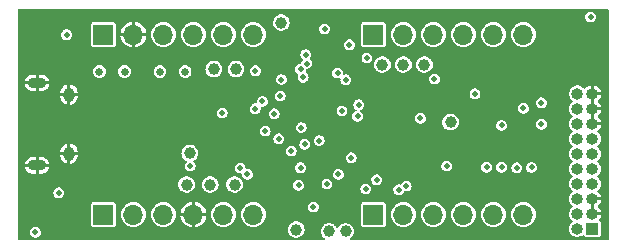
<source format=gbr>
%TF.GenerationSoftware,KiCad,Pcbnew,(7.0.0)*%
%TF.CreationDate,2023-04-02T12:15:27-04:00*%
%TF.ProjectId,H503,48353033-2e6b-4696-9361-645f70636258,rev?*%
%TF.SameCoordinates,Original*%
%TF.FileFunction,Copper,L2,Inr*%
%TF.FilePolarity,Positive*%
%FSLAX46Y46*%
G04 Gerber Fmt 4.6, Leading zero omitted, Abs format (unit mm)*
G04 Created by KiCad (PCBNEW (7.0.0)) date 2023-04-02 12:15:27*
%MOMM*%
%LPD*%
G01*
G04 APERTURE LIST*
%TA.AperFunction,ComponentPad*%
%ADD10R,1.700000X1.700000*%
%TD*%
%TA.AperFunction,ComponentPad*%
%ADD11O,1.700000X1.700000*%
%TD*%
%TA.AperFunction,ComponentPad*%
%ADD12C,1.000000*%
%TD*%
%TA.AperFunction,ComponentPad*%
%ADD13R,1.000000X1.000000*%
%TD*%
%TA.AperFunction,ComponentPad*%
%ADD14O,1.000000X1.000000*%
%TD*%
%TA.AperFunction,ComponentPad*%
%ADD15O,1.550000X0.890000*%
%TD*%
%TA.AperFunction,ComponentPad*%
%ADD16O,0.950000X1.250000*%
%TD*%
%TA.AperFunction,ViaPad*%
%ADD17C,0.508000*%
%TD*%
%TA.AperFunction,ViaPad*%
%ADD18C,0.660400*%
%TD*%
G04 APERTURE END LIST*
D10*
%TO.N,/PA1*%
%TO.C,J2*%
X96519999Y-63499999D03*
D11*
%TO.N,/PA0*%
X99059999Y-63499999D03*
%TO.N,/SPI1_SCK*%
X101599999Y-63499999D03*
%TO.N,/SPI1_NSS*%
X104139999Y-63499999D03*
%TO.N,/SPI1_MOSI*%
X106679999Y-63499999D03*
%TO.N,/SPI1_MISO*%
X109219999Y-63499999D03*
%TD*%
D12*
%TO.N,/I2C2_SCL*%
%TO.C,TP3*%
X83007200Y-51181000D03*
%TD*%
D13*
%TO.N,+3.3V*%
%TO.C,J3*%
X115061999Y-64693799D03*
D14*
%TO.N,/SWDIO*%
X113791999Y-64693799D03*
%TO.N,GND*%
X115061999Y-63423799D03*
%TO.N,/SWCLK*%
X113791999Y-63423799D03*
%TO.N,GND*%
X115061999Y-62153799D03*
%TO.N,unconnected-(J3-Pin_6-Pad6)*%
X113791999Y-62153799D03*
%TO.N,unconnected-(J3-Pin_7-Pad7)*%
X115061999Y-60883799D03*
%TO.N,unconnected-(J3-Pin_8-Pad8)*%
X113791999Y-60883799D03*
%TO.N,unconnected-(J3-Pin_9-Pad9)*%
X115061999Y-59613799D03*
%TO.N,/nRESET*%
X113791999Y-59613799D03*
%TO.N,unconnected-(J3-Pin_11-Pad11)*%
X115061999Y-58343799D03*
%TO.N,/TRACECK*%
X113791999Y-58343799D03*
%TO.N,unconnected-(J3-Pin_13-Pad13)*%
X115061999Y-57073799D03*
%TO.N,/TRACED0*%
X113791999Y-57073799D03*
%TO.N,GND*%
X115061999Y-55803799D03*
%TO.N,/TRACED1*%
X113791999Y-55803799D03*
%TO.N,GND*%
X115061999Y-54533799D03*
%TO.N,/TRACED2*%
X113791999Y-54533799D03*
%TO.N,GND*%
X115061999Y-53263799D03*
%TO.N,/TRACED3*%
X113791999Y-53263799D03*
%TD*%
D10*
%TO.N,/PA9_TXD*%
%TO.C,J1*%
X73659999Y-63499999D03*
D11*
%TO.N,/PA10_RXD*%
X76199999Y-63499999D03*
%TO.N,/I2C1_SCL*%
X78739999Y-63499999D03*
%TO.N,GND*%
X81279999Y-63499999D03*
%TO.N,/I2C1_SDA*%
X83819999Y-63499999D03*
%TO.N,/PA2*%
X86359999Y-63499999D03*
%TD*%
D12*
%TO.N,/PC13*%
%TO.C,TP7*%
X89992200Y-64770000D03*
%TD*%
%TO.N,/I3C2_SCL*%
%TO.C,TP14*%
X88722200Y-47244000D03*
%TD*%
%TO.N,/PC15*%
%TO.C,TP9*%
X94157800Y-64922400D03*
%TD*%
D15*
%TO.N,GND*%
%TO.C,J4*%
X68041999Y-52339999D03*
D16*
X70741999Y-53339999D03*
X70741999Y-58339999D03*
D15*
X68041999Y-59339999D03*
%TD*%
D12*
%TO.N,/I3C2_SDA*%
%TO.C,TP6*%
X82702400Y-60960000D03*
%TD*%
D10*
%TO.N,/OPAMP_VINM*%
%TO.C,J6*%
X96519999Y-48259999D03*
D11*
%TO.N,/OPAMP_VOUT*%
X99059999Y-48259999D03*
%TO.N,/OPAMP_VINP*%
X101599999Y-48259999D03*
%TO.N,/DAC_OUT1*%
X104139999Y-48259999D03*
%TO.N,+3.3V*%
X106679999Y-48259999D03*
%TO.N,/PA3*%
X109219999Y-48259999D03*
%TD*%
D10*
%TO.N,/VIN*%
%TO.C,J5*%
X73659999Y-48259999D03*
D11*
%TO.N,GND*%
X76199999Y-48259999D03*
%TO.N,/PA8*%
X78739999Y-48259999D03*
%TO.N,+5V*%
X81279999Y-48259999D03*
%TO.N,/ADC_INP3*%
X83819999Y-48259999D03*
%TO.N,/DAC_OUT2*%
X86359999Y-48259999D03*
%TD*%
D12*
%TO.N,/ADC_INP5*%
%TO.C,TP11*%
X100838000Y-50800000D03*
%TD*%
%TO.N,/PC10*%
%TO.C,TP5*%
X80695800Y-60960000D03*
%TD*%
%TO.N,/PC14*%
%TO.C,TP8*%
X92760800Y-64922400D03*
%TD*%
%TO.N,/PB2*%
%TO.C,TP12*%
X99060000Y-50800000D03*
%TD*%
%TO.N,/I2C2_SDA*%
%TO.C,TP4*%
X84886800Y-51181000D03*
%TD*%
%TO.N,/PH1*%
%TO.C,TP1*%
X103047800Y-55676800D03*
%TD*%
%TO.N,/PB4_TXD2*%
%TO.C,TP13*%
X84759800Y-60960000D03*
%TD*%
%TO.N,/ADC_INP4*%
%TO.C,TP2*%
X97282000Y-50800000D03*
%TD*%
%TO.N,/PA15_RXD2*%
%TO.C,TP10*%
X80975200Y-58293000D03*
%TD*%
D17*
%TO.N,GND*%
X91389200Y-60452000D03*
D18*
%TO.N,+5V*%
X75450000Y-51390000D03*
X73320000Y-51390000D03*
D17*
%TO.N,GND*%
X97921992Y-59908008D03*
X92379800Y-50344006D03*
X89916000Y-53467000D03*
X83515200Y-57759600D03*
X93942200Y-47777400D03*
X105537000Y-55841600D03*
X100875000Y-59395000D03*
X89000394Y-62915800D03*
X86563200Y-57200800D03*
D18*
X71932800Y-57150000D03*
D17*
X111658400Y-59385200D03*
X78206600Y-57251600D03*
X109905000Y-52300000D03*
X67537200Y-48260000D03*
X71702300Y-61645800D03*
D18*
X69529800Y-57140000D03*
D17*
X85115400Y-62255400D03*
X81864200Y-57708800D03*
X89814400Y-57277000D03*
X83718400Y-53352400D03*
X104250000Y-59395000D03*
X87934800Y-58623200D03*
X98679000Y-55575200D03*
D18*
X76936600Y-52933600D03*
D17*
X96735000Y-55180000D03*
X90881200Y-47726600D03*
X75283700Y-58851800D03*
X77825600Y-61239400D03*
D18*
X76950000Y-51477500D03*
X80580000Y-53290000D03*
D17*
X93243400Y-55702200D03*
X91440000Y-64402000D03*
X114909600Y-50163200D03*
X83464400Y-59359800D03*
D18*
X73320000Y-53290000D03*
D17*
X102844600Y-50647600D03*
X73562500Y-56100000D03*
X79781400Y-58978800D03*
D18*
X76936600Y-54330600D03*
D17*
%TO.N,+3.3V*%
X92392200Y-47777400D03*
X83718400Y-54902400D03*
X110744000Y-55854600D03*
X106095000Y-59500000D03*
X107365800Y-55958100D03*
D18*
X80580000Y-51390000D03*
D17*
X95185000Y-55180000D03*
X102725000Y-59395000D03*
X67900000Y-65000000D03*
D18*
X78450000Y-51390000D03*
D17*
X100500000Y-55342500D03*
X91440000Y-62852000D03*
%TO.N,/PA10_RXD*%
X88112600Y-54965600D03*
X87122353Y-53924553D03*
%TO.N,/nRESET*%
X94630053Y-58689053D03*
X114909600Y-46763200D03*
%TO.N,Net-(D1-A)*%
X70537200Y-48260000D03*
%TO.N,Net-(C11-Pad1)*%
X94488000Y-49123600D03*
%TO.N,Net-(C12-Pad1)*%
X90180200Y-61026000D03*
%TO.N,/SWDIO*%
X86512753Y-54529322D03*
%TO.N,/SWCLK*%
X87361653Y-56427747D03*
%TO.N,/TRACECK*%
X89564255Y-58112051D03*
%TO.N,/TRACED0*%
X90703400Y-57556400D03*
%TO.N,/TRACED1*%
X91932703Y-57229875D03*
%TO.N,/TRACED2*%
X88513309Y-57080963D03*
%TO.N,/TRACED3*%
X90398600Y-56132403D03*
%TO.N,/SPI1_SCK*%
X95870990Y-61329610D03*
%TO.N,/SPI1_NSS*%
X98659593Y-61392300D03*
%TO.N,/SPI1_MISO*%
X96797531Y-60559730D03*
%TO.N,/SPI1_MOSI*%
X99299000Y-61089455D03*
%TO.N,/DAC_OUT2*%
X95275400Y-54190478D03*
%TO.N,/ADC_INP3*%
X93854243Y-54720203D03*
%TO.N,/OPAMP_VINP*%
X94186270Y-52073070D03*
X101676200Y-52022875D03*
%TO.N,/ADC_INP5*%
X95969900Y-50247401D03*
%TO.N,/PB2*%
X93487340Y-51510827D03*
%TO.N,/SPI2_NSS*%
X90797910Y-49947219D03*
%TO.N,/SPI2_SCK*%
X90867897Y-50711703D03*
X105119573Y-53279573D03*
X108661200Y-59537600D03*
%TO.N,/SPI2_MISO*%
X90358939Y-51203149D03*
%TO.N,/SPI2_MOSI*%
X109905800Y-59512200D03*
X109220000Y-54488700D03*
X90575823Y-51876588D03*
%TO.N,/SW1*%
X69877300Y-61645800D03*
%TO.N,/I2C1_SCL*%
X81000600Y-59385200D03*
X88729867Y-52067167D03*
%TO.N,/I2C1_SDA*%
X85231368Y-59566675D03*
X88620600Y-53452087D03*
%TO.N,/NWP*%
X110744000Y-54029600D03*
%TO.N,/NHOLD*%
X107365000Y-59500000D03*
%TO.N,/PA0*%
X93546730Y-60101454D03*
%TO.N,/PA1*%
X92583000Y-60909200D03*
%TO.N,/PA2*%
X90347800Y-59524452D03*
%TO.N,/PA8*%
X86533283Y-51326836D03*
%TO.N,/LED*%
X85852000Y-60096400D03*
%TD*%
%TA.AperFunction,Conductor*%
%TO.N,GND*%
G36*
X116420837Y-46111592D02*
G01*
X116448408Y-46139164D01*
X116458500Y-46176827D01*
X116458500Y-65583173D01*
X116448408Y-65620837D01*
X116420837Y-65648408D01*
X116383173Y-65658500D01*
X94568241Y-65658500D01*
X94521785Y-65642469D01*
X94495103Y-65601200D01*
X94499550Y-65552258D01*
X94533235Y-65516474D01*
X94558652Y-65503134D01*
X94685983Y-65390329D01*
X94782618Y-65250330D01*
X94842940Y-65091272D01*
X94863445Y-64922400D01*
X94842940Y-64753528D01*
X94820288Y-64693800D01*
X113086355Y-64693800D01*
X113086904Y-64698321D01*
X113106310Y-64858149D01*
X113106311Y-64858155D01*
X113106860Y-64862672D01*
X113167182Y-65021730D01*
X113169764Y-65025471D01*
X113169767Y-65025476D01*
X113237795Y-65124030D01*
X113263817Y-65161729D01*
X113267226Y-65164749D01*
X113368055Y-65254076D01*
X113391148Y-65274534D01*
X113541775Y-65353590D01*
X113706944Y-65394300D01*
X113872497Y-65394300D01*
X113877056Y-65394300D01*
X114042225Y-65353590D01*
X114192852Y-65274534D01*
X114248319Y-65225394D01*
X114283291Y-65207955D01*
X114322297Y-65210386D01*
X114354835Y-65232035D01*
X114367822Y-65258323D01*
X114368846Y-65257900D01*
X114371686Y-65264756D01*
X114373133Y-65272031D01*
X114417448Y-65338352D01*
X114483769Y-65382667D01*
X114542252Y-65394300D01*
X115578054Y-65394300D01*
X115581748Y-65394300D01*
X115640231Y-65382667D01*
X115706552Y-65338352D01*
X115750867Y-65272031D01*
X115762500Y-65213548D01*
X115762500Y-64174052D01*
X115750867Y-64115569D01*
X115706552Y-64049248D01*
X115700385Y-64045127D01*
X115700384Y-64045126D01*
X115660769Y-64018655D01*
X115633026Y-63984847D01*
X115628741Y-63941324D01*
X115649360Y-63902755D01*
X115652246Y-63899869D01*
X115657481Y-63893304D01*
X115743378Y-63756598D01*
X115747025Y-63749028D01*
X115800349Y-63596635D01*
X115802220Y-63588435D01*
X115805270Y-63561369D01*
X115803867Y-63553117D01*
X115795826Y-63550800D01*
X115010327Y-63550800D01*
X114972664Y-63540708D01*
X114945092Y-63513137D01*
X114935000Y-63475473D01*
X114935000Y-63286884D01*
X115189000Y-63286884D01*
X115191095Y-63294704D01*
X115198916Y-63296800D01*
X115795826Y-63296800D01*
X115803867Y-63294482D01*
X115805270Y-63286230D01*
X115802220Y-63259164D01*
X115800349Y-63250964D01*
X115747025Y-63098571D01*
X115743378Y-63091001D01*
X115657481Y-62954295D01*
X115652240Y-62947723D01*
X115546581Y-62842064D01*
X115527085Y-62808296D01*
X115527085Y-62769304D01*
X115546581Y-62735536D01*
X115652240Y-62629876D01*
X115657481Y-62623304D01*
X115743378Y-62486598D01*
X115747025Y-62479028D01*
X115800349Y-62326635D01*
X115802220Y-62318435D01*
X115805270Y-62291369D01*
X115803867Y-62283117D01*
X115795826Y-62280800D01*
X115198916Y-62280800D01*
X115191095Y-62282895D01*
X115189000Y-62290716D01*
X115189000Y-63286884D01*
X114935000Y-63286884D01*
X114935000Y-62102127D01*
X114945092Y-62064464D01*
X114972664Y-62036892D01*
X115010327Y-62026800D01*
X115795826Y-62026800D01*
X115803867Y-62024482D01*
X115805270Y-62016230D01*
X115802220Y-61989164D01*
X115800349Y-61980964D01*
X115747025Y-61828571D01*
X115743378Y-61821001D01*
X115657481Y-61684295D01*
X115652240Y-61677723D01*
X115538076Y-61563559D01*
X115531507Y-61558321D01*
X115514536Y-61547657D01*
X115484978Y-61512602D01*
X115481223Y-61466902D01*
X115504661Y-61427494D01*
X115590183Y-61351729D01*
X115686818Y-61211730D01*
X115747140Y-61052672D01*
X115767645Y-60883800D01*
X115747140Y-60714928D01*
X115686818Y-60555870D01*
X115683387Y-60550900D01*
X115612688Y-60448475D01*
X115590183Y-60415871D01*
X115465240Y-60305181D01*
X115442839Y-60269757D01*
X115442839Y-60227843D01*
X115465240Y-60192418D01*
X115590183Y-60081729D01*
X115686818Y-59941730D01*
X115747140Y-59782672D01*
X115767645Y-59613800D01*
X115747140Y-59444928D01*
X115686818Y-59285870D01*
X115683530Y-59281107D01*
X115630963Y-59204951D01*
X115590183Y-59145871D01*
X115465240Y-59035181D01*
X115442839Y-58999757D01*
X115442839Y-58957843D01*
X115465240Y-58922418D01*
X115590183Y-58811729D01*
X115686818Y-58671730D01*
X115747140Y-58512672D01*
X115767645Y-58343800D01*
X115747140Y-58174928D01*
X115686818Y-58015870D01*
X115683387Y-58010900D01*
X115635007Y-57940809D01*
X115590183Y-57875871D01*
X115465240Y-57765181D01*
X115442839Y-57729757D01*
X115442839Y-57687843D01*
X115465240Y-57652418D01*
X115590183Y-57541729D01*
X115686818Y-57401730D01*
X115747140Y-57242672D01*
X115767645Y-57073800D01*
X115747140Y-56904928D01*
X115686818Y-56745870D01*
X115590183Y-56605871D01*
X115504661Y-56530105D01*
X115481223Y-56490697D01*
X115484979Y-56444997D01*
X115514538Y-56409942D01*
X115531503Y-56399282D01*
X115538077Y-56394039D01*
X115652240Y-56279876D01*
X115657481Y-56273304D01*
X115743378Y-56136598D01*
X115747025Y-56129028D01*
X115800349Y-55976635D01*
X115802220Y-55968435D01*
X115805270Y-55941369D01*
X115803867Y-55933117D01*
X115795826Y-55930800D01*
X115010327Y-55930800D01*
X114972664Y-55920708D01*
X114945092Y-55893137D01*
X114935000Y-55855473D01*
X114935000Y-55666884D01*
X115189000Y-55666884D01*
X115191095Y-55674704D01*
X115198916Y-55676800D01*
X115795826Y-55676800D01*
X115803867Y-55674482D01*
X115805270Y-55666230D01*
X115802220Y-55639164D01*
X115800349Y-55630964D01*
X115747025Y-55478571D01*
X115743378Y-55471001D01*
X115657481Y-55334295D01*
X115652240Y-55327723D01*
X115546581Y-55222064D01*
X115527085Y-55188296D01*
X115527085Y-55149304D01*
X115546581Y-55115536D01*
X115652240Y-55009876D01*
X115657481Y-55003304D01*
X115743378Y-54866598D01*
X115747025Y-54859028D01*
X115800349Y-54706635D01*
X115802220Y-54698435D01*
X115805270Y-54671369D01*
X115803867Y-54663117D01*
X115795826Y-54660800D01*
X115198916Y-54660800D01*
X115191095Y-54662895D01*
X115189000Y-54670716D01*
X115189000Y-55666884D01*
X114935000Y-55666884D01*
X114935000Y-54396884D01*
X115189000Y-54396884D01*
X115191095Y-54404704D01*
X115198916Y-54406800D01*
X115795826Y-54406800D01*
X115803867Y-54404482D01*
X115805270Y-54396230D01*
X115802220Y-54369164D01*
X115800349Y-54360964D01*
X115747025Y-54208571D01*
X115743378Y-54201001D01*
X115657481Y-54064295D01*
X115652240Y-54057723D01*
X115546581Y-53952064D01*
X115527085Y-53918296D01*
X115527085Y-53879304D01*
X115546581Y-53845536D01*
X115652240Y-53739876D01*
X115657481Y-53733304D01*
X115743378Y-53596598D01*
X115747025Y-53589028D01*
X115800349Y-53436635D01*
X115802220Y-53428435D01*
X115805270Y-53401369D01*
X115803867Y-53393117D01*
X115795826Y-53390800D01*
X115198916Y-53390800D01*
X115191095Y-53392895D01*
X115189000Y-53400716D01*
X115189000Y-54396884D01*
X114935000Y-54396884D01*
X114935000Y-53126884D01*
X115189000Y-53126884D01*
X115191095Y-53134704D01*
X115198916Y-53136800D01*
X115795826Y-53136800D01*
X115803867Y-53134482D01*
X115805270Y-53126230D01*
X115802220Y-53099164D01*
X115800349Y-53090964D01*
X115747025Y-52938571D01*
X115743378Y-52931001D01*
X115657481Y-52794295D01*
X115652240Y-52787723D01*
X115538076Y-52673559D01*
X115531504Y-52668318D01*
X115394798Y-52582421D01*
X115387228Y-52578774D01*
X115234835Y-52525450D01*
X115226635Y-52523579D01*
X115199569Y-52520529D01*
X115191317Y-52521932D01*
X115189000Y-52529974D01*
X115189000Y-53126884D01*
X114935000Y-53126884D01*
X114935000Y-52529974D01*
X114932682Y-52521932D01*
X114924430Y-52520529D01*
X114897364Y-52523579D01*
X114889164Y-52525450D01*
X114736771Y-52578774D01*
X114729201Y-52582421D01*
X114592495Y-52668318D01*
X114585923Y-52673559D01*
X114471760Y-52787722D01*
X114466517Y-52794297D01*
X114457092Y-52809295D01*
X114419209Y-52839951D01*
X114370488Y-52841001D01*
X114331320Y-52812005D01*
X114322772Y-52799621D01*
X114322769Y-52799618D01*
X114320183Y-52795871D01*
X114306017Y-52783321D01*
X114196259Y-52686084D01*
X114196257Y-52686082D01*
X114192852Y-52683066D01*
X114188823Y-52680951D01*
X114188821Y-52680950D01*
X114046255Y-52606125D01*
X114046254Y-52606124D01*
X114042225Y-52604010D01*
X114037806Y-52602920D01*
X114037804Y-52602920D01*
X113881482Y-52564391D01*
X113877056Y-52563300D01*
X113706944Y-52563300D01*
X113702518Y-52564390D01*
X113702517Y-52564391D01*
X113546195Y-52602920D01*
X113546190Y-52602921D01*
X113541775Y-52604010D01*
X113537748Y-52606123D01*
X113537744Y-52606125D01*
X113395178Y-52680950D01*
X113395172Y-52680953D01*
X113391148Y-52683066D01*
X113387746Y-52686079D01*
X113387740Y-52686084D01*
X113267226Y-52792850D01*
X113267222Y-52792854D01*
X113263817Y-52795871D01*
X113261232Y-52799614D01*
X113261230Y-52799618D01*
X113169767Y-52932123D01*
X113169762Y-52932131D01*
X113167182Y-52935870D01*
X113165568Y-52940123D01*
X113165567Y-52940127D01*
X113128070Y-53039000D01*
X113106860Y-53094928D01*
X113106311Y-53099442D01*
X113106310Y-53099450D01*
X113093040Y-53208742D01*
X113086355Y-53263800D01*
X113086904Y-53268321D01*
X113106310Y-53428149D01*
X113106311Y-53428155D01*
X113106860Y-53432672D01*
X113108476Y-53436933D01*
X113121611Y-53471569D01*
X113167182Y-53591730D01*
X113169764Y-53595471D01*
X113169767Y-53595476D01*
X113242147Y-53700335D01*
X113263817Y-53731729D01*
X113267226Y-53734749D01*
X113388758Y-53842417D01*
X113411160Y-53877843D01*
X113411160Y-53919757D01*
X113388758Y-53955183D01*
X113267226Y-54062850D01*
X113267222Y-54062854D01*
X113263817Y-54065871D01*
X113261232Y-54069614D01*
X113261230Y-54069618D01*
X113169767Y-54202123D01*
X113169762Y-54202131D01*
X113167182Y-54205870D01*
X113165568Y-54210123D01*
X113165567Y-54210127D01*
X113108476Y-54360666D01*
X113106860Y-54364928D01*
X113106311Y-54369442D01*
X113106310Y-54369450D01*
X113092479Y-54483365D01*
X113086355Y-54533800D01*
X113086904Y-54538321D01*
X113106310Y-54698149D01*
X113106311Y-54698155D01*
X113106860Y-54702672D01*
X113108476Y-54706933D01*
X113164427Y-54854467D01*
X113167182Y-54861730D01*
X113169764Y-54865471D01*
X113169767Y-54865476D01*
X113247018Y-54977391D01*
X113263817Y-55001729D01*
X113267226Y-55004749D01*
X113388758Y-55112417D01*
X113411160Y-55147843D01*
X113411160Y-55189757D01*
X113388758Y-55225183D01*
X113267226Y-55332850D01*
X113267222Y-55332854D01*
X113263817Y-55335871D01*
X113261232Y-55339614D01*
X113261230Y-55339618D01*
X113169767Y-55472123D01*
X113169762Y-55472131D01*
X113167182Y-55475870D01*
X113165568Y-55480123D01*
X113165567Y-55480127D01*
X113108476Y-55630666D01*
X113106860Y-55634928D01*
X113106311Y-55639442D01*
X113106310Y-55639450D01*
X113088945Y-55782469D01*
X113086355Y-55803800D01*
X113086904Y-55808321D01*
X113106310Y-55968149D01*
X113106311Y-55968155D01*
X113106860Y-55972672D01*
X113108476Y-55976933D01*
X113156228Y-56102848D01*
X113167182Y-56131730D01*
X113169764Y-56135471D01*
X113169767Y-56135476D01*
X113232664Y-56226597D01*
X113263817Y-56271729D01*
X113388758Y-56382417D01*
X113411160Y-56417841D01*
X113411160Y-56459756D01*
X113388758Y-56495182D01*
X113267226Y-56602850D01*
X113267222Y-56602854D01*
X113263817Y-56605871D01*
X113261232Y-56609614D01*
X113261230Y-56609618D01*
X113169767Y-56742123D01*
X113169762Y-56742131D01*
X113167182Y-56745870D01*
X113165568Y-56750123D01*
X113165567Y-56750127D01*
X113108476Y-56900666D01*
X113106860Y-56904928D01*
X113106311Y-56909442D01*
X113106310Y-56909450D01*
X113087808Y-57061832D01*
X113086355Y-57073800D01*
X113086904Y-57078321D01*
X113106310Y-57238149D01*
X113106311Y-57238155D01*
X113106860Y-57242672D01*
X113108476Y-57246933D01*
X113149044Y-57353905D01*
X113167182Y-57401730D01*
X113169764Y-57405471D01*
X113169767Y-57405476D01*
X113232066Y-57495730D01*
X113263817Y-57541729D01*
X113267226Y-57544749D01*
X113388758Y-57652417D01*
X113411160Y-57687843D01*
X113411160Y-57729757D01*
X113388758Y-57765183D01*
X113267226Y-57872850D01*
X113267222Y-57872854D01*
X113263817Y-57875871D01*
X113261232Y-57879614D01*
X113261230Y-57879618D01*
X113169767Y-58012123D01*
X113169762Y-58012131D01*
X113167182Y-58015870D01*
X113165568Y-58020123D01*
X113165567Y-58020127D01*
X113108476Y-58170666D01*
X113106860Y-58174928D01*
X113106311Y-58179442D01*
X113106310Y-58179450D01*
X113093072Y-58288479D01*
X113086355Y-58343800D01*
X113086904Y-58348321D01*
X113106310Y-58508149D01*
X113106311Y-58508155D01*
X113106860Y-58512672D01*
X113108476Y-58516933D01*
X113146301Y-58616672D01*
X113167182Y-58671730D01*
X113169764Y-58675471D01*
X113169767Y-58675476D01*
X113252269Y-58794999D01*
X113263817Y-58811729D01*
X113267226Y-58814749D01*
X113388758Y-58922417D01*
X113411160Y-58957843D01*
X113411160Y-58999757D01*
X113388758Y-59035183D01*
X113267226Y-59142850D01*
X113267222Y-59142854D01*
X113263817Y-59145871D01*
X113261232Y-59149614D01*
X113261230Y-59149618D01*
X113169767Y-59282123D01*
X113169762Y-59282131D01*
X113167182Y-59285870D01*
X113165568Y-59290123D01*
X113165567Y-59290127D01*
X113108476Y-59440666D01*
X113106860Y-59444928D01*
X113106311Y-59449442D01*
X113106310Y-59449450D01*
X113092725Y-59561340D01*
X113086355Y-59613800D01*
X113086904Y-59618321D01*
X113106310Y-59778149D01*
X113106311Y-59778155D01*
X113106860Y-59782672D01*
X113108476Y-59786933D01*
X113162687Y-59929879D01*
X113167182Y-59941730D01*
X113169764Y-59945471D01*
X113169767Y-59945476D01*
X113232876Y-60036904D01*
X113263817Y-60081729D01*
X113267226Y-60084749D01*
X113388758Y-60192417D01*
X113411160Y-60227843D01*
X113411160Y-60269757D01*
X113388758Y-60305183D01*
X113267226Y-60412850D01*
X113267222Y-60412854D01*
X113263817Y-60415871D01*
X113261232Y-60419614D01*
X113261230Y-60419618D01*
X113169767Y-60552123D01*
X113169762Y-60552131D01*
X113167182Y-60555870D01*
X113165568Y-60560123D01*
X113165567Y-60560127D01*
X113118680Y-60683760D01*
X113106860Y-60714928D01*
X113106311Y-60719442D01*
X113106310Y-60719450D01*
X113091527Y-60841207D01*
X113086355Y-60883800D01*
X113087914Y-60896636D01*
X113106310Y-61048149D01*
X113106311Y-61048155D01*
X113106860Y-61052672D01*
X113108476Y-61056933D01*
X113143782Y-61150030D01*
X113167182Y-61211730D01*
X113169764Y-61215471D01*
X113169767Y-61215476D01*
X113219779Y-61287930D01*
X113263817Y-61351729D01*
X113267226Y-61354749D01*
X113388758Y-61462417D01*
X113411160Y-61497843D01*
X113411160Y-61539757D01*
X113388758Y-61575183D01*
X113267226Y-61682850D01*
X113267222Y-61682854D01*
X113263817Y-61685871D01*
X113261232Y-61689614D01*
X113261230Y-61689618D01*
X113169767Y-61822123D01*
X113169762Y-61822131D01*
X113167182Y-61825870D01*
X113165568Y-61830123D01*
X113165567Y-61830127D01*
X113108476Y-61980666D01*
X113106860Y-61984928D01*
X113106311Y-61989442D01*
X113106310Y-61989450D01*
X113097322Y-62063479D01*
X113086355Y-62153800D01*
X113086904Y-62158321D01*
X113106310Y-62318149D01*
X113106311Y-62318155D01*
X113106860Y-62322672D01*
X113108476Y-62326933D01*
X113161129Y-62465771D01*
X113167182Y-62481730D01*
X113169764Y-62485471D01*
X113169767Y-62485476D01*
X113229332Y-62571769D01*
X113263817Y-62621729D01*
X113267226Y-62624749D01*
X113388758Y-62732417D01*
X113411160Y-62767843D01*
X113411160Y-62809757D01*
X113388758Y-62845183D01*
X113267226Y-62952850D01*
X113267222Y-62952854D01*
X113263817Y-62955871D01*
X113261232Y-62959614D01*
X113261230Y-62959618D01*
X113169767Y-63092123D01*
X113169762Y-63092131D01*
X113167182Y-63095870D01*
X113165568Y-63100123D01*
X113165567Y-63100127D01*
X113128062Y-63199021D01*
X113106860Y-63254928D01*
X113106311Y-63259442D01*
X113106310Y-63259450D01*
X113093727Y-63363084D01*
X113086355Y-63423800D01*
X113086904Y-63428321D01*
X113106310Y-63588149D01*
X113106311Y-63588155D01*
X113106860Y-63592672D01*
X113167182Y-63751730D01*
X113169764Y-63755471D01*
X113169767Y-63755476D01*
X113232664Y-63846597D01*
X113263817Y-63891729D01*
X113388758Y-64002417D01*
X113411160Y-64037841D01*
X113411160Y-64079756D01*
X113388758Y-64115182D01*
X113267226Y-64222850D01*
X113267222Y-64222854D01*
X113263817Y-64225871D01*
X113261232Y-64229614D01*
X113261230Y-64229618D01*
X113169767Y-64362123D01*
X113169762Y-64362131D01*
X113167182Y-64365870D01*
X113165568Y-64370123D01*
X113165567Y-64370127D01*
X113118682Y-64493755D01*
X113106860Y-64524928D01*
X113106311Y-64529442D01*
X113106310Y-64529450D01*
X113090817Y-64657050D01*
X113086355Y-64693800D01*
X94820288Y-64693800D01*
X94782618Y-64594470D01*
X94776241Y-64585232D01*
X94709392Y-64488385D01*
X94685983Y-64454471D01*
X94596662Y-64375340D01*
X94590350Y-64369748D01*
X95469500Y-64369748D01*
X95470219Y-64373366D01*
X95470220Y-64373369D01*
X95479685Y-64420955D01*
X95479686Y-64420958D01*
X95481133Y-64428231D01*
X95485253Y-64434397D01*
X95485254Y-64434399D01*
X95513254Y-64476303D01*
X95525448Y-64494552D01*
X95591769Y-64538867D01*
X95650252Y-64550500D01*
X97386054Y-64550500D01*
X97389748Y-64550500D01*
X97448231Y-64538867D01*
X97514552Y-64494552D01*
X97558867Y-64428231D01*
X97570500Y-64369748D01*
X97570500Y-63500000D01*
X98004417Y-63500000D01*
X98004780Y-63503686D01*
X98024337Y-63702255D01*
X98024338Y-63702261D01*
X98024700Y-63705934D01*
X98025769Y-63709460D01*
X98025771Y-63709467D01*
X98067369Y-63846597D01*
X98084768Y-63903954D01*
X98086508Y-63907209D01*
X98086510Y-63907214D01*
X98138743Y-64004933D01*
X98182315Y-64086450D01*
X98313590Y-64246410D01*
X98473550Y-64377685D01*
X98656046Y-64475232D01*
X98854066Y-64535300D01*
X99060000Y-64555583D01*
X99265934Y-64535300D01*
X99463954Y-64475232D01*
X99646450Y-64377685D01*
X99806410Y-64246410D01*
X99937685Y-64086450D01*
X100035232Y-63903954D01*
X100095300Y-63705934D01*
X100115583Y-63500000D01*
X100544417Y-63500000D01*
X100544780Y-63503686D01*
X100564337Y-63702255D01*
X100564338Y-63702261D01*
X100564700Y-63705934D01*
X100565769Y-63709460D01*
X100565771Y-63709467D01*
X100607369Y-63846597D01*
X100624768Y-63903954D01*
X100626508Y-63907209D01*
X100626510Y-63907214D01*
X100678743Y-64004933D01*
X100722315Y-64086450D01*
X100853590Y-64246410D01*
X101013550Y-64377685D01*
X101196046Y-64475232D01*
X101394066Y-64535300D01*
X101600000Y-64555583D01*
X101805934Y-64535300D01*
X102003954Y-64475232D01*
X102186450Y-64377685D01*
X102346410Y-64246410D01*
X102477685Y-64086450D01*
X102575232Y-63903954D01*
X102635300Y-63705934D01*
X102655583Y-63500000D01*
X103084417Y-63500000D01*
X103084780Y-63503686D01*
X103104337Y-63702255D01*
X103104338Y-63702261D01*
X103104700Y-63705934D01*
X103105769Y-63709460D01*
X103105771Y-63709467D01*
X103147369Y-63846597D01*
X103164768Y-63903954D01*
X103166508Y-63907209D01*
X103166510Y-63907214D01*
X103218743Y-64004933D01*
X103262315Y-64086450D01*
X103393590Y-64246410D01*
X103553550Y-64377685D01*
X103736046Y-64475232D01*
X103934066Y-64535300D01*
X104140000Y-64555583D01*
X104345934Y-64535300D01*
X104543954Y-64475232D01*
X104726450Y-64377685D01*
X104886410Y-64246410D01*
X105017685Y-64086450D01*
X105115232Y-63903954D01*
X105175300Y-63705934D01*
X105195583Y-63500000D01*
X105624417Y-63500000D01*
X105624780Y-63503686D01*
X105644337Y-63702255D01*
X105644338Y-63702261D01*
X105644700Y-63705934D01*
X105645769Y-63709460D01*
X105645771Y-63709467D01*
X105687369Y-63846597D01*
X105704768Y-63903954D01*
X105706508Y-63907209D01*
X105706510Y-63907214D01*
X105758743Y-64004933D01*
X105802315Y-64086450D01*
X105933590Y-64246410D01*
X106093550Y-64377685D01*
X106276046Y-64475232D01*
X106474066Y-64535300D01*
X106680000Y-64555583D01*
X106885934Y-64535300D01*
X107083954Y-64475232D01*
X107266450Y-64377685D01*
X107426410Y-64246410D01*
X107557685Y-64086450D01*
X107655232Y-63903954D01*
X107715300Y-63705934D01*
X107735583Y-63500000D01*
X108164417Y-63500000D01*
X108164780Y-63503686D01*
X108184337Y-63702255D01*
X108184338Y-63702261D01*
X108184700Y-63705934D01*
X108185769Y-63709460D01*
X108185771Y-63709467D01*
X108227369Y-63846597D01*
X108244768Y-63903954D01*
X108246508Y-63907209D01*
X108246510Y-63907214D01*
X108298743Y-64004933D01*
X108342315Y-64086450D01*
X108473590Y-64246410D01*
X108633550Y-64377685D01*
X108816046Y-64475232D01*
X109014066Y-64535300D01*
X109220000Y-64555583D01*
X109425934Y-64535300D01*
X109623954Y-64475232D01*
X109806450Y-64377685D01*
X109966410Y-64246410D01*
X110097685Y-64086450D01*
X110195232Y-63903954D01*
X110255300Y-63705934D01*
X110275583Y-63500000D01*
X110255300Y-63294066D01*
X110195232Y-63096046D01*
X110097685Y-62913550D01*
X109966410Y-62753590D01*
X109940610Y-62732417D01*
X109809306Y-62624659D01*
X109809307Y-62624659D01*
X109806450Y-62622315D01*
X109764098Y-62599677D01*
X109627214Y-62526510D01*
X109627209Y-62526508D01*
X109623954Y-62524768D01*
X109580591Y-62511614D01*
X109429467Y-62465771D01*
X109429460Y-62465769D01*
X109425934Y-62464700D01*
X109422261Y-62464338D01*
X109422255Y-62464337D01*
X109223686Y-62444780D01*
X109220000Y-62444417D01*
X109216314Y-62444780D01*
X109017744Y-62464337D01*
X109017736Y-62464338D01*
X109014066Y-62464700D01*
X109010541Y-62465769D01*
X109010532Y-62465771D01*
X108819579Y-62523696D01*
X108819576Y-62523697D01*
X108816046Y-62524768D01*
X108812793Y-62526506D01*
X108812785Y-62526510D01*
X108636812Y-62620571D01*
X108636808Y-62620573D01*
X108633550Y-62622315D01*
X108630697Y-62624656D01*
X108630693Y-62624659D01*
X108476445Y-62751246D01*
X108476439Y-62751251D01*
X108473590Y-62753590D01*
X108471251Y-62756439D01*
X108471246Y-62756445D01*
X108344659Y-62910693D01*
X108344656Y-62910697D01*
X108342315Y-62913550D01*
X108340573Y-62916808D01*
X108340571Y-62916812D01*
X108246510Y-63092785D01*
X108246506Y-63092793D01*
X108244768Y-63096046D01*
X108243697Y-63099576D01*
X108243696Y-63099579D01*
X108185771Y-63290532D01*
X108185769Y-63290541D01*
X108184700Y-63294066D01*
X108184338Y-63297736D01*
X108184337Y-63297744D01*
X108172367Y-63419279D01*
X108164417Y-63500000D01*
X107735583Y-63500000D01*
X107715300Y-63294066D01*
X107655232Y-63096046D01*
X107557685Y-62913550D01*
X107426410Y-62753590D01*
X107400610Y-62732417D01*
X107269306Y-62624659D01*
X107269307Y-62624659D01*
X107266450Y-62622315D01*
X107224098Y-62599677D01*
X107087214Y-62526510D01*
X107087209Y-62526508D01*
X107083954Y-62524768D01*
X107040591Y-62511614D01*
X106889467Y-62465771D01*
X106889460Y-62465769D01*
X106885934Y-62464700D01*
X106882261Y-62464338D01*
X106882255Y-62464337D01*
X106683686Y-62444780D01*
X106680000Y-62444417D01*
X106676314Y-62444780D01*
X106477744Y-62464337D01*
X106477736Y-62464338D01*
X106474066Y-62464700D01*
X106470541Y-62465769D01*
X106470532Y-62465771D01*
X106279579Y-62523696D01*
X106279576Y-62523697D01*
X106276046Y-62524768D01*
X106272793Y-62526506D01*
X106272785Y-62526510D01*
X106096812Y-62620571D01*
X106096808Y-62620573D01*
X106093550Y-62622315D01*
X106090697Y-62624656D01*
X106090693Y-62624659D01*
X105936445Y-62751246D01*
X105936439Y-62751251D01*
X105933590Y-62753590D01*
X105931251Y-62756439D01*
X105931246Y-62756445D01*
X105804659Y-62910693D01*
X105804656Y-62910697D01*
X105802315Y-62913550D01*
X105800573Y-62916808D01*
X105800571Y-62916812D01*
X105706510Y-63092785D01*
X105706506Y-63092793D01*
X105704768Y-63096046D01*
X105703697Y-63099576D01*
X105703696Y-63099579D01*
X105645771Y-63290532D01*
X105645769Y-63290541D01*
X105644700Y-63294066D01*
X105644338Y-63297736D01*
X105644337Y-63297744D01*
X105632367Y-63419279D01*
X105624417Y-63500000D01*
X105195583Y-63500000D01*
X105175300Y-63294066D01*
X105115232Y-63096046D01*
X105017685Y-62913550D01*
X104886410Y-62753590D01*
X104860610Y-62732417D01*
X104729306Y-62624659D01*
X104729307Y-62624659D01*
X104726450Y-62622315D01*
X104684098Y-62599677D01*
X104547214Y-62526510D01*
X104547209Y-62526508D01*
X104543954Y-62524768D01*
X104500591Y-62511614D01*
X104349467Y-62465771D01*
X104349460Y-62465769D01*
X104345934Y-62464700D01*
X104342261Y-62464338D01*
X104342255Y-62464337D01*
X104143686Y-62444780D01*
X104140000Y-62444417D01*
X104136314Y-62444780D01*
X103937744Y-62464337D01*
X103937736Y-62464338D01*
X103934066Y-62464700D01*
X103930541Y-62465769D01*
X103930532Y-62465771D01*
X103739579Y-62523696D01*
X103739576Y-62523697D01*
X103736046Y-62524768D01*
X103732793Y-62526506D01*
X103732785Y-62526510D01*
X103556812Y-62620571D01*
X103556808Y-62620573D01*
X103553550Y-62622315D01*
X103550697Y-62624656D01*
X103550693Y-62624659D01*
X103396445Y-62751246D01*
X103396439Y-62751251D01*
X103393590Y-62753590D01*
X103391251Y-62756439D01*
X103391246Y-62756445D01*
X103264659Y-62910693D01*
X103264656Y-62910697D01*
X103262315Y-62913550D01*
X103260573Y-62916808D01*
X103260571Y-62916812D01*
X103166510Y-63092785D01*
X103166506Y-63092793D01*
X103164768Y-63096046D01*
X103163697Y-63099576D01*
X103163696Y-63099579D01*
X103105771Y-63290532D01*
X103105769Y-63290541D01*
X103104700Y-63294066D01*
X103104338Y-63297736D01*
X103104337Y-63297744D01*
X103092367Y-63419279D01*
X103084417Y-63500000D01*
X102655583Y-63500000D01*
X102635300Y-63294066D01*
X102575232Y-63096046D01*
X102477685Y-62913550D01*
X102346410Y-62753590D01*
X102320610Y-62732417D01*
X102189306Y-62624659D01*
X102189307Y-62624659D01*
X102186450Y-62622315D01*
X102144098Y-62599677D01*
X102007214Y-62526510D01*
X102007209Y-62526508D01*
X102003954Y-62524768D01*
X101960591Y-62511614D01*
X101809467Y-62465771D01*
X101809460Y-62465769D01*
X101805934Y-62464700D01*
X101802261Y-62464338D01*
X101802255Y-62464337D01*
X101603686Y-62444780D01*
X101600000Y-62444417D01*
X101596314Y-62444780D01*
X101397744Y-62464337D01*
X101397736Y-62464338D01*
X101394066Y-62464700D01*
X101390541Y-62465769D01*
X101390532Y-62465771D01*
X101199579Y-62523696D01*
X101199576Y-62523697D01*
X101196046Y-62524768D01*
X101192793Y-62526506D01*
X101192785Y-62526510D01*
X101016812Y-62620571D01*
X101016808Y-62620573D01*
X101013550Y-62622315D01*
X101010697Y-62624656D01*
X101010693Y-62624659D01*
X100856445Y-62751246D01*
X100856439Y-62751251D01*
X100853590Y-62753590D01*
X100851251Y-62756439D01*
X100851246Y-62756445D01*
X100724659Y-62910693D01*
X100724656Y-62910697D01*
X100722315Y-62913550D01*
X100720573Y-62916808D01*
X100720571Y-62916812D01*
X100626510Y-63092785D01*
X100626506Y-63092793D01*
X100624768Y-63096046D01*
X100623697Y-63099576D01*
X100623696Y-63099579D01*
X100565771Y-63290532D01*
X100565769Y-63290541D01*
X100564700Y-63294066D01*
X100564338Y-63297736D01*
X100564337Y-63297744D01*
X100552367Y-63419279D01*
X100544417Y-63500000D01*
X100115583Y-63500000D01*
X100095300Y-63294066D01*
X100035232Y-63096046D01*
X99937685Y-62913550D01*
X99806410Y-62753590D01*
X99780610Y-62732417D01*
X99649306Y-62624659D01*
X99649307Y-62624659D01*
X99646450Y-62622315D01*
X99604098Y-62599677D01*
X99467214Y-62526510D01*
X99467209Y-62526508D01*
X99463954Y-62524768D01*
X99420591Y-62511614D01*
X99269467Y-62465771D01*
X99269460Y-62465769D01*
X99265934Y-62464700D01*
X99262261Y-62464338D01*
X99262255Y-62464337D01*
X99063686Y-62444780D01*
X99060000Y-62444417D01*
X99056314Y-62444780D01*
X98857744Y-62464337D01*
X98857736Y-62464338D01*
X98854066Y-62464700D01*
X98850541Y-62465769D01*
X98850532Y-62465771D01*
X98659579Y-62523696D01*
X98659576Y-62523697D01*
X98656046Y-62524768D01*
X98652793Y-62526506D01*
X98652785Y-62526510D01*
X98476812Y-62620571D01*
X98476808Y-62620573D01*
X98473550Y-62622315D01*
X98470697Y-62624656D01*
X98470693Y-62624659D01*
X98316445Y-62751246D01*
X98316439Y-62751251D01*
X98313590Y-62753590D01*
X98311251Y-62756439D01*
X98311246Y-62756445D01*
X98184659Y-62910693D01*
X98184656Y-62910697D01*
X98182315Y-62913550D01*
X98180573Y-62916808D01*
X98180571Y-62916812D01*
X98086510Y-63092785D01*
X98086506Y-63092793D01*
X98084768Y-63096046D01*
X98083697Y-63099576D01*
X98083696Y-63099579D01*
X98025771Y-63290532D01*
X98025769Y-63290541D01*
X98024700Y-63294066D01*
X98024338Y-63297736D01*
X98024337Y-63297744D01*
X98012367Y-63419279D01*
X98004417Y-63500000D01*
X97570500Y-63500000D01*
X97570500Y-62630252D01*
X97558867Y-62571769D01*
X97514552Y-62505448D01*
X97508385Y-62501327D01*
X97454399Y-62465254D01*
X97454397Y-62465253D01*
X97448231Y-62461133D01*
X97440958Y-62459686D01*
X97440955Y-62459685D01*
X97393369Y-62450220D01*
X97393366Y-62450219D01*
X97389748Y-62449500D01*
X95650252Y-62449500D01*
X95646634Y-62450219D01*
X95646630Y-62450220D01*
X95599044Y-62459685D01*
X95599039Y-62459686D01*
X95591769Y-62461133D01*
X95585604Y-62465252D01*
X95585600Y-62465254D01*
X95531614Y-62501327D01*
X95531611Y-62501329D01*
X95525448Y-62505448D01*
X95521329Y-62511611D01*
X95521327Y-62511614D01*
X95485254Y-62565600D01*
X95485252Y-62565604D01*
X95481133Y-62571769D01*
X95479686Y-62579039D01*
X95479685Y-62579044D01*
X95470220Y-62626630D01*
X95469500Y-62630252D01*
X95469500Y-64369748D01*
X94590350Y-64369748D01*
X94562059Y-64344684D01*
X94562057Y-64344682D01*
X94558652Y-64341666D01*
X94554623Y-64339551D01*
X94554621Y-64339550D01*
X94412055Y-64264725D01*
X94412054Y-64264724D01*
X94408025Y-64262610D01*
X94403606Y-64261520D01*
X94403604Y-64261520D01*
X94283904Y-64232017D01*
X94242856Y-64221900D01*
X94072744Y-64221900D01*
X94068318Y-64222990D01*
X94068317Y-64222991D01*
X93911995Y-64261520D01*
X93911990Y-64261521D01*
X93907575Y-64262610D01*
X93903548Y-64264723D01*
X93903544Y-64264725D01*
X93760978Y-64339550D01*
X93760972Y-64339553D01*
X93756948Y-64341666D01*
X93753546Y-64344679D01*
X93753540Y-64344684D01*
X93633026Y-64451450D01*
X93633022Y-64451454D01*
X93629617Y-64454471D01*
X93627032Y-64458214D01*
X93627030Y-64458218D01*
X93535567Y-64590723D01*
X93535562Y-64590731D01*
X93532982Y-64594470D01*
X93531370Y-64598720D01*
X93531365Y-64598730D01*
X93529731Y-64603041D01*
X93502090Y-64638321D01*
X93459300Y-64651655D01*
X93416510Y-64638321D01*
X93388869Y-64603041D01*
X93387234Y-64598730D01*
X93387232Y-64598727D01*
X93385618Y-64594470D01*
X93379241Y-64585232D01*
X93312392Y-64488385D01*
X93288983Y-64454471D01*
X93199662Y-64375340D01*
X93165059Y-64344684D01*
X93165057Y-64344682D01*
X93161652Y-64341666D01*
X93157623Y-64339551D01*
X93157621Y-64339550D01*
X93015055Y-64264725D01*
X93015054Y-64264724D01*
X93011025Y-64262610D01*
X93006606Y-64261520D01*
X93006604Y-64261520D01*
X92886904Y-64232017D01*
X92845856Y-64221900D01*
X92675744Y-64221900D01*
X92671318Y-64222990D01*
X92671317Y-64222991D01*
X92514995Y-64261520D01*
X92514990Y-64261521D01*
X92510575Y-64262610D01*
X92506548Y-64264723D01*
X92506544Y-64264725D01*
X92363978Y-64339550D01*
X92363972Y-64339553D01*
X92359948Y-64341666D01*
X92356546Y-64344679D01*
X92356540Y-64344684D01*
X92236026Y-64451450D01*
X92236022Y-64451454D01*
X92232617Y-64454471D01*
X92230032Y-64458214D01*
X92230030Y-64458218D01*
X92138567Y-64590723D01*
X92138562Y-64590731D01*
X92135982Y-64594470D01*
X92134368Y-64598723D01*
X92134367Y-64598727D01*
X92096597Y-64698321D01*
X92075660Y-64753528D01*
X92075111Y-64758042D01*
X92075110Y-64758050D01*
X92062407Y-64862672D01*
X92055155Y-64922400D01*
X92055704Y-64926921D01*
X92075110Y-65086749D01*
X92075111Y-65086755D01*
X92075660Y-65091272D01*
X92077276Y-65095533D01*
X92133332Y-65243344D01*
X92135982Y-65250330D01*
X92138564Y-65254071D01*
X92138567Y-65254076D01*
X92199583Y-65342472D01*
X92232617Y-65390329D01*
X92359948Y-65503134D01*
X92363978Y-65505249D01*
X92385365Y-65516474D01*
X92419050Y-65552258D01*
X92423497Y-65601200D01*
X92396815Y-65642469D01*
X92350359Y-65658500D01*
X66496827Y-65658500D01*
X66459164Y-65648408D01*
X66431592Y-65620837D01*
X66421500Y-65583173D01*
X66421500Y-65000000D01*
X67440826Y-65000000D01*
X67459426Y-65129364D01*
X67461661Y-65134259D01*
X67461663Y-65134264D01*
X67511478Y-65243344D01*
X67513718Y-65248248D01*
X67599305Y-65347021D01*
X67603835Y-65349932D01*
X67603836Y-65349933D01*
X67611221Y-65354679D01*
X67709252Y-65417679D01*
X67834653Y-65454500D01*
X67959963Y-65454500D01*
X67965347Y-65454500D01*
X68090748Y-65417679D01*
X68200695Y-65347021D01*
X68286282Y-65248248D01*
X68340574Y-65129364D01*
X68359174Y-65000000D01*
X68340574Y-64870636D01*
X68334871Y-64858149D01*
X68296680Y-64774521D01*
X68294615Y-64770000D01*
X89286555Y-64770000D01*
X89287104Y-64774521D01*
X89306510Y-64934349D01*
X89306511Y-64934355D01*
X89307060Y-64938872D01*
X89308676Y-64943133D01*
X89363141Y-65086749D01*
X89367382Y-65097930D01*
X89369964Y-65101671D01*
X89369967Y-65101676D01*
X89413504Y-65164749D01*
X89464017Y-65237929D01*
X89470129Y-65243344D01*
X89582560Y-65342949D01*
X89591348Y-65350734D01*
X89741975Y-65429790D01*
X89907144Y-65470500D01*
X90072697Y-65470500D01*
X90077256Y-65470500D01*
X90242425Y-65429790D01*
X90393052Y-65350734D01*
X90520383Y-65237929D01*
X90617018Y-65097930D01*
X90677340Y-64938872D01*
X90697845Y-64770000D01*
X90677340Y-64601128D01*
X90617018Y-64442070D01*
X90602443Y-64420955D01*
X90549797Y-64344684D01*
X90520383Y-64302071D01*
X90460199Y-64248753D01*
X90396459Y-64192284D01*
X90396457Y-64192282D01*
X90393052Y-64189266D01*
X90389023Y-64187151D01*
X90389021Y-64187150D01*
X90246455Y-64112325D01*
X90246454Y-64112324D01*
X90242425Y-64110210D01*
X90238006Y-64109120D01*
X90238004Y-64109120D01*
X90081682Y-64070591D01*
X90077256Y-64069500D01*
X89907144Y-64069500D01*
X89902718Y-64070590D01*
X89902717Y-64070591D01*
X89746395Y-64109120D01*
X89746390Y-64109121D01*
X89741975Y-64110210D01*
X89737948Y-64112323D01*
X89737944Y-64112325D01*
X89595378Y-64187150D01*
X89595372Y-64187153D01*
X89591348Y-64189266D01*
X89587946Y-64192279D01*
X89587940Y-64192284D01*
X89467426Y-64299050D01*
X89467422Y-64299054D01*
X89464017Y-64302071D01*
X89461432Y-64305814D01*
X89461430Y-64305818D01*
X89369967Y-64438323D01*
X89369962Y-64438331D01*
X89367382Y-64442070D01*
X89365768Y-64446323D01*
X89365767Y-64446327D01*
X89308676Y-64596866D01*
X89307060Y-64601128D01*
X89306511Y-64605642D01*
X89306510Y-64605650D01*
X89289073Y-64749266D01*
X89286555Y-64770000D01*
X68294615Y-64770000D01*
X68286282Y-64751752D01*
X68200695Y-64652979D01*
X68196165Y-64650067D01*
X68196163Y-64650066D01*
X68095278Y-64585232D01*
X68095276Y-64585231D01*
X68090748Y-64582321D01*
X68085582Y-64580804D01*
X67970511Y-64547016D01*
X67970509Y-64547015D01*
X67965347Y-64545500D01*
X67834653Y-64545500D01*
X67829491Y-64547015D01*
X67829488Y-64547016D01*
X67714417Y-64580804D01*
X67714414Y-64580805D01*
X67709252Y-64582321D01*
X67704725Y-64585229D01*
X67704721Y-64585232D01*
X67603836Y-64650066D01*
X67603830Y-64650070D01*
X67599305Y-64652979D01*
X67595778Y-64657048D01*
X67595777Y-64657050D01*
X67517248Y-64747677D01*
X67517245Y-64747681D01*
X67513718Y-64751752D01*
X67511481Y-64756650D01*
X67511478Y-64756655D01*
X67461663Y-64865735D01*
X67461660Y-64865742D01*
X67459426Y-64870636D01*
X67440826Y-65000000D01*
X66421500Y-65000000D01*
X66421500Y-64369748D01*
X72609500Y-64369748D01*
X72610219Y-64373366D01*
X72610220Y-64373369D01*
X72619685Y-64420955D01*
X72619686Y-64420958D01*
X72621133Y-64428231D01*
X72625253Y-64434397D01*
X72625254Y-64434399D01*
X72653254Y-64476303D01*
X72665448Y-64494552D01*
X72731769Y-64538867D01*
X72790252Y-64550500D01*
X74526054Y-64550500D01*
X74529748Y-64550500D01*
X74588231Y-64538867D01*
X74654552Y-64494552D01*
X74698867Y-64428231D01*
X74710500Y-64369748D01*
X74710500Y-63500000D01*
X75144417Y-63500000D01*
X75144780Y-63503686D01*
X75164337Y-63702255D01*
X75164338Y-63702261D01*
X75164700Y-63705934D01*
X75165769Y-63709460D01*
X75165771Y-63709467D01*
X75207369Y-63846597D01*
X75224768Y-63903954D01*
X75226508Y-63907209D01*
X75226510Y-63907214D01*
X75278743Y-64004933D01*
X75322315Y-64086450D01*
X75453590Y-64246410D01*
X75613550Y-64377685D01*
X75796046Y-64475232D01*
X75994066Y-64535300D01*
X76200000Y-64555583D01*
X76405934Y-64535300D01*
X76603954Y-64475232D01*
X76786450Y-64377685D01*
X76946410Y-64246410D01*
X77077685Y-64086450D01*
X77175232Y-63903954D01*
X77235300Y-63705934D01*
X77255583Y-63500000D01*
X77684417Y-63500000D01*
X77684780Y-63503686D01*
X77704337Y-63702255D01*
X77704338Y-63702261D01*
X77704700Y-63705934D01*
X77705769Y-63709460D01*
X77705771Y-63709467D01*
X77747369Y-63846597D01*
X77764768Y-63903954D01*
X77766508Y-63907209D01*
X77766510Y-63907214D01*
X77818743Y-64004933D01*
X77862315Y-64086450D01*
X77993590Y-64246410D01*
X78153550Y-64377685D01*
X78336046Y-64475232D01*
X78534066Y-64535300D01*
X78740000Y-64555583D01*
X78945934Y-64535300D01*
X79143954Y-64475232D01*
X79326450Y-64377685D01*
X79486410Y-64246410D01*
X79617685Y-64086450D01*
X79715232Y-63903954D01*
X79775300Y-63705934D01*
X79782044Y-63637460D01*
X80184007Y-63637460D01*
X80189826Y-63700259D01*
X80191102Y-63707084D01*
X80245186Y-63897167D01*
X80247692Y-63903635D01*
X80335789Y-64080558D01*
X80339434Y-64086445D01*
X80458539Y-64244167D01*
X80463212Y-64249293D01*
X80609268Y-64382440D01*
X80614803Y-64386620D01*
X80782827Y-64490655D01*
X80789053Y-64493755D01*
X80973325Y-64565143D01*
X80980015Y-64567046D01*
X81142087Y-64597343D01*
X81150546Y-64596427D01*
X81153000Y-64588282D01*
X81407000Y-64588282D01*
X81409453Y-64596427D01*
X81417912Y-64597343D01*
X81579984Y-64567046D01*
X81586674Y-64565143D01*
X81770946Y-64493755D01*
X81777172Y-64490655D01*
X81945196Y-64386620D01*
X81950731Y-64382440D01*
X82096787Y-64249293D01*
X82101460Y-64244167D01*
X82220565Y-64086445D01*
X82224210Y-64080558D01*
X82312307Y-63903635D01*
X82314813Y-63897167D01*
X82368897Y-63707084D01*
X82370173Y-63700259D01*
X82375992Y-63637460D01*
X82374463Y-63629278D01*
X82366455Y-63627000D01*
X81416916Y-63627000D01*
X81409095Y-63629095D01*
X81407000Y-63636916D01*
X81407000Y-64588282D01*
X81153000Y-64588282D01*
X81153000Y-63636916D01*
X81150904Y-63629095D01*
X81143084Y-63627000D01*
X80193545Y-63627000D01*
X80185536Y-63629278D01*
X80184007Y-63637460D01*
X79782044Y-63637460D01*
X79795583Y-63500000D01*
X82764417Y-63500000D01*
X82764780Y-63503686D01*
X82784337Y-63702255D01*
X82784338Y-63702261D01*
X82784700Y-63705934D01*
X82785769Y-63709460D01*
X82785771Y-63709467D01*
X82827369Y-63846597D01*
X82844768Y-63903954D01*
X82846508Y-63907209D01*
X82846510Y-63907214D01*
X82898743Y-64004933D01*
X82942315Y-64086450D01*
X83073590Y-64246410D01*
X83233550Y-64377685D01*
X83416046Y-64475232D01*
X83614066Y-64535300D01*
X83820000Y-64555583D01*
X84025934Y-64535300D01*
X84223954Y-64475232D01*
X84406450Y-64377685D01*
X84566410Y-64246410D01*
X84697685Y-64086450D01*
X84795232Y-63903954D01*
X84855300Y-63705934D01*
X84875583Y-63500000D01*
X85304417Y-63500000D01*
X85304780Y-63503686D01*
X85324337Y-63702255D01*
X85324338Y-63702261D01*
X85324700Y-63705934D01*
X85325769Y-63709460D01*
X85325771Y-63709467D01*
X85367369Y-63846597D01*
X85384768Y-63903954D01*
X85386508Y-63907209D01*
X85386510Y-63907214D01*
X85438743Y-64004933D01*
X85482315Y-64086450D01*
X85613590Y-64246410D01*
X85773550Y-64377685D01*
X85956046Y-64475232D01*
X86154066Y-64535300D01*
X86360000Y-64555583D01*
X86565934Y-64535300D01*
X86763954Y-64475232D01*
X86946450Y-64377685D01*
X87106410Y-64246410D01*
X87237685Y-64086450D01*
X87335232Y-63903954D01*
X87395300Y-63705934D01*
X87415583Y-63500000D01*
X87395300Y-63294066D01*
X87335232Y-63096046D01*
X87237685Y-62913550D01*
X87187173Y-62852000D01*
X90980826Y-62852000D01*
X90999426Y-62981364D01*
X91001661Y-62986259D01*
X91001663Y-62986264D01*
X91051478Y-63095344D01*
X91053718Y-63100248D01*
X91139305Y-63199021D01*
X91249252Y-63269679D01*
X91374653Y-63306500D01*
X91499963Y-63306500D01*
X91505347Y-63306500D01*
X91630748Y-63269679D01*
X91740695Y-63199021D01*
X91826282Y-63100248D01*
X91880574Y-62981364D01*
X91899174Y-62852000D01*
X91897889Y-62843066D01*
X91890087Y-62788799D01*
X91880574Y-62722636D01*
X91826282Y-62603752D01*
X91740695Y-62504979D01*
X91736165Y-62502067D01*
X91736163Y-62502066D01*
X91635278Y-62437232D01*
X91635276Y-62437231D01*
X91630748Y-62434321D01*
X91625582Y-62432804D01*
X91510511Y-62399016D01*
X91510509Y-62399015D01*
X91505347Y-62397500D01*
X91374653Y-62397500D01*
X91369491Y-62399015D01*
X91369488Y-62399016D01*
X91254417Y-62432804D01*
X91254414Y-62432805D01*
X91249252Y-62434321D01*
X91244725Y-62437229D01*
X91244721Y-62437232D01*
X91143836Y-62502066D01*
X91143830Y-62502070D01*
X91139305Y-62504979D01*
X91135778Y-62509048D01*
X91135777Y-62509050D01*
X91057248Y-62599677D01*
X91057245Y-62599681D01*
X91053718Y-62603752D01*
X91051481Y-62608650D01*
X91051478Y-62608655D01*
X91001663Y-62717735D01*
X91001660Y-62717742D01*
X90999426Y-62722636D01*
X90998659Y-62727967D01*
X90998659Y-62727969D01*
X90981806Y-62845183D01*
X90980826Y-62852000D01*
X87187173Y-62852000D01*
X87106410Y-62753590D01*
X87080610Y-62732417D01*
X86949306Y-62624659D01*
X86949307Y-62624659D01*
X86946450Y-62622315D01*
X86904098Y-62599677D01*
X86767214Y-62526510D01*
X86767209Y-62526508D01*
X86763954Y-62524768D01*
X86720591Y-62511614D01*
X86569467Y-62465771D01*
X86569460Y-62465769D01*
X86565934Y-62464700D01*
X86562261Y-62464338D01*
X86562255Y-62464337D01*
X86363686Y-62444780D01*
X86360000Y-62444417D01*
X86356314Y-62444780D01*
X86157744Y-62464337D01*
X86157736Y-62464338D01*
X86154066Y-62464700D01*
X86150541Y-62465769D01*
X86150532Y-62465771D01*
X85959579Y-62523696D01*
X85959576Y-62523697D01*
X85956046Y-62524768D01*
X85952793Y-62526506D01*
X85952785Y-62526510D01*
X85776812Y-62620571D01*
X85776808Y-62620573D01*
X85773550Y-62622315D01*
X85770697Y-62624656D01*
X85770693Y-62624659D01*
X85616445Y-62751246D01*
X85616439Y-62751251D01*
X85613590Y-62753590D01*
X85611251Y-62756439D01*
X85611246Y-62756445D01*
X85484659Y-62910693D01*
X85484656Y-62910697D01*
X85482315Y-62913550D01*
X85480573Y-62916808D01*
X85480571Y-62916812D01*
X85386510Y-63092785D01*
X85386506Y-63092793D01*
X85384768Y-63096046D01*
X85383697Y-63099576D01*
X85383696Y-63099579D01*
X85325771Y-63290532D01*
X85325769Y-63290541D01*
X85324700Y-63294066D01*
X85324338Y-63297736D01*
X85324337Y-63297744D01*
X85312367Y-63419279D01*
X85304417Y-63500000D01*
X84875583Y-63500000D01*
X84855300Y-63294066D01*
X84795232Y-63096046D01*
X84697685Y-62913550D01*
X84566410Y-62753590D01*
X84540610Y-62732417D01*
X84409306Y-62624659D01*
X84409307Y-62624659D01*
X84406450Y-62622315D01*
X84364098Y-62599677D01*
X84227214Y-62526510D01*
X84227209Y-62526508D01*
X84223954Y-62524768D01*
X84180591Y-62511614D01*
X84029467Y-62465771D01*
X84029460Y-62465769D01*
X84025934Y-62464700D01*
X84022261Y-62464338D01*
X84022255Y-62464337D01*
X83823686Y-62444780D01*
X83820000Y-62444417D01*
X83816314Y-62444780D01*
X83617744Y-62464337D01*
X83617736Y-62464338D01*
X83614066Y-62464700D01*
X83610541Y-62465769D01*
X83610532Y-62465771D01*
X83419579Y-62523696D01*
X83419576Y-62523697D01*
X83416046Y-62524768D01*
X83412793Y-62526506D01*
X83412785Y-62526510D01*
X83236812Y-62620571D01*
X83236808Y-62620573D01*
X83233550Y-62622315D01*
X83230697Y-62624656D01*
X83230693Y-62624659D01*
X83076445Y-62751246D01*
X83076439Y-62751251D01*
X83073590Y-62753590D01*
X83071251Y-62756439D01*
X83071246Y-62756445D01*
X82944659Y-62910693D01*
X82944656Y-62910697D01*
X82942315Y-62913550D01*
X82940573Y-62916808D01*
X82940571Y-62916812D01*
X82846510Y-63092785D01*
X82846506Y-63092793D01*
X82844768Y-63096046D01*
X82843697Y-63099576D01*
X82843696Y-63099579D01*
X82785771Y-63290532D01*
X82785769Y-63290541D01*
X82784700Y-63294066D01*
X82784338Y-63297736D01*
X82784337Y-63297744D01*
X82772367Y-63419279D01*
X82764417Y-63500000D01*
X79795583Y-63500000D01*
X79782044Y-63362539D01*
X80184007Y-63362539D01*
X80185536Y-63370721D01*
X80193545Y-63373000D01*
X81143084Y-63373000D01*
X81150904Y-63370904D01*
X81153000Y-63363084D01*
X81407000Y-63363084D01*
X81409095Y-63370904D01*
X81416916Y-63373000D01*
X82366455Y-63373000D01*
X82374463Y-63370721D01*
X82375992Y-63362539D01*
X82370173Y-63299740D01*
X82368897Y-63292915D01*
X82314813Y-63102832D01*
X82312307Y-63096364D01*
X82224210Y-62919441D01*
X82220565Y-62913554D01*
X82101460Y-62755832D01*
X82096787Y-62750706D01*
X81950731Y-62617559D01*
X81945196Y-62613379D01*
X81777172Y-62509344D01*
X81770946Y-62506244D01*
X81586674Y-62434856D01*
X81579984Y-62432953D01*
X81417912Y-62402656D01*
X81409453Y-62403572D01*
X81407000Y-62411718D01*
X81407000Y-63363084D01*
X81153000Y-63363084D01*
X81153000Y-62411718D01*
X81150546Y-62403572D01*
X81142087Y-62402656D01*
X80980015Y-62432953D01*
X80973325Y-62434856D01*
X80789053Y-62506244D01*
X80782827Y-62509344D01*
X80614803Y-62613379D01*
X80609268Y-62617559D01*
X80463212Y-62750706D01*
X80458539Y-62755832D01*
X80339434Y-62913554D01*
X80335789Y-62919441D01*
X80247692Y-63096364D01*
X80245186Y-63102832D01*
X80191102Y-63292915D01*
X80189826Y-63299740D01*
X80184007Y-63362539D01*
X79782044Y-63362539D01*
X79775300Y-63294066D01*
X79715232Y-63096046D01*
X79617685Y-62913550D01*
X79486410Y-62753590D01*
X79460610Y-62732417D01*
X79329306Y-62624659D01*
X79329307Y-62624659D01*
X79326450Y-62622315D01*
X79284098Y-62599677D01*
X79147214Y-62526510D01*
X79147209Y-62526508D01*
X79143954Y-62524768D01*
X79100591Y-62511614D01*
X78949467Y-62465771D01*
X78949460Y-62465769D01*
X78945934Y-62464700D01*
X78942261Y-62464338D01*
X78942255Y-62464337D01*
X78743686Y-62444780D01*
X78740000Y-62444417D01*
X78736314Y-62444780D01*
X78537744Y-62464337D01*
X78537736Y-62464338D01*
X78534066Y-62464700D01*
X78530541Y-62465769D01*
X78530532Y-62465771D01*
X78339579Y-62523696D01*
X78339576Y-62523697D01*
X78336046Y-62524768D01*
X78332793Y-62526506D01*
X78332785Y-62526510D01*
X78156812Y-62620571D01*
X78156808Y-62620573D01*
X78153550Y-62622315D01*
X78150697Y-62624656D01*
X78150693Y-62624659D01*
X77996445Y-62751246D01*
X77996439Y-62751251D01*
X77993590Y-62753590D01*
X77991251Y-62756439D01*
X77991246Y-62756445D01*
X77864659Y-62910693D01*
X77864656Y-62910697D01*
X77862315Y-62913550D01*
X77860573Y-62916808D01*
X77860571Y-62916812D01*
X77766510Y-63092785D01*
X77766506Y-63092793D01*
X77764768Y-63096046D01*
X77763697Y-63099576D01*
X77763696Y-63099579D01*
X77705771Y-63290532D01*
X77705769Y-63290541D01*
X77704700Y-63294066D01*
X77704338Y-63297736D01*
X77704337Y-63297744D01*
X77692367Y-63419279D01*
X77684417Y-63500000D01*
X77255583Y-63500000D01*
X77235300Y-63294066D01*
X77175232Y-63096046D01*
X77077685Y-62913550D01*
X76946410Y-62753590D01*
X76920610Y-62732417D01*
X76789306Y-62624659D01*
X76789307Y-62624659D01*
X76786450Y-62622315D01*
X76744098Y-62599677D01*
X76607214Y-62526510D01*
X76607209Y-62526508D01*
X76603954Y-62524768D01*
X76560591Y-62511614D01*
X76409467Y-62465771D01*
X76409460Y-62465769D01*
X76405934Y-62464700D01*
X76402261Y-62464338D01*
X76402255Y-62464337D01*
X76203686Y-62444780D01*
X76200000Y-62444417D01*
X76196314Y-62444780D01*
X75997744Y-62464337D01*
X75997736Y-62464338D01*
X75994066Y-62464700D01*
X75990541Y-62465769D01*
X75990532Y-62465771D01*
X75799579Y-62523696D01*
X75799576Y-62523697D01*
X75796046Y-62524768D01*
X75792793Y-62526506D01*
X75792785Y-62526510D01*
X75616812Y-62620571D01*
X75616808Y-62620573D01*
X75613550Y-62622315D01*
X75610697Y-62624656D01*
X75610693Y-62624659D01*
X75456445Y-62751246D01*
X75456439Y-62751251D01*
X75453590Y-62753590D01*
X75451251Y-62756439D01*
X75451246Y-62756445D01*
X75324659Y-62910693D01*
X75324656Y-62910697D01*
X75322315Y-62913550D01*
X75320573Y-62916808D01*
X75320571Y-62916812D01*
X75226510Y-63092785D01*
X75226506Y-63092793D01*
X75224768Y-63096046D01*
X75223697Y-63099576D01*
X75223696Y-63099579D01*
X75165771Y-63290532D01*
X75165769Y-63290541D01*
X75164700Y-63294066D01*
X75164338Y-63297736D01*
X75164337Y-63297744D01*
X75152367Y-63419279D01*
X75144417Y-63500000D01*
X74710500Y-63500000D01*
X74710500Y-62630252D01*
X74698867Y-62571769D01*
X74654552Y-62505448D01*
X74648385Y-62501327D01*
X74594399Y-62465254D01*
X74594397Y-62465253D01*
X74588231Y-62461133D01*
X74580958Y-62459686D01*
X74580955Y-62459685D01*
X74533369Y-62450220D01*
X74533366Y-62450219D01*
X74529748Y-62449500D01*
X72790252Y-62449500D01*
X72786634Y-62450219D01*
X72786630Y-62450220D01*
X72739044Y-62459685D01*
X72739039Y-62459686D01*
X72731769Y-62461133D01*
X72725604Y-62465252D01*
X72725600Y-62465254D01*
X72671614Y-62501327D01*
X72671611Y-62501329D01*
X72665448Y-62505448D01*
X72661329Y-62511611D01*
X72661327Y-62511614D01*
X72625254Y-62565600D01*
X72625252Y-62565604D01*
X72621133Y-62571769D01*
X72619686Y-62579039D01*
X72619685Y-62579044D01*
X72610220Y-62626630D01*
X72609500Y-62630252D01*
X72609500Y-64369748D01*
X66421500Y-64369748D01*
X66421500Y-61645800D01*
X69418126Y-61645800D01*
X69418893Y-61651135D01*
X69425817Y-61699295D01*
X69436726Y-61775164D01*
X69438961Y-61780059D01*
X69438963Y-61780064D01*
X69488778Y-61889144D01*
X69491018Y-61894048D01*
X69576605Y-61992821D01*
X69686552Y-62063479D01*
X69811953Y-62100300D01*
X69937263Y-62100300D01*
X69942647Y-62100300D01*
X70068048Y-62063479D01*
X70177995Y-61992821D01*
X70263582Y-61894048D01*
X70317874Y-61775164D01*
X70336474Y-61645800D01*
X70335013Y-61635642D01*
X70332430Y-61617674D01*
X70317874Y-61516436D01*
X70263582Y-61397552D01*
X70177995Y-61298779D01*
X70173465Y-61295867D01*
X70173463Y-61295866D01*
X70072578Y-61231032D01*
X70072576Y-61231031D01*
X70068048Y-61228121D01*
X70062882Y-61226604D01*
X69947811Y-61192816D01*
X69947809Y-61192815D01*
X69942647Y-61191300D01*
X69811953Y-61191300D01*
X69806791Y-61192815D01*
X69806788Y-61192816D01*
X69691717Y-61226604D01*
X69691714Y-61226605D01*
X69686552Y-61228121D01*
X69682025Y-61231029D01*
X69682021Y-61231032D01*
X69581136Y-61295866D01*
X69581130Y-61295870D01*
X69576605Y-61298779D01*
X69573078Y-61302848D01*
X69573077Y-61302850D01*
X69494548Y-61393477D01*
X69494545Y-61393481D01*
X69491018Y-61397552D01*
X69488781Y-61402450D01*
X69488778Y-61402455D01*
X69438963Y-61511535D01*
X69438960Y-61511542D01*
X69436726Y-61516436D01*
X69435959Y-61521767D01*
X69435959Y-61521769D01*
X69419586Y-61635644D01*
X69418126Y-61645800D01*
X66421500Y-61645800D01*
X66421500Y-60960000D01*
X79990155Y-60960000D01*
X79990704Y-60964521D01*
X80010110Y-61124349D01*
X80010111Y-61124355D01*
X80010660Y-61128872D01*
X80020707Y-61155364D01*
X80058956Y-61256221D01*
X80070982Y-61287930D01*
X80073564Y-61291671D01*
X80073567Y-61291676D01*
X80139341Y-61386965D01*
X80167617Y-61427929D01*
X80171026Y-61430949D01*
X80270189Y-61518800D01*
X80294948Y-61540734D01*
X80445575Y-61619790D01*
X80610744Y-61660500D01*
X80776297Y-61660500D01*
X80780856Y-61660500D01*
X80946025Y-61619790D01*
X81096652Y-61540734D01*
X81223983Y-61427929D01*
X81320618Y-61287930D01*
X81380940Y-61128872D01*
X81401445Y-60960000D01*
X81996755Y-60960000D01*
X81997304Y-60964521D01*
X82016710Y-61124349D01*
X82016711Y-61124355D01*
X82017260Y-61128872D01*
X82027307Y-61155364D01*
X82065556Y-61256221D01*
X82077582Y-61287930D01*
X82080164Y-61291671D01*
X82080167Y-61291676D01*
X82145941Y-61386965D01*
X82174217Y-61427929D01*
X82177626Y-61430949D01*
X82276789Y-61518800D01*
X82301548Y-61540734D01*
X82452175Y-61619790D01*
X82617344Y-61660500D01*
X82782897Y-61660500D01*
X82787456Y-61660500D01*
X82952625Y-61619790D01*
X83103252Y-61540734D01*
X83230583Y-61427929D01*
X83327218Y-61287930D01*
X83387540Y-61128872D01*
X83408045Y-60960000D01*
X84054155Y-60960000D01*
X84054704Y-60964521D01*
X84074110Y-61124349D01*
X84074111Y-61124355D01*
X84074660Y-61128872D01*
X84084707Y-61155364D01*
X84122956Y-61256221D01*
X84134982Y-61287930D01*
X84137564Y-61291671D01*
X84137567Y-61291676D01*
X84203341Y-61386965D01*
X84231617Y-61427929D01*
X84235026Y-61430949D01*
X84334189Y-61518800D01*
X84358948Y-61540734D01*
X84509575Y-61619790D01*
X84674744Y-61660500D01*
X84840297Y-61660500D01*
X84844856Y-61660500D01*
X85010025Y-61619790D01*
X85160652Y-61540734D01*
X85287983Y-61427929D01*
X85384618Y-61287930D01*
X85444940Y-61128872D01*
X85457431Y-61026000D01*
X89721026Y-61026000D01*
X89721793Y-61031335D01*
X89738704Y-61148955D01*
X89739626Y-61155364D01*
X89741861Y-61160259D01*
X89741863Y-61160264D01*
X89791678Y-61269344D01*
X89793918Y-61274248D01*
X89879505Y-61373021D01*
X89989452Y-61443679D01*
X90114853Y-61480500D01*
X90240163Y-61480500D01*
X90245547Y-61480500D01*
X90370948Y-61443679D01*
X90480895Y-61373021D01*
X90566482Y-61274248D01*
X90620774Y-61155364D01*
X90637568Y-61038564D01*
X90638607Y-61031335D01*
X90639374Y-61026000D01*
X90622580Y-60909200D01*
X92123826Y-60909200D01*
X92124593Y-60914535D01*
X92140619Y-61026000D01*
X92142426Y-61038564D01*
X92144661Y-61043459D01*
X92144663Y-61043464D01*
X92188739Y-61139977D01*
X92196718Y-61157448D01*
X92282305Y-61256221D01*
X92392252Y-61326879D01*
X92517653Y-61363700D01*
X92642963Y-61363700D01*
X92648347Y-61363700D01*
X92764447Y-61329610D01*
X95411816Y-61329610D01*
X95412583Y-61334945D01*
X95426386Y-61430949D01*
X95430416Y-61458974D01*
X95432651Y-61463869D01*
X95432653Y-61463874D01*
X95479353Y-61566132D01*
X95484708Y-61577858D01*
X95570295Y-61676631D01*
X95574825Y-61679542D01*
X95574826Y-61679543D01*
X95584673Y-61685871D01*
X95680242Y-61747289D01*
X95805643Y-61784110D01*
X95930953Y-61784110D01*
X95936337Y-61784110D01*
X96061738Y-61747289D01*
X96171685Y-61676631D01*
X96257272Y-61577858D01*
X96311564Y-61458974D01*
X96321150Y-61392300D01*
X98200419Y-61392300D01*
X98219019Y-61521664D01*
X98221254Y-61526559D01*
X98221256Y-61526564D01*
X98271071Y-61635644D01*
X98273311Y-61640548D01*
X98358898Y-61739321D01*
X98363428Y-61742232D01*
X98363429Y-61742233D01*
X98406371Y-61769830D01*
X98468845Y-61809979D01*
X98594246Y-61846800D01*
X98719556Y-61846800D01*
X98724940Y-61846800D01*
X98850341Y-61809979D01*
X98960288Y-61739321D01*
X99045875Y-61640548D01*
X99079859Y-61566130D01*
X99101815Y-61538212D01*
X99134123Y-61523457D01*
X99169598Y-61525146D01*
X99233653Y-61543955D01*
X99358963Y-61543955D01*
X99364347Y-61543955D01*
X99489748Y-61507134D01*
X99599695Y-61436476D01*
X99685282Y-61337703D01*
X99739574Y-61218819D01*
X99758174Y-61089455D01*
X99756424Y-61077287D01*
X99751561Y-61043464D01*
X99739574Y-60960091D01*
X99732016Y-60943542D01*
X99687521Y-60846110D01*
X99685282Y-60841207D01*
X99599695Y-60742434D01*
X99595165Y-60739522D01*
X99595163Y-60739521D01*
X99494278Y-60674687D01*
X99494276Y-60674686D01*
X99489748Y-60671776D01*
X99439007Y-60656877D01*
X99369511Y-60636471D01*
X99369509Y-60636470D01*
X99364347Y-60634955D01*
X99233653Y-60634955D01*
X99228491Y-60636470D01*
X99228488Y-60636471D01*
X99113417Y-60670259D01*
X99113414Y-60670260D01*
X99108252Y-60671776D01*
X99103725Y-60674684D01*
X99103721Y-60674687D01*
X99002836Y-60739521D01*
X99002830Y-60739525D01*
X98998305Y-60742434D01*
X98994778Y-60746503D01*
X98994777Y-60746505D01*
X98916248Y-60837132D01*
X98916245Y-60837136D01*
X98912718Y-60841207D01*
X98910481Y-60846105D01*
X98910478Y-60846110D01*
X98878733Y-60915623D01*
X98856777Y-60943542D01*
X98824469Y-60958297D01*
X98788991Y-60956607D01*
X98730105Y-60939316D01*
X98730101Y-60939315D01*
X98724940Y-60937800D01*
X98594246Y-60937800D01*
X98589084Y-60939315D01*
X98589081Y-60939316D01*
X98474010Y-60973104D01*
X98474007Y-60973105D01*
X98468845Y-60974621D01*
X98464318Y-60977529D01*
X98464314Y-60977532D01*
X98363429Y-61042366D01*
X98363423Y-61042370D01*
X98358898Y-61045279D01*
X98355371Y-61049348D01*
X98355370Y-61049350D01*
X98276841Y-61139977D01*
X98276838Y-61139981D01*
X98273311Y-61144052D01*
X98271074Y-61148950D01*
X98271071Y-61148955D01*
X98221256Y-61258035D01*
X98221253Y-61258042D01*
X98219019Y-61262936D01*
X98218252Y-61268267D01*
X98218252Y-61268269D01*
X98208269Y-61337703D01*
X98200419Y-61392300D01*
X96321150Y-61392300D01*
X96330164Y-61329610D01*
X96311564Y-61200246D01*
X96289779Y-61152544D01*
X96259511Y-61086265D01*
X96257272Y-61081362D01*
X96171685Y-60982589D01*
X96167155Y-60979677D01*
X96167153Y-60979676D01*
X96066268Y-60914842D01*
X96066266Y-60914841D01*
X96061738Y-60911931D01*
X96054014Y-60909663D01*
X95941501Y-60876626D01*
X95941499Y-60876625D01*
X95936337Y-60875110D01*
X95805643Y-60875110D01*
X95800481Y-60876625D01*
X95800478Y-60876626D01*
X95685407Y-60910414D01*
X95685404Y-60910415D01*
X95680242Y-60911931D01*
X95675715Y-60914839D01*
X95675711Y-60914842D01*
X95574826Y-60979676D01*
X95574820Y-60979680D01*
X95570295Y-60982589D01*
X95566768Y-60986658D01*
X95566767Y-60986660D01*
X95488238Y-61077287D01*
X95488235Y-61077291D01*
X95484708Y-61081362D01*
X95482471Y-61086260D01*
X95482468Y-61086265D01*
X95432653Y-61195345D01*
X95432650Y-61195352D01*
X95430416Y-61200246D01*
X95429649Y-61205577D01*
X95429649Y-61205579D01*
X95412627Y-61323967D01*
X95411816Y-61329610D01*
X92764447Y-61329610D01*
X92773748Y-61326879D01*
X92883695Y-61256221D01*
X92969282Y-61157448D01*
X93023574Y-61038564D01*
X93040235Y-60922681D01*
X93041407Y-60914535D01*
X93042174Y-60909200D01*
X93023574Y-60779836D01*
X92969282Y-60660952D01*
X92883695Y-60562179D01*
X92879885Y-60559730D01*
X96338357Y-60559730D01*
X96339124Y-60565065D01*
X96354885Y-60674687D01*
X96356957Y-60689094D01*
X96359192Y-60693989D01*
X96359194Y-60693994D01*
X96405619Y-60795650D01*
X96411249Y-60807978D01*
X96496836Y-60906751D01*
X96606783Y-60977409D01*
X96732184Y-61014230D01*
X96857494Y-61014230D01*
X96862878Y-61014230D01*
X96988279Y-60977409D01*
X97098226Y-60906751D01*
X97183813Y-60807978D01*
X97238105Y-60689094D01*
X97256705Y-60559730D01*
X97238105Y-60430366D01*
X97231485Y-60415871D01*
X97186052Y-60316385D01*
X97183813Y-60311482D01*
X97098226Y-60212709D01*
X97093696Y-60209797D01*
X97093694Y-60209796D01*
X96992809Y-60144962D01*
X96992807Y-60144961D01*
X96988279Y-60142051D01*
X96983113Y-60140534D01*
X96868042Y-60106746D01*
X96868040Y-60106745D01*
X96862878Y-60105230D01*
X96732184Y-60105230D01*
X96727022Y-60106745D01*
X96727019Y-60106746D01*
X96611948Y-60140534D01*
X96611945Y-60140535D01*
X96606783Y-60142051D01*
X96602256Y-60144959D01*
X96602252Y-60144962D01*
X96501367Y-60209796D01*
X96501361Y-60209800D01*
X96496836Y-60212709D01*
X96493309Y-60216778D01*
X96493308Y-60216780D01*
X96414779Y-60307407D01*
X96414776Y-60307411D01*
X96411249Y-60311482D01*
X96409012Y-60316380D01*
X96409009Y-60316385D01*
X96359194Y-60425465D01*
X96359191Y-60425472D01*
X96356957Y-60430366D01*
X96356190Y-60435697D01*
X96356190Y-60435699D01*
X96347546Y-60495818D01*
X96338357Y-60559730D01*
X92879885Y-60559730D01*
X92879165Y-60559267D01*
X92879163Y-60559266D01*
X92778278Y-60494432D01*
X92778276Y-60494431D01*
X92773748Y-60491521D01*
X92765333Y-60489050D01*
X92653511Y-60456216D01*
X92653509Y-60456215D01*
X92648347Y-60454700D01*
X92517653Y-60454700D01*
X92512491Y-60456215D01*
X92512488Y-60456216D01*
X92397417Y-60490004D01*
X92397414Y-60490005D01*
X92392252Y-60491521D01*
X92387725Y-60494429D01*
X92387721Y-60494432D01*
X92286836Y-60559266D01*
X92286830Y-60559270D01*
X92282305Y-60562179D01*
X92278778Y-60566248D01*
X92278777Y-60566250D01*
X92200248Y-60656877D01*
X92200245Y-60656881D01*
X92196718Y-60660952D01*
X92194481Y-60665850D01*
X92194478Y-60665855D01*
X92144663Y-60774935D01*
X92144660Y-60774942D01*
X92142426Y-60779836D01*
X92141659Y-60785167D01*
X92141659Y-60785169D01*
X92128128Y-60879279D01*
X92123826Y-60909200D01*
X90622580Y-60909200D01*
X90620774Y-60896636D01*
X90612847Y-60879279D01*
X90574656Y-60795650D01*
X90566482Y-60777752D01*
X90480895Y-60678979D01*
X90476365Y-60676067D01*
X90476363Y-60676066D01*
X90375478Y-60611232D01*
X90375476Y-60611231D01*
X90370948Y-60608321D01*
X90365782Y-60606804D01*
X90250711Y-60573016D01*
X90250709Y-60573015D01*
X90245547Y-60571500D01*
X90114853Y-60571500D01*
X90109691Y-60573015D01*
X90109688Y-60573016D01*
X89994617Y-60606804D01*
X89994614Y-60606805D01*
X89989452Y-60608321D01*
X89984925Y-60611229D01*
X89984921Y-60611232D01*
X89884036Y-60676066D01*
X89884030Y-60676070D01*
X89879505Y-60678979D01*
X89875978Y-60683048D01*
X89875977Y-60683050D01*
X89797448Y-60773677D01*
X89797445Y-60773681D01*
X89793918Y-60777752D01*
X89791681Y-60782650D01*
X89791678Y-60782655D01*
X89741863Y-60891735D01*
X89741860Y-60891742D01*
X89739626Y-60896636D01*
X89738859Y-60901967D01*
X89738859Y-60901969D01*
X89728631Y-60973104D01*
X89721026Y-61026000D01*
X85457431Y-61026000D01*
X85465445Y-60960000D01*
X85444940Y-60791128D01*
X85384618Y-60632070D01*
X85370234Y-60611232D01*
X85307709Y-60520649D01*
X85287983Y-60492071D01*
X85160652Y-60379266D01*
X85156623Y-60377151D01*
X85156621Y-60377150D01*
X85014055Y-60302325D01*
X85014054Y-60302324D01*
X85010025Y-60300210D01*
X85005606Y-60299120D01*
X85005604Y-60299120D01*
X84849282Y-60260591D01*
X84844856Y-60259500D01*
X84674744Y-60259500D01*
X84670318Y-60260590D01*
X84670317Y-60260591D01*
X84513995Y-60299120D01*
X84513990Y-60299121D01*
X84509575Y-60300210D01*
X84505548Y-60302323D01*
X84505544Y-60302325D01*
X84362978Y-60377150D01*
X84362972Y-60377153D01*
X84358948Y-60379266D01*
X84355546Y-60382279D01*
X84355540Y-60382284D01*
X84235026Y-60489050D01*
X84235022Y-60489054D01*
X84231617Y-60492071D01*
X84229032Y-60495814D01*
X84229030Y-60495818D01*
X84137567Y-60628323D01*
X84137562Y-60628331D01*
X84134982Y-60632070D01*
X84133368Y-60636323D01*
X84133367Y-60636327D01*
X84078942Y-60779836D01*
X84074660Y-60791128D01*
X84074111Y-60795642D01*
X84074110Y-60795650D01*
X84056153Y-60943542D01*
X84054155Y-60960000D01*
X83408045Y-60960000D01*
X83387540Y-60791128D01*
X83327218Y-60632070D01*
X83312834Y-60611232D01*
X83250309Y-60520649D01*
X83230583Y-60492071D01*
X83103252Y-60379266D01*
X83099223Y-60377151D01*
X83099221Y-60377150D01*
X82956655Y-60302325D01*
X82956654Y-60302324D01*
X82952625Y-60300210D01*
X82948206Y-60299120D01*
X82948204Y-60299120D01*
X82791882Y-60260591D01*
X82787456Y-60259500D01*
X82617344Y-60259500D01*
X82612918Y-60260590D01*
X82612917Y-60260591D01*
X82456595Y-60299120D01*
X82456590Y-60299121D01*
X82452175Y-60300210D01*
X82448148Y-60302323D01*
X82448144Y-60302325D01*
X82305578Y-60377150D01*
X82305572Y-60377153D01*
X82301548Y-60379266D01*
X82298146Y-60382279D01*
X82298140Y-60382284D01*
X82177626Y-60489050D01*
X82177622Y-60489054D01*
X82174217Y-60492071D01*
X82171632Y-60495814D01*
X82171630Y-60495818D01*
X82080167Y-60628323D01*
X82080162Y-60628331D01*
X82077582Y-60632070D01*
X82075968Y-60636323D01*
X82075967Y-60636327D01*
X82021542Y-60779836D01*
X82017260Y-60791128D01*
X82016711Y-60795642D01*
X82016710Y-60795650D01*
X81998753Y-60943542D01*
X81996755Y-60960000D01*
X81401445Y-60960000D01*
X81380940Y-60791128D01*
X81320618Y-60632070D01*
X81306234Y-60611232D01*
X81243709Y-60520649D01*
X81223983Y-60492071D01*
X81096652Y-60379266D01*
X81092623Y-60377151D01*
X81092621Y-60377150D01*
X80950055Y-60302325D01*
X80950054Y-60302324D01*
X80946025Y-60300210D01*
X80941606Y-60299120D01*
X80941604Y-60299120D01*
X80785282Y-60260591D01*
X80780856Y-60259500D01*
X80610744Y-60259500D01*
X80606318Y-60260590D01*
X80606317Y-60260591D01*
X80449995Y-60299120D01*
X80449990Y-60299121D01*
X80445575Y-60300210D01*
X80441548Y-60302323D01*
X80441544Y-60302325D01*
X80298978Y-60377150D01*
X80298972Y-60377153D01*
X80294948Y-60379266D01*
X80291546Y-60382279D01*
X80291540Y-60382284D01*
X80171026Y-60489050D01*
X80171022Y-60489054D01*
X80167617Y-60492071D01*
X80165032Y-60495814D01*
X80165030Y-60495818D01*
X80073567Y-60628323D01*
X80073562Y-60628331D01*
X80070982Y-60632070D01*
X80069368Y-60636323D01*
X80069367Y-60636327D01*
X80014942Y-60779836D01*
X80010660Y-60791128D01*
X80010111Y-60795642D01*
X80010110Y-60795650D01*
X79992153Y-60943542D01*
X79990155Y-60960000D01*
X66421500Y-60960000D01*
X66421500Y-59478133D01*
X67026127Y-59478133D01*
X67052533Y-59585268D01*
X67055738Y-59593719D01*
X67130393Y-59735963D01*
X67135527Y-59743401D01*
X67242052Y-59863642D01*
X67248820Y-59869638D01*
X67381026Y-59960894D01*
X67389030Y-59965094D01*
X67539228Y-60022056D01*
X67548012Y-60024222D01*
X67667456Y-60038725D01*
X67671998Y-60039000D01*
X67905084Y-60039000D01*
X67912904Y-60036904D01*
X67915000Y-60029084D01*
X68169000Y-60029084D01*
X68171095Y-60036904D01*
X68178916Y-60039000D01*
X68412002Y-60039000D01*
X68416543Y-60038725D01*
X68535987Y-60024222D01*
X68544771Y-60022056D01*
X68694969Y-59965094D01*
X68702973Y-59960894D01*
X68835179Y-59869638D01*
X68841947Y-59863642D01*
X68948472Y-59743401D01*
X68953606Y-59735963D01*
X69028261Y-59593719D01*
X69031466Y-59585268D01*
X69057872Y-59478133D01*
X69057354Y-59469555D01*
X69049153Y-59467000D01*
X68178916Y-59467000D01*
X68171095Y-59469095D01*
X68169000Y-59476916D01*
X68169000Y-60029084D01*
X67915000Y-60029084D01*
X67915000Y-59476916D01*
X67912904Y-59469095D01*
X67905084Y-59467000D01*
X67034847Y-59467000D01*
X67026645Y-59469555D01*
X67026127Y-59478133D01*
X66421500Y-59478133D01*
X66421500Y-59201866D01*
X67026127Y-59201866D01*
X67026645Y-59210444D01*
X67034847Y-59213000D01*
X67905084Y-59213000D01*
X67912904Y-59210904D01*
X67915000Y-59203084D01*
X68169000Y-59203084D01*
X68171095Y-59210904D01*
X68178916Y-59213000D01*
X69049153Y-59213000D01*
X69057354Y-59210444D01*
X69057872Y-59201866D01*
X69031466Y-59094731D01*
X69028261Y-59086280D01*
X68953606Y-58944036D01*
X68948472Y-58936598D01*
X68841947Y-58816357D01*
X68835179Y-58810361D01*
X68702973Y-58719105D01*
X68694969Y-58714905D01*
X68544771Y-58657943D01*
X68535987Y-58655777D01*
X68416543Y-58641274D01*
X68412002Y-58641000D01*
X68178916Y-58641000D01*
X68171095Y-58643095D01*
X68169000Y-58650916D01*
X68169000Y-59203084D01*
X67915000Y-59203084D01*
X67915000Y-58650916D01*
X67912904Y-58643095D01*
X67905084Y-58641000D01*
X67671998Y-58641000D01*
X67667456Y-58641274D01*
X67548012Y-58655777D01*
X67539228Y-58657943D01*
X67389030Y-58714905D01*
X67381026Y-58719105D01*
X67248820Y-58810361D01*
X67242052Y-58816357D01*
X67135527Y-58936598D01*
X67130393Y-58944036D01*
X67055738Y-59086280D01*
X67052533Y-59094731D01*
X67026127Y-59201866D01*
X66421500Y-59201866D01*
X66421500Y-58530266D01*
X70013000Y-58530266D01*
X70013254Y-58534638D01*
X70027312Y-58654910D01*
X70029320Y-58663384D01*
X70084606Y-58815280D01*
X70088516Y-58823065D01*
X70177342Y-58958118D01*
X70182940Y-58964790D01*
X70300517Y-59075718D01*
X70307507Y-59080922D01*
X70447492Y-59161743D01*
X70455493Y-59165194D01*
X70609326Y-59211248D01*
X70612789Y-59210496D01*
X70615000Y-59202552D01*
X70615000Y-59196818D01*
X70869000Y-59196818D01*
X70871435Y-59204951D01*
X70879866Y-59205937D01*
X70948184Y-59193890D01*
X70956534Y-59191390D01*
X71104950Y-59127369D01*
X71112501Y-59123009D01*
X71242155Y-59026485D01*
X71248495Y-59020504D01*
X71352397Y-58896678D01*
X71357184Y-58889401D01*
X71429730Y-58744952D01*
X71432712Y-58736758D01*
X71469988Y-58579475D01*
X71471000Y-58570821D01*
X71471000Y-58476916D01*
X71468904Y-58469095D01*
X71461084Y-58467000D01*
X70878916Y-58467000D01*
X70871095Y-58469095D01*
X70869000Y-58476916D01*
X70869000Y-59196818D01*
X70615000Y-59196818D01*
X70615000Y-58476916D01*
X70612904Y-58469095D01*
X70605084Y-58467000D01*
X70022916Y-58467000D01*
X70015095Y-58469095D01*
X70013000Y-58476916D01*
X70013000Y-58530266D01*
X66421500Y-58530266D01*
X66421500Y-58293000D01*
X80269555Y-58293000D01*
X80270104Y-58297521D01*
X80289510Y-58457349D01*
X80289511Y-58457355D01*
X80290060Y-58461872D01*
X80350382Y-58620930D01*
X80352964Y-58624671D01*
X80352967Y-58624676D01*
X80415249Y-58714905D01*
X80447017Y-58760929D01*
X80450426Y-58763949D01*
X80509582Y-58816357D01*
X80574348Y-58873734D01*
X80674425Y-58926259D01*
X80705987Y-58957707D01*
X80714259Y-59001488D01*
X80696346Y-59042285D01*
X80617848Y-59132877D01*
X80617845Y-59132881D01*
X80614318Y-59136952D01*
X80612081Y-59141850D01*
X80612078Y-59141855D01*
X80562263Y-59250935D01*
X80562260Y-59250942D01*
X80560026Y-59255836D01*
X80559259Y-59261167D01*
X80559259Y-59261169D01*
X80542193Y-59379865D01*
X80541426Y-59385200D01*
X80542193Y-59390535D01*
X80548918Y-59437311D01*
X80560026Y-59514564D01*
X80562261Y-59519459D01*
X80562263Y-59519464D01*
X80610017Y-59624030D01*
X80614318Y-59633448D01*
X80617847Y-59637521D01*
X80617848Y-59637522D01*
X80621494Y-59641730D01*
X80699905Y-59732221D01*
X80704435Y-59735132D01*
X80704436Y-59735133D01*
X80743827Y-59760448D01*
X80809852Y-59802879D01*
X80935253Y-59839700D01*
X81060563Y-59839700D01*
X81065947Y-59839700D01*
X81191348Y-59802879D01*
X81301295Y-59732221D01*
X81386882Y-59633448D01*
X81417376Y-59566675D01*
X84772194Y-59566675D01*
X84772961Y-59572010D01*
X84788812Y-59682258D01*
X84790794Y-59696039D01*
X84793029Y-59700934D01*
X84793031Y-59700939D01*
X84840278Y-59804395D01*
X84845086Y-59814923D01*
X84930673Y-59913696D01*
X84935203Y-59916607D01*
X84935204Y-59916608D01*
X84970388Y-59939219D01*
X85040620Y-59984354D01*
X85166021Y-60021175D01*
X85291331Y-60021175D01*
X85296715Y-60021175D01*
X85301879Y-60019658D01*
X85307218Y-60018891D01*
X85307570Y-60021344D01*
X85342850Y-60022152D01*
X85379609Y-60049637D01*
X85393365Y-60092644D01*
X85392826Y-60096400D01*
X85393593Y-60101735D01*
X85394313Y-60106746D01*
X85411426Y-60225764D01*
X85413661Y-60230659D01*
X85413663Y-60230664D01*
X85463478Y-60339744D01*
X85465718Y-60344648D01*
X85551305Y-60443421D01*
X85555835Y-60446332D01*
X85555836Y-60446333D01*
X85606278Y-60478750D01*
X85661252Y-60514079D01*
X85786653Y-60550900D01*
X85911963Y-60550900D01*
X85917347Y-60550900D01*
X86042748Y-60514079D01*
X86152695Y-60443421D01*
X86238282Y-60344648D01*
X86292574Y-60225764D01*
X86310447Y-60101454D01*
X93087556Y-60101454D01*
X93106156Y-60230818D01*
X93108391Y-60235713D01*
X93108393Y-60235718D01*
X93158208Y-60344798D01*
X93160448Y-60349702D01*
X93246035Y-60448475D01*
X93355982Y-60519133D01*
X93481383Y-60555954D01*
X93606693Y-60555954D01*
X93612077Y-60555954D01*
X93737478Y-60519133D01*
X93847425Y-60448475D01*
X93933012Y-60349702D01*
X93987304Y-60230818D01*
X94005904Y-60101454D01*
X93987304Y-59972090D01*
X93984842Y-59966700D01*
X93940516Y-59869638D01*
X93933012Y-59853206D01*
X93847425Y-59754433D01*
X93842895Y-59751521D01*
X93842893Y-59751520D01*
X93742008Y-59686686D01*
X93742006Y-59686685D01*
X93737478Y-59683775D01*
X93720266Y-59678721D01*
X93617241Y-59648470D01*
X93617239Y-59648469D01*
X93612077Y-59646954D01*
X93481383Y-59646954D01*
X93476221Y-59648469D01*
X93476218Y-59648470D01*
X93361147Y-59682258D01*
X93361144Y-59682259D01*
X93355982Y-59683775D01*
X93351455Y-59686683D01*
X93351451Y-59686686D01*
X93250566Y-59751520D01*
X93250560Y-59751524D01*
X93246035Y-59754433D01*
X93242508Y-59758502D01*
X93242507Y-59758504D01*
X93163978Y-59849131D01*
X93163975Y-59849135D01*
X93160448Y-59853206D01*
X93158211Y-59858104D01*
X93158208Y-59858109D01*
X93108393Y-59967189D01*
X93108390Y-59967196D01*
X93106156Y-59972090D01*
X93105389Y-59977421D01*
X93105389Y-59977423D01*
X93099074Y-60021344D01*
X93087556Y-60101454D01*
X86310447Y-60101454D01*
X86311174Y-60096400D01*
X86292574Y-59967036D01*
X86281200Y-59942131D01*
X86240521Y-59853055D01*
X86238282Y-59848152D01*
X86152695Y-59749379D01*
X86148165Y-59746467D01*
X86148163Y-59746466D01*
X86047278Y-59681632D01*
X86047276Y-59681631D01*
X86042748Y-59678721D01*
X86028986Y-59674680D01*
X85922511Y-59643416D01*
X85922509Y-59643415D01*
X85917347Y-59641900D01*
X85786653Y-59641900D01*
X85781487Y-59643416D01*
X85776150Y-59644184D01*
X85775797Y-59641730D01*
X85740518Y-59640923D01*
X85703759Y-59613438D01*
X85690001Y-59570430D01*
X85690542Y-59566675D01*
X85684471Y-59524452D01*
X89888626Y-59524452D01*
X89889393Y-59529787D01*
X89905706Y-59643248D01*
X89907226Y-59653816D01*
X89909461Y-59658711D01*
X89909463Y-59658716D01*
X89957783Y-59764522D01*
X89961518Y-59772700D01*
X89965047Y-59776773D01*
X89965048Y-59776774D01*
X89968661Y-59780944D01*
X90047105Y-59871473D01*
X90051635Y-59874384D01*
X90051636Y-59874385D01*
X90067564Y-59884621D01*
X90157052Y-59942131D01*
X90282453Y-59978952D01*
X90407763Y-59978952D01*
X90413147Y-59978952D01*
X90538548Y-59942131D01*
X90648495Y-59871473D01*
X90734082Y-59772700D01*
X90788374Y-59653816D01*
X90806974Y-59524452D01*
X90805979Y-59517535D01*
X90799081Y-59469555D01*
X90788374Y-59395088D01*
X90788334Y-59395000D01*
X102265826Y-59395000D01*
X102266593Y-59400335D01*
X102276545Y-59469555D01*
X102284426Y-59524364D01*
X102286661Y-59529259D01*
X102286663Y-59529264D01*
X102334615Y-59634264D01*
X102338718Y-59643248D01*
X102424305Y-59742021D01*
X102428835Y-59744932D01*
X102428836Y-59744933D01*
X102464412Y-59767796D01*
X102534252Y-59812679D01*
X102659653Y-59849500D01*
X102784963Y-59849500D01*
X102790347Y-59849500D01*
X102915748Y-59812679D01*
X103025695Y-59742021D01*
X103111282Y-59643248D01*
X103165574Y-59524364D01*
X103169077Y-59500000D01*
X105635826Y-59500000D01*
X105636593Y-59505335D01*
X105645850Y-59569721D01*
X105654426Y-59629364D01*
X105656661Y-59634259D01*
X105656663Y-59634264D01*
X105705874Y-59742021D01*
X105708718Y-59748248D01*
X105712247Y-59752321D01*
X105712248Y-59752322D01*
X105714077Y-59754433D01*
X105794305Y-59847021D01*
X105798835Y-59849932D01*
X105798836Y-59849933D01*
X105811558Y-59858109D01*
X105904252Y-59917679D01*
X106029653Y-59954500D01*
X106154963Y-59954500D01*
X106160347Y-59954500D01*
X106285748Y-59917679D01*
X106395695Y-59847021D01*
X106481282Y-59748248D01*
X106535574Y-59629364D01*
X106554174Y-59500000D01*
X106905826Y-59500000D01*
X106906593Y-59505335D01*
X106915850Y-59569721D01*
X106924426Y-59629364D01*
X106926661Y-59634259D01*
X106926663Y-59634264D01*
X106975874Y-59742021D01*
X106978718Y-59748248D01*
X106982247Y-59752321D01*
X106982248Y-59752322D01*
X106984077Y-59754433D01*
X107064305Y-59847021D01*
X107068835Y-59849932D01*
X107068836Y-59849933D01*
X107081558Y-59858109D01*
X107174252Y-59917679D01*
X107299653Y-59954500D01*
X107424963Y-59954500D01*
X107430347Y-59954500D01*
X107555748Y-59917679D01*
X107665695Y-59847021D01*
X107751282Y-59748248D01*
X107805574Y-59629364D01*
X107818768Y-59537600D01*
X108202026Y-59537600D01*
X108202793Y-59542935D01*
X108217678Y-59646464D01*
X108220626Y-59666964D01*
X108222861Y-59671859D01*
X108222863Y-59671864D01*
X108270774Y-59776774D01*
X108274918Y-59785848D01*
X108360505Y-59884621D01*
X108365035Y-59887532D01*
X108365036Y-59887533D01*
X108407591Y-59914881D01*
X108470452Y-59955279D01*
X108595853Y-59992100D01*
X108721163Y-59992100D01*
X108726547Y-59992100D01*
X108851948Y-59955279D01*
X108961895Y-59884621D01*
X109047482Y-59785848D01*
X109101774Y-59666964D01*
X109120374Y-59537600D01*
X109116722Y-59512200D01*
X109446626Y-59512200D01*
X109447393Y-59517535D01*
X109455225Y-59572010D01*
X109465226Y-59641564D01*
X109467461Y-59646459D01*
X109467463Y-59646464D01*
X109515807Y-59752322D01*
X109519518Y-59760448D01*
X109523047Y-59764521D01*
X109523048Y-59764522D01*
X109534856Y-59778149D01*
X109605105Y-59859221D01*
X109609635Y-59862132D01*
X109609636Y-59862133D01*
X109649160Y-59887533D01*
X109715052Y-59929879D01*
X109840453Y-59966700D01*
X109965763Y-59966700D01*
X109971147Y-59966700D01*
X110096548Y-59929879D01*
X110206495Y-59859221D01*
X110292082Y-59760448D01*
X110346374Y-59641564D01*
X110363930Y-59519464D01*
X110364207Y-59517535D01*
X110364974Y-59512200D01*
X110346374Y-59382836D01*
X110340802Y-59370636D01*
X110303682Y-59289352D01*
X110292082Y-59263952D01*
X110206495Y-59165179D01*
X110201965Y-59162267D01*
X110201963Y-59162266D01*
X110101078Y-59097432D01*
X110101076Y-59097431D01*
X110096548Y-59094521D01*
X110054999Y-59082321D01*
X109976311Y-59059216D01*
X109976309Y-59059215D01*
X109971147Y-59057700D01*
X109840453Y-59057700D01*
X109835291Y-59059215D01*
X109835288Y-59059216D01*
X109720217Y-59093004D01*
X109720214Y-59093005D01*
X109715052Y-59094521D01*
X109710525Y-59097429D01*
X109710521Y-59097432D01*
X109609636Y-59162266D01*
X109609630Y-59162270D01*
X109605105Y-59165179D01*
X109601578Y-59169248D01*
X109601577Y-59169250D01*
X109523048Y-59259877D01*
X109523045Y-59259881D01*
X109519518Y-59263952D01*
X109517281Y-59268850D01*
X109517278Y-59268855D01*
X109467463Y-59377935D01*
X109467460Y-59377942D01*
X109465226Y-59382836D01*
X109464459Y-59388167D01*
X109464459Y-59388169D01*
X109451699Y-59476916D01*
X109446626Y-59512200D01*
X109116722Y-59512200D01*
X109101774Y-59408236D01*
X109095729Y-59395000D01*
X109049721Y-59294255D01*
X109047482Y-59289352D01*
X108961895Y-59190579D01*
X108957365Y-59187667D01*
X108957363Y-59187666D01*
X108856478Y-59122832D01*
X108856476Y-59122831D01*
X108851948Y-59119921D01*
X108825568Y-59112175D01*
X108731711Y-59084616D01*
X108731709Y-59084615D01*
X108726547Y-59083100D01*
X108595853Y-59083100D01*
X108590691Y-59084615D01*
X108590688Y-59084616D01*
X108475617Y-59118404D01*
X108475614Y-59118405D01*
X108470452Y-59119921D01*
X108465925Y-59122829D01*
X108465921Y-59122832D01*
X108365036Y-59187666D01*
X108365030Y-59187670D01*
X108360505Y-59190579D01*
X108356978Y-59194648D01*
X108356977Y-59194650D01*
X108278448Y-59285277D01*
X108278445Y-59285281D01*
X108274918Y-59289352D01*
X108272681Y-59294250D01*
X108272678Y-59294255D01*
X108222863Y-59403335D01*
X108222860Y-59403342D01*
X108220626Y-59408236D01*
X108219859Y-59413567D01*
X108219859Y-59413569D01*
X108203149Y-59529787D01*
X108202026Y-59537600D01*
X107818768Y-59537600D01*
X107824174Y-59500000D01*
X107805574Y-59370636D01*
X107751282Y-59251752D01*
X107665695Y-59152979D01*
X107661165Y-59150067D01*
X107661163Y-59150066D01*
X107560278Y-59085232D01*
X107560276Y-59085231D01*
X107555748Y-59082321D01*
X107550582Y-59080804D01*
X107435511Y-59047016D01*
X107435509Y-59047015D01*
X107430347Y-59045500D01*
X107299653Y-59045500D01*
X107294491Y-59047015D01*
X107294488Y-59047016D01*
X107179417Y-59080804D01*
X107179414Y-59080805D01*
X107174252Y-59082321D01*
X107169725Y-59085229D01*
X107169721Y-59085232D01*
X107068836Y-59150066D01*
X107068830Y-59150070D01*
X107064305Y-59152979D01*
X107060778Y-59157048D01*
X107060777Y-59157050D01*
X106982248Y-59247677D01*
X106982245Y-59247681D01*
X106978718Y-59251752D01*
X106976481Y-59256650D01*
X106976478Y-59256655D01*
X106926663Y-59365735D01*
X106926660Y-59365742D01*
X106924426Y-59370636D01*
X106923659Y-59375967D01*
X106923659Y-59375969D01*
X106910203Y-59469555D01*
X106905826Y-59500000D01*
X106554174Y-59500000D01*
X106535574Y-59370636D01*
X106481282Y-59251752D01*
X106395695Y-59152979D01*
X106391165Y-59150067D01*
X106391163Y-59150066D01*
X106290278Y-59085232D01*
X106290276Y-59085231D01*
X106285748Y-59082321D01*
X106280582Y-59080804D01*
X106165511Y-59047016D01*
X106165509Y-59047015D01*
X106160347Y-59045500D01*
X106029653Y-59045500D01*
X106024491Y-59047015D01*
X106024488Y-59047016D01*
X105909417Y-59080804D01*
X105909414Y-59080805D01*
X105904252Y-59082321D01*
X105899725Y-59085229D01*
X105899721Y-59085232D01*
X105798836Y-59150066D01*
X105798830Y-59150070D01*
X105794305Y-59152979D01*
X105790778Y-59157048D01*
X105790777Y-59157050D01*
X105712248Y-59247677D01*
X105712245Y-59247681D01*
X105708718Y-59251752D01*
X105706481Y-59256650D01*
X105706478Y-59256655D01*
X105656663Y-59365735D01*
X105656660Y-59365742D01*
X105654426Y-59370636D01*
X105653659Y-59375967D01*
X105653659Y-59375969D01*
X105640203Y-59469555D01*
X105635826Y-59500000D01*
X103169077Y-59500000D01*
X103184174Y-59395000D01*
X103165574Y-59265636D01*
X103159233Y-59251752D01*
X103113521Y-59151655D01*
X103111282Y-59146752D01*
X103025695Y-59047979D01*
X103021165Y-59045067D01*
X103021163Y-59045066D01*
X102920278Y-58980232D01*
X102920276Y-58980231D01*
X102915748Y-58977321D01*
X102897606Y-58971994D01*
X102795511Y-58942016D01*
X102795509Y-58942015D01*
X102790347Y-58940500D01*
X102659653Y-58940500D01*
X102654491Y-58942015D01*
X102654488Y-58942016D01*
X102539417Y-58975804D01*
X102539414Y-58975805D01*
X102534252Y-58977321D01*
X102529725Y-58980229D01*
X102529721Y-58980232D01*
X102428836Y-59045066D01*
X102428830Y-59045070D01*
X102424305Y-59047979D01*
X102420778Y-59052048D01*
X102420777Y-59052050D01*
X102342248Y-59142677D01*
X102342245Y-59142681D01*
X102338718Y-59146752D01*
X102336481Y-59151650D01*
X102336478Y-59151655D01*
X102286663Y-59260735D01*
X102286660Y-59260742D01*
X102284426Y-59265636D01*
X102283659Y-59270967D01*
X102283659Y-59270969D01*
X102276836Y-59318427D01*
X102265826Y-59395000D01*
X90788334Y-59395000D01*
X90785897Y-59389665D01*
X90750757Y-59312718D01*
X90734082Y-59276204D01*
X90648495Y-59177431D01*
X90643965Y-59174519D01*
X90643963Y-59174518D01*
X90543078Y-59109684D01*
X90543076Y-59109683D01*
X90538548Y-59106773D01*
X90528491Y-59103820D01*
X90418311Y-59071468D01*
X90418309Y-59071467D01*
X90413147Y-59069952D01*
X90282453Y-59069952D01*
X90277291Y-59071467D01*
X90277288Y-59071468D01*
X90162217Y-59105256D01*
X90162214Y-59105257D01*
X90157052Y-59106773D01*
X90152525Y-59109681D01*
X90152521Y-59109684D01*
X90051636Y-59174518D01*
X90051630Y-59174522D01*
X90047105Y-59177431D01*
X90043578Y-59181500D01*
X90043577Y-59181502D01*
X89965048Y-59272129D01*
X89965045Y-59272133D01*
X89961518Y-59276204D01*
X89959281Y-59281102D01*
X89959278Y-59281107D01*
X89909463Y-59390187D01*
X89909460Y-59390194D01*
X89907226Y-59395088D01*
X89906459Y-59400419D01*
X89906459Y-59400421D01*
X89889406Y-59519030D01*
X89888626Y-59524452D01*
X85684471Y-59524452D01*
X85671942Y-59437311D01*
X85661099Y-59413569D01*
X85619889Y-59323330D01*
X85617650Y-59318427D01*
X85532063Y-59219654D01*
X85527533Y-59216742D01*
X85527531Y-59216741D01*
X85426646Y-59151907D01*
X85426644Y-59151906D01*
X85422116Y-59148996D01*
X85414474Y-59146752D01*
X85301879Y-59113691D01*
X85301877Y-59113690D01*
X85296715Y-59112175D01*
X85166021Y-59112175D01*
X85160859Y-59113690D01*
X85160856Y-59113691D01*
X85045785Y-59147479D01*
X85045782Y-59147480D01*
X85040620Y-59148996D01*
X85036093Y-59151904D01*
X85036089Y-59151907D01*
X84935204Y-59216741D01*
X84935198Y-59216745D01*
X84930673Y-59219654D01*
X84927146Y-59223723D01*
X84927145Y-59223725D01*
X84848616Y-59314352D01*
X84848613Y-59314356D01*
X84845086Y-59318427D01*
X84842849Y-59323325D01*
X84842846Y-59323330D01*
X84793031Y-59432410D01*
X84793028Y-59432417D01*
X84790794Y-59437311D01*
X84790027Y-59442642D01*
X84790027Y-59442644D01*
X84779259Y-59517535D01*
X84772194Y-59566675D01*
X81417376Y-59566675D01*
X81441174Y-59514564D01*
X81459774Y-59385200D01*
X81441174Y-59255836D01*
X81420654Y-59210904D01*
X81393712Y-59151907D01*
X81386882Y-59136952D01*
X81301295Y-59038179D01*
X81296762Y-59035266D01*
X81294025Y-59032894D01*
X81269662Y-58991573D01*
X81275182Y-58943923D01*
X81308345Y-58909269D01*
X81376052Y-58873734D01*
X81503383Y-58760929D01*
X81552996Y-58689053D01*
X94170879Y-58689053D01*
X94171646Y-58694388D01*
X94187978Y-58807981D01*
X94189479Y-58818417D01*
X94191714Y-58823312D01*
X94191716Y-58823317D01*
X94241531Y-58932397D01*
X94243771Y-58937301D01*
X94247300Y-58941374D01*
X94247301Y-58941375D01*
X94249509Y-58943923D01*
X94329358Y-59036074D01*
X94333888Y-59038985D01*
X94333889Y-59038986D01*
X94343350Y-59045066D01*
X94439305Y-59106732D01*
X94564706Y-59143553D01*
X94690016Y-59143553D01*
X94695400Y-59143553D01*
X94820801Y-59106732D01*
X94930748Y-59036074D01*
X95016335Y-58937301D01*
X95070627Y-58818417D01*
X95089227Y-58689053D01*
X95070627Y-58559689D01*
X95055615Y-58526818D01*
X95023890Y-58457349D01*
X95016335Y-58440805D01*
X94930748Y-58342032D01*
X94926218Y-58339120D01*
X94926216Y-58339119D01*
X94825331Y-58274285D01*
X94825329Y-58274284D01*
X94820801Y-58271374D01*
X94815635Y-58269857D01*
X94700564Y-58236069D01*
X94700562Y-58236068D01*
X94695400Y-58234553D01*
X94564706Y-58234553D01*
X94559544Y-58236068D01*
X94559541Y-58236069D01*
X94444470Y-58269857D01*
X94444467Y-58269858D01*
X94439305Y-58271374D01*
X94434778Y-58274282D01*
X94434774Y-58274285D01*
X94333889Y-58339119D01*
X94333883Y-58339123D01*
X94329358Y-58342032D01*
X94325831Y-58346101D01*
X94325830Y-58346103D01*
X94247301Y-58436730D01*
X94247298Y-58436734D01*
X94243771Y-58440805D01*
X94241534Y-58445703D01*
X94241531Y-58445708D01*
X94191716Y-58554788D01*
X94191713Y-58554795D01*
X94189479Y-58559689D01*
X94170879Y-58689053D01*
X81552996Y-58689053D01*
X81600018Y-58620930D01*
X81660340Y-58461872D01*
X81680845Y-58293000D01*
X81660340Y-58124128D01*
X81655760Y-58112051D01*
X89105081Y-58112051D01*
X89123681Y-58241415D01*
X89125916Y-58246310D01*
X89125918Y-58246315D01*
X89175733Y-58355395D01*
X89177973Y-58360299D01*
X89263560Y-58459072D01*
X89373507Y-58529730D01*
X89498908Y-58566551D01*
X89624218Y-58566551D01*
X89629602Y-58566551D01*
X89755003Y-58529730D01*
X89864950Y-58459072D01*
X89950537Y-58360299D01*
X90004829Y-58241415D01*
X90023429Y-58112051D01*
X90004829Y-57982687D01*
X89995072Y-57961323D01*
X89956048Y-57875871D01*
X89950537Y-57863803D01*
X89864950Y-57765030D01*
X89860420Y-57762118D01*
X89860418Y-57762117D01*
X89759533Y-57697283D01*
X89759531Y-57697282D01*
X89755003Y-57694372D01*
X89742375Y-57690664D01*
X89634766Y-57659067D01*
X89634764Y-57659066D01*
X89629602Y-57657551D01*
X89498908Y-57657551D01*
X89493746Y-57659066D01*
X89493743Y-57659067D01*
X89378672Y-57692855D01*
X89378669Y-57692856D01*
X89373507Y-57694372D01*
X89368980Y-57697280D01*
X89368976Y-57697283D01*
X89268091Y-57762117D01*
X89268085Y-57762121D01*
X89263560Y-57765030D01*
X89260033Y-57769099D01*
X89260032Y-57769101D01*
X89181503Y-57859728D01*
X89181500Y-57859732D01*
X89177973Y-57863803D01*
X89175736Y-57868701D01*
X89175733Y-57868706D01*
X89125918Y-57977786D01*
X89125915Y-57977793D01*
X89123681Y-57982687D01*
X89122914Y-57988018D01*
X89122914Y-57988020D01*
X89118910Y-58015870D01*
X89105081Y-58112051D01*
X81655760Y-58112051D01*
X81600018Y-57965070D01*
X81584950Y-57943241D01*
X81527305Y-57859728D01*
X81503383Y-57825071D01*
X81435783Y-57765183D01*
X81379459Y-57715284D01*
X81379457Y-57715282D01*
X81376052Y-57712266D01*
X81372023Y-57710151D01*
X81372021Y-57710150D01*
X81229455Y-57635325D01*
X81229454Y-57635324D01*
X81225425Y-57633210D01*
X81221006Y-57632120D01*
X81221004Y-57632120D01*
X81064682Y-57593591D01*
X81060256Y-57592500D01*
X80890144Y-57592500D01*
X80885718Y-57593590D01*
X80885717Y-57593591D01*
X80729395Y-57632120D01*
X80729390Y-57632121D01*
X80724975Y-57633210D01*
X80720948Y-57635323D01*
X80720944Y-57635325D01*
X80578378Y-57710150D01*
X80578372Y-57710153D01*
X80574348Y-57712266D01*
X80570946Y-57715279D01*
X80570940Y-57715284D01*
X80450426Y-57822050D01*
X80450422Y-57822054D01*
X80447017Y-57825071D01*
X80444432Y-57828814D01*
X80444430Y-57828818D01*
X80352967Y-57961323D01*
X80352962Y-57961331D01*
X80350382Y-57965070D01*
X80348768Y-57969323D01*
X80348767Y-57969327D01*
X80296663Y-58106716D01*
X80290060Y-58124128D01*
X80289511Y-58128642D01*
X80289510Y-58128650D01*
X80272365Y-58269857D01*
X80269555Y-58293000D01*
X66421500Y-58293000D01*
X66421500Y-58203084D01*
X70013000Y-58203084D01*
X70015095Y-58210904D01*
X70022916Y-58213000D01*
X70605084Y-58213000D01*
X70612904Y-58210904D01*
X70615000Y-58203084D01*
X70869000Y-58203084D01*
X70871095Y-58210904D01*
X70878916Y-58213000D01*
X71461084Y-58213000D01*
X71468904Y-58210904D01*
X71471000Y-58203084D01*
X71471000Y-58149734D01*
X71470745Y-58145361D01*
X71456687Y-58025089D01*
X71454679Y-58016615D01*
X71399393Y-57864719D01*
X71395483Y-57856934D01*
X71306657Y-57721881D01*
X71301059Y-57715209D01*
X71183482Y-57604281D01*
X71176492Y-57599077D01*
X71102574Y-57556400D01*
X90244226Y-57556400D01*
X90244993Y-57561735D01*
X90258769Y-57657551D01*
X90262826Y-57685764D01*
X90265061Y-57690659D01*
X90265063Y-57690664D01*
X90314878Y-57799744D01*
X90317118Y-57804648D01*
X90402705Y-57903421D01*
X90512652Y-57974079D01*
X90638053Y-58010900D01*
X90763363Y-58010900D01*
X90768747Y-58010900D01*
X90894148Y-57974079D01*
X91004095Y-57903421D01*
X91089682Y-57804648D01*
X91143974Y-57685764D01*
X91162574Y-57556400D01*
X91143974Y-57427036D01*
X91089682Y-57308152D01*
X91021855Y-57229875D01*
X91473529Y-57229875D01*
X91474296Y-57235210D01*
X91487811Y-57329211D01*
X91492129Y-57359239D01*
X91494364Y-57364134D01*
X91494366Y-57364139D01*
X91532724Y-57448131D01*
X91546421Y-57478123D01*
X91549950Y-57482196D01*
X91549951Y-57482197D01*
X91564201Y-57498642D01*
X91632008Y-57576896D01*
X91636538Y-57579807D01*
X91636539Y-57579808D01*
X91657986Y-57593591D01*
X91741955Y-57647554D01*
X91867356Y-57684375D01*
X91992666Y-57684375D01*
X91998050Y-57684375D01*
X92123451Y-57647554D01*
X92233398Y-57576896D01*
X92318985Y-57478123D01*
X92373277Y-57359239D01*
X92391877Y-57229875D01*
X92373277Y-57100511D01*
X92361913Y-57075628D01*
X92321224Y-56986530D01*
X92318985Y-56981627D01*
X92233398Y-56882854D01*
X92228868Y-56879942D01*
X92228866Y-56879941D01*
X92127981Y-56815107D01*
X92127979Y-56815106D01*
X92123451Y-56812196D01*
X92118285Y-56810679D01*
X92003214Y-56776891D01*
X92003212Y-56776890D01*
X91998050Y-56775375D01*
X91867356Y-56775375D01*
X91862194Y-56776890D01*
X91862191Y-56776891D01*
X91747120Y-56810679D01*
X91747117Y-56810680D01*
X91741955Y-56812196D01*
X91737428Y-56815104D01*
X91737424Y-56815107D01*
X91636539Y-56879941D01*
X91636533Y-56879945D01*
X91632008Y-56882854D01*
X91628481Y-56886923D01*
X91628480Y-56886925D01*
X91549951Y-56977552D01*
X91549948Y-56977556D01*
X91546421Y-56981627D01*
X91544184Y-56986525D01*
X91544181Y-56986530D01*
X91494366Y-57095610D01*
X91494363Y-57095617D01*
X91492129Y-57100511D01*
X91491362Y-57105842D01*
X91491362Y-57105844D01*
X91476895Y-57206466D01*
X91473529Y-57229875D01*
X91021855Y-57229875D01*
X91004095Y-57209379D01*
X90999565Y-57206467D01*
X90999563Y-57206466D01*
X90898678Y-57141632D01*
X90898676Y-57141631D01*
X90894148Y-57138721D01*
X90888982Y-57137204D01*
X90773911Y-57103416D01*
X90773909Y-57103415D01*
X90768747Y-57101900D01*
X90638053Y-57101900D01*
X90632891Y-57103415D01*
X90632888Y-57103416D01*
X90517817Y-57137204D01*
X90517814Y-57137205D01*
X90512652Y-57138721D01*
X90508125Y-57141629D01*
X90508121Y-57141632D01*
X90407236Y-57206466D01*
X90407230Y-57206470D01*
X90402705Y-57209379D01*
X90399178Y-57213448D01*
X90399177Y-57213450D01*
X90320648Y-57304077D01*
X90320645Y-57304081D01*
X90317118Y-57308152D01*
X90314881Y-57313050D01*
X90314878Y-57313055D01*
X90265063Y-57422135D01*
X90265060Y-57422142D01*
X90262826Y-57427036D01*
X90262059Y-57432367D01*
X90262059Y-57432369D01*
X90249710Y-57518256D01*
X90244226Y-57556400D01*
X71102574Y-57556400D01*
X71036507Y-57518256D01*
X71028506Y-57514805D01*
X70874673Y-57468751D01*
X70871210Y-57469503D01*
X70869000Y-57477448D01*
X70869000Y-58203084D01*
X70615000Y-58203084D01*
X70615000Y-57483182D01*
X70612564Y-57475048D01*
X70604133Y-57474062D01*
X70535815Y-57486109D01*
X70527465Y-57488609D01*
X70379049Y-57552630D01*
X70371498Y-57556990D01*
X70241844Y-57653514D01*
X70235504Y-57659495D01*
X70131602Y-57783321D01*
X70126815Y-57790598D01*
X70054269Y-57935047D01*
X70051287Y-57943241D01*
X70014011Y-58100524D01*
X70013000Y-58109179D01*
X70013000Y-58203084D01*
X66421500Y-58203084D01*
X66421500Y-57080963D01*
X88054135Y-57080963D01*
X88072735Y-57210327D01*
X88074970Y-57215222D01*
X88074972Y-57215227D01*
X88124787Y-57324307D01*
X88127027Y-57329211D01*
X88212614Y-57427984D01*
X88322561Y-57498642D01*
X88447962Y-57535463D01*
X88573272Y-57535463D01*
X88578656Y-57535463D01*
X88704057Y-57498642D01*
X88814004Y-57427984D01*
X88899591Y-57329211D01*
X88953883Y-57210327D01*
X88972483Y-57080963D01*
X88953883Y-56951599D01*
X88899591Y-56832715D01*
X88814004Y-56733942D01*
X88809474Y-56731030D01*
X88809472Y-56731029D01*
X88708587Y-56666195D01*
X88708585Y-56666194D01*
X88704057Y-56663284D01*
X88698891Y-56661767D01*
X88583820Y-56627979D01*
X88583818Y-56627978D01*
X88578656Y-56626463D01*
X88447962Y-56626463D01*
X88442800Y-56627978D01*
X88442797Y-56627979D01*
X88327726Y-56661767D01*
X88327723Y-56661768D01*
X88322561Y-56663284D01*
X88318034Y-56666192D01*
X88318030Y-56666195D01*
X88217145Y-56731029D01*
X88217139Y-56731033D01*
X88212614Y-56733942D01*
X88209087Y-56738011D01*
X88209086Y-56738013D01*
X88130557Y-56828640D01*
X88130554Y-56828644D01*
X88127027Y-56832715D01*
X88124790Y-56837613D01*
X88124787Y-56837618D01*
X88074972Y-56946698D01*
X88074969Y-56946705D01*
X88072735Y-56951599D01*
X88071968Y-56956930D01*
X88071968Y-56956932D01*
X88055815Y-57069279D01*
X88054135Y-57080963D01*
X66421500Y-57080963D01*
X66421500Y-56427747D01*
X86902479Y-56427747D01*
X86921079Y-56557111D01*
X86923314Y-56562006D01*
X86923316Y-56562011D01*
X86973131Y-56671091D01*
X86975371Y-56675995D01*
X87060958Y-56774768D01*
X87170905Y-56845426D01*
X87296306Y-56882247D01*
X87421616Y-56882247D01*
X87427000Y-56882247D01*
X87552401Y-56845426D01*
X87662348Y-56774768D01*
X87747935Y-56675995D01*
X87802227Y-56557111D01*
X87820827Y-56427747D01*
X87802227Y-56298383D01*
X87747935Y-56179499D01*
X87707126Y-56132403D01*
X89939426Y-56132403D01*
X89958026Y-56261767D01*
X89960261Y-56266662D01*
X89960263Y-56266667D01*
X90010078Y-56375747D01*
X90012318Y-56380651D01*
X90097905Y-56479424D01*
X90102435Y-56482335D01*
X90102436Y-56482336D01*
X90122425Y-56495182D01*
X90207852Y-56550082D01*
X90333253Y-56586903D01*
X90458563Y-56586903D01*
X90463947Y-56586903D01*
X90589348Y-56550082D01*
X90699295Y-56479424D01*
X90784882Y-56380651D01*
X90839174Y-56261767D01*
X90857774Y-56132403D01*
X90839174Y-56003039D01*
X90823240Y-55968149D01*
X90787121Y-55889058D01*
X90784882Y-55884155D01*
X90699295Y-55785382D01*
X90694765Y-55782470D01*
X90694763Y-55782469D01*
X90593878Y-55717635D01*
X90593876Y-55717634D01*
X90589348Y-55714724D01*
X90584182Y-55713207D01*
X90469111Y-55679419D01*
X90469109Y-55679418D01*
X90463947Y-55677903D01*
X90333253Y-55677903D01*
X90328091Y-55679418D01*
X90328088Y-55679419D01*
X90213017Y-55713207D01*
X90213014Y-55713208D01*
X90207852Y-55714724D01*
X90203325Y-55717632D01*
X90203321Y-55717635D01*
X90102436Y-55782469D01*
X90102430Y-55782473D01*
X90097905Y-55785382D01*
X90094378Y-55789451D01*
X90094377Y-55789453D01*
X90015848Y-55880080D01*
X90015845Y-55880084D01*
X90012318Y-55884155D01*
X90010081Y-55889053D01*
X90010078Y-55889058D01*
X89960263Y-55998138D01*
X89960260Y-55998145D01*
X89958026Y-56003039D01*
X89957259Y-56008370D01*
X89957259Y-56008372D01*
X89943675Y-56102848D01*
X89939426Y-56132403D01*
X87707126Y-56132403D01*
X87662348Y-56080726D01*
X87657818Y-56077814D01*
X87657816Y-56077813D01*
X87556931Y-56012979D01*
X87556929Y-56012978D01*
X87552401Y-56010068D01*
X87547235Y-56008551D01*
X87432164Y-55974763D01*
X87432162Y-55974762D01*
X87427000Y-55973247D01*
X87296306Y-55973247D01*
X87291144Y-55974762D01*
X87291141Y-55974763D01*
X87176070Y-56008551D01*
X87176067Y-56008552D01*
X87170905Y-56010068D01*
X87166378Y-56012976D01*
X87166374Y-56012979D01*
X87065489Y-56077813D01*
X87065483Y-56077817D01*
X87060958Y-56080726D01*
X87057431Y-56084795D01*
X87057430Y-56084797D01*
X86978901Y-56175424D01*
X86978898Y-56175428D01*
X86975371Y-56179499D01*
X86973134Y-56184397D01*
X86973131Y-56184402D01*
X86923316Y-56293482D01*
X86923313Y-56293489D01*
X86921079Y-56298383D01*
X86920312Y-56303714D01*
X86920312Y-56303716D01*
X86907325Y-56394040D01*
X86902479Y-56427747D01*
X66421500Y-56427747D01*
X66421500Y-54902400D01*
X83259226Y-54902400D01*
X83259993Y-54907735D01*
X83273507Y-55001729D01*
X83277826Y-55031764D01*
X83280061Y-55036659D01*
X83280063Y-55036664D01*
X83315625Y-55114534D01*
X83332118Y-55150648D01*
X83417705Y-55249421D01*
X83527652Y-55320079D01*
X83653053Y-55356900D01*
X83778363Y-55356900D01*
X83783747Y-55356900D01*
X83909148Y-55320079D01*
X84019095Y-55249421D01*
X84104682Y-55150648D01*
X84158974Y-55031764D01*
X84177574Y-54902400D01*
X84158974Y-54773036D01*
X84104682Y-54654152D01*
X84019095Y-54555379D01*
X84014565Y-54552467D01*
X84014563Y-54552466D01*
X83978550Y-54529322D01*
X86053579Y-54529322D01*
X86054346Y-54534657D01*
X86065993Y-54615666D01*
X86072179Y-54658686D01*
X86074414Y-54663581D01*
X86074416Y-54663586D01*
X86109780Y-54741022D01*
X86126471Y-54777570D01*
X86212058Y-54876343D01*
X86322005Y-54947001D01*
X86447406Y-54983822D01*
X86572716Y-54983822D01*
X86578100Y-54983822D01*
X86640159Y-54965600D01*
X87653426Y-54965600D01*
X87654193Y-54970935D01*
X87668037Y-55067224D01*
X87672026Y-55094964D01*
X87674261Y-55099859D01*
X87674263Y-55099864D01*
X87724045Y-55208871D01*
X87726318Y-55213848D01*
X87811905Y-55312621D01*
X87816435Y-55315532D01*
X87816436Y-55315533D01*
X87853918Y-55339621D01*
X87921852Y-55383279D01*
X88047253Y-55420100D01*
X88172563Y-55420100D01*
X88177947Y-55420100D01*
X88303348Y-55383279D01*
X88413295Y-55312621D01*
X88498882Y-55213848D01*
X88514340Y-55180000D01*
X94725826Y-55180000D01*
X94744426Y-55309364D01*
X94746661Y-55314259D01*
X94746663Y-55314264D01*
X94794304Y-55418583D01*
X94798718Y-55428248D01*
X94802247Y-55432321D01*
X94802248Y-55432322D01*
X94821548Y-55454596D01*
X94884305Y-55527021D01*
X94994252Y-55597679D01*
X95119653Y-55634500D01*
X95244963Y-55634500D01*
X95250347Y-55634500D01*
X95375748Y-55597679D01*
X95485695Y-55527021D01*
X95571282Y-55428248D01*
X95610441Y-55342500D01*
X100040826Y-55342500D01*
X100041593Y-55347835D01*
X100046270Y-55380367D01*
X100059426Y-55471864D01*
X100061661Y-55476759D01*
X100061663Y-55476764D01*
X100111478Y-55585844D01*
X100113718Y-55590748D01*
X100199305Y-55689521D01*
X100309252Y-55760179D01*
X100434653Y-55797000D01*
X100559963Y-55797000D01*
X100565347Y-55797000D01*
X100690748Y-55760179D01*
X100800695Y-55689521D01*
X100811718Y-55676800D01*
X102342155Y-55676800D01*
X102342704Y-55681321D01*
X102362110Y-55841149D01*
X102362111Y-55841155D01*
X102362660Y-55845672D01*
X102364276Y-55849933D01*
X102415106Y-55983964D01*
X102422982Y-56004730D01*
X102425564Y-56008471D01*
X102425567Y-56008476D01*
X102507426Y-56127068D01*
X102519617Y-56144729D01*
X102523026Y-56147749D01*
X102613213Y-56227648D01*
X102646948Y-56257534D01*
X102797575Y-56336590D01*
X102962744Y-56377300D01*
X103128297Y-56377300D01*
X103132856Y-56377300D01*
X103298025Y-56336590D01*
X103448652Y-56257534D01*
X103575983Y-56144729D01*
X103672618Y-56004730D01*
X103690302Y-55958100D01*
X106906626Y-55958100D01*
X106907393Y-55963435D01*
X106914516Y-56012979D01*
X106925226Y-56087464D01*
X106927461Y-56092359D01*
X106927463Y-56092364D01*
X106977278Y-56201444D01*
X106979518Y-56206348D01*
X107065105Y-56305121D01*
X107069635Y-56308032D01*
X107069636Y-56308033D01*
X107110780Y-56334474D01*
X107175052Y-56375779D01*
X107300453Y-56412600D01*
X107425763Y-56412600D01*
X107431147Y-56412600D01*
X107556548Y-56375779D01*
X107666495Y-56305121D01*
X107752082Y-56206348D01*
X107806374Y-56087464D01*
X107824974Y-55958100D01*
X107810093Y-55854600D01*
X110284826Y-55854600D01*
X110285593Y-55859935D01*
X110288489Y-55880080D01*
X110303426Y-55983964D01*
X110305661Y-55988859D01*
X110305663Y-55988864D01*
X110346285Y-56077813D01*
X110357718Y-56102848D01*
X110443305Y-56201621D01*
X110553252Y-56272279D01*
X110678653Y-56309100D01*
X110803963Y-56309100D01*
X110809347Y-56309100D01*
X110934748Y-56272279D01*
X111044695Y-56201621D01*
X111130282Y-56102848D01*
X111184574Y-55983964D01*
X111203174Y-55854600D01*
X111184574Y-55725236D01*
X111179773Y-55714724D01*
X111132521Y-55611255D01*
X111130282Y-55606352D01*
X111044695Y-55507579D01*
X111040165Y-55504667D01*
X111040163Y-55504666D01*
X110939278Y-55439832D01*
X110939276Y-55439831D01*
X110934748Y-55436921D01*
X110929582Y-55435404D01*
X110814511Y-55401616D01*
X110814509Y-55401615D01*
X110809347Y-55400100D01*
X110678653Y-55400100D01*
X110673491Y-55401615D01*
X110673488Y-55401616D01*
X110558417Y-55435404D01*
X110558414Y-55435405D01*
X110553252Y-55436921D01*
X110548725Y-55439829D01*
X110548721Y-55439832D01*
X110447836Y-55504666D01*
X110447830Y-55504670D01*
X110443305Y-55507579D01*
X110439778Y-55511648D01*
X110439777Y-55511650D01*
X110361248Y-55602277D01*
X110361245Y-55602281D01*
X110357718Y-55606352D01*
X110355481Y-55611250D01*
X110355478Y-55611255D01*
X110305663Y-55720335D01*
X110305660Y-55720342D01*
X110303426Y-55725236D01*
X110302659Y-55730567D01*
X110302659Y-55730569D01*
X110298402Y-55760179D01*
X110284826Y-55854600D01*
X107810093Y-55854600D01*
X107806374Y-55828736D01*
X107752082Y-55709852D01*
X107666495Y-55611079D01*
X107661965Y-55608167D01*
X107661963Y-55608166D01*
X107561078Y-55543332D01*
X107561076Y-55543331D01*
X107556548Y-55540421D01*
X107551382Y-55538904D01*
X107436311Y-55505116D01*
X107436309Y-55505115D01*
X107431147Y-55503600D01*
X107300453Y-55503600D01*
X107295291Y-55505115D01*
X107295288Y-55505116D01*
X107180217Y-55538904D01*
X107180214Y-55538905D01*
X107175052Y-55540421D01*
X107170525Y-55543329D01*
X107170521Y-55543332D01*
X107069636Y-55608166D01*
X107069630Y-55608170D01*
X107065105Y-55611079D01*
X107061578Y-55615148D01*
X107061577Y-55615150D01*
X106983048Y-55705777D01*
X106983045Y-55705781D01*
X106979518Y-55709852D01*
X106977281Y-55714750D01*
X106977278Y-55714755D01*
X106927463Y-55823835D01*
X106927460Y-55823842D01*
X106925226Y-55828736D01*
X106906626Y-55958100D01*
X103690302Y-55958100D01*
X103732940Y-55845672D01*
X103753445Y-55676800D01*
X103732940Y-55507928D01*
X103672618Y-55348870D01*
X103663645Y-55335871D01*
X103585781Y-55223066D01*
X103575983Y-55208871D01*
X103508746Y-55149304D01*
X103452059Y-55099084D01*
X103452057Y-55099082D01*
X103448652Y-55096066D01*
X103444623Y-55093951D01*
X103444621Y-55093950D01*
X103302055Y-55019125D01*
X103302054Y-55019124D01*
X103298025Y-55017010D01*
X103293606Y-55015920D01*
X103293604Y-55015920D01*
X103163374Y-54983822D01*
X103132856Y-54976300D01*
X102962744Y-54976300D01*
X102958318Y-54977390D01*
X102958317Y-54977391D01*
X102801995Y-55015920D01*
X102801990Y-55015921D01*
X102797575Y-55017010D01*
X102793548Y-55019123D01*
X102793544Y-55019125D01*
X102650978Y-55093950D01*
X102650972Y-55093953D01*
X102646948Y-55096066D01*
X102643546Y-55099079D01*
X102643540Y-55099084D01*
X102523026Y-55205850D01*
X102523022Y-55205854D01*
X102519617Y-55208871D01*
X102517032Y-55212614D01*
X102517030Y-55212618D01*
X102425567Y-55345123D01*
X102425562Y-55345131D01*
X102422982Y-55348870D01*
X102421368Y-55353123D01*
X102421367Y-55353127D01*
X102373203Y-55480127D01*
X102362660Y-55507928D01*
X102362111Y-55512442D01*
X102362110Y-55512450D01*
X102347475Y-55632983D01*
X102342155Y-55676800D01*
X100811718Y-55676800D01*
X100886282Y-55590748D01*
X100940574Y-55471864D01*
X100959174Y-55342500D01*
X100940574Y-55213136D01*
X100925441Y-55180000D01*
X100888521Y-55099155D01*
X100886282Y-55094252D01*
X100800695Y-54995479D01*
X100796165Y-54992567D01*
X100796163Y-54992566D01*
X100695278Y-54927732D01*
X100695276Y-54927731D01*
X100690748Y-54924821D01*
X100685582Y-54923304D01*
X100570511Y-54889516D01*
X100570509Y-54889515D01*
X100565347Y-54888000D01*
X100434653Y-54888000D01*
X100429491Y-54889515D01*
X100429488Y-54889516D01*
X100314417Y-54923304D01*
X100314414Y-54923305D01*
X100309252Y-54924821D01*
X100304725Y-54927729D01*
X100304721Y-54927732D01*
X100203836Y-54992566D01*
X100203830Y-54992570D01*
X100199305Y-54995479D01*
X100195778Y-54999548D01*
X100195777Y-54999550D01*
X100117248Y-55090177D01*
X100117245Y-55090181D01*
X100113718Y-55094252D01*
X100111481Y-55099150D01*
X100111478Y-55099155D01*
X100061663Y-55208235D01*
X100061660Y-55208242D01*
X100059426Y-55213136D01*
X100040826Y-55342500D01*
X95610441Y-55342500D01*
X95625574Y-55309364D01*
X95644174Y-55180000D01*
X95625574Y-55050636D01*
X95601527Y-54997981D01*
X95573521Y-54936655D01*
X95571282Y-54931752D01*
X95485695Y-54832979D01*
X95481165Y-54830067D01*
X95481163Y-54830066D01*
X95378202Y-54763898D01*
X95350407Y-54731821D01*
X95344367Y-54689809D01*
X95361999Y-54651200D01*
X95397704Y-54628253D01*
X95466148Y-54608157D01*
X95576095Y-54537499D01*
X95618379Y-54488700D01*
X108760826Y-54488700D01*
X108761593Y-54494035D01*
X108778001Y-54608157D01*
X108779426Y-54618064D01*
X108781661Y-54622959D01*
X108781663Y-54622964D01*
X108831478Y-54732044D01*
X108833718Y-54736948D01*
X108919305Y-54835721D01*
X108923835Y-54838632D01*
X108923836Y-54838633D01*
X108955572Y-54859028D01*
X109029252Y-54906379D01*
X109154653Y-54943200D01*
X109279963Y-54943200D01*
X109285347Y-54943200D01*
X109410748Y-54906379D01*
X109520695Y-54835721D01*
X109606282Y-54736948D01*
X109660574Y-54618064D01*
X109679174Y-54488700D01*
X109678294Y-54482583D01*
X109672574Y-54442800D01*
X109660574Y-54359336D01*
X109635958Y-54305435D01*
X109608521Y-54245355D01*
X109606282Y-54240452D01*
X109520695Y-54141679D01*
X109516165Y-54138767D01*
X109516163Y-54138766D01*
X109415278Y-54073932D01*
X109415276Y-54073931D01*
X109410748Y-54071021D01*
X109405582Y-54069504D01*
X109290511Y-54035716D01*
X109290509Y-54035715D01*
X109285347Y-54034200D01*
X109154653Y-54034200D01*
X109149491Y-54035715D01*
X109149488Y-54035716D01*
X109034417Y-54069504D01*
X109034414Y-54069505D01*
X109029252Y-54071021D01*
X109024725Y-54073929D01*
X109024721Y-54073932D01*
X108923836Y-54138766D01*
X108923830Y-54138770D01*
X108919305Y-54141679D01*
X108915778Y-54145748D01*
X108915777Y-54145750D01*
X108837248Y-54236377D01*
X108837245Y-54236381D01*
X108833718Y-54240452D01*
X108831481Y-54245350D01*
X108831478Y-54245355D01*
X108781663Y-54354435D01*
X108781660Y-54354442D01*
X108779426Y-54359336D01*
X108778659Y-54364667D01*
X108778659Y-54364669D01*
X108761616Y-54483204D01*
X108760826Y-54488700D01*
X95618379Y-54488700D01*
X95661682Y-54438726D01*
X95715974Y-54319842D01*
X95734574Y-54190478D01*
X95732979Y-54179388D01*
X95728143Y-54145750D01*
X95715974Y-54061114D01*
X95710251Y-54048583D01*
X95701582Y-54029600D01*
X110284826Y-54029600D01*
X110285593Y-54034935D01*
X110290781Y-54071021D01*
X110303426Y-54158964D01*
X110305661Y-54163859D01*
X110305663Y-54163864D01*
X110355478Y-54272944D01*
X110357718Y-54277848D01*
X110443305Y-54376621D01*
X110553252Y-54447279D01*
X110678653Y-54484100D01*
X110803963Y-54484100D01*
X110809347Y-54484100D01*
X110934748Y-54447279D01*
X111044695Y-54376621D01*
X111130282Y-54277848D01*
X111184574Y-54158964D01*
X111203174Y-54029600D01*
X111184574Y-53900236D01*
X111130282Y-53781352D01*
X111044695Y-53682579D01*
X111040165Y-53679667D01*
X111040163Y-53679666D01*
X110939278Y-53614832D01*
X110939276Y-53614831D01*
X110934748Y-53611921D01*
X110882563Y-53596598D01*
X110814511Y-53576616D01*
X110814509Y-53576615D01*
X110809347Y-53575100D01*
X110678653Y-53575100D01*
X110673491Y-53576615D01*
X110673488Y-53576616D01*
X110558417Y-53610404D01*
X110558414Y-53610405D01*
X110553252Y-53611921D01*
X110548725Y-53614829D01*
X110548721Y-53614832D01*
X110447836Y-53679666D01*
X110447830Y-53679670D01*
X110443305Y-53682579D01*
X110439778Y-53686648D01*
X110439777Y-53686650D01*
X110361248Y-53777277D01*
X110361245Y-53777281D01*
X110357718Y-53781352D01*
X110355481Y-53786250D01*
X110355478Y-53786255D01*
X110305663Y-53895335D01*
X110305660Y-53895342D01*
X110303426Y-53900236D01*
X110302659Y-53905567D01*
X110302659Y-53905569D01*
X110297974Y-53938155D01*
X110284826Y-54029600D01*
X95701582Y-54029600D01*
X95663921Y-53947133D01*
X95661682Y-53942230D01*
X95576095Y-53843457D01*
X95571565Y-53840545D01*
X95571563Y-53840544D01*
X95470678Y-53775710D01*
X95470676Y-53775709D01*
X95466148Y-53772799D01*
X95460982Y-53771282D01*
X95345911Y-53737494D01*
X95345909Y-53737493D01*
X95340747Y-53735978D01*
X95210053Y-53735978D01*
X95204891Y-53737493D01*
X95204888Y-53737494D01*
X95089817Y-53771282D01*
X95089814Y-53771283D01*
X95084652Y-53772799D01*
X95080125Y-53775707D01*
X95080121Y-53775710D01*
X94979236Y-53840544D01*
X94979230Y-53840548D01*
X94974705Y-53843457D01*
X94971178Y-53847526D01*
X94971177Y-53847528D01*
X94892648Y-53938155D01*
X94892645Y-53938159D01*
X94889118Y-53942230D01*
X94886881Y-53947128D01*
X94886878Y-53947133D01*
X94837063Y-54056213D01*
X94837060Y-54056220D01*
X94834826Y-54061114D01*
X94834059Y-54066445D01*
X94834059Y-54066447D01*
X94817402Y-54182301D01*
X94816226Y-54190478D01*
X94816993Y-54195813D01*
X94832754Y-54305435D01*
X94834826Y-54319842D01*
X94837061Y-54324737D01*
X94837063Y-54324742D01*
X94874538Y-54406800D01*
X94889118Y-54438726D01*
X94974705Y-54537499D01*
X94979238Y-54540412D01*
X94979239Y-54540413D01*
X95082196Y-54606579D01*
X95109992Y-54638656D01*
X95116032Y-54680668D01*
X95098401Y-54719276D01*
X95062695Y-54742224D01*
X94999416Y-54760804D01*
X94999411Y-54760806D01*
X94994252Y-54762321D01*
X94989725Y-54765229D01*
X94989721Y-54765232D01*
X94888836Y-54830066D01*
X94888830Y-54830070D01*
X94884305Y-54832979D01*
X94880778Y-54837048D01*
X94880777Y-54837050D01*
X94802248Y-54927677D01*
X94802245Y-54927681D01*
X94798718Y-54931752D01*
X94796481Y-54936650D01*
X94796478Y-54936655D01*
X94746663Y-55045735D01*
X94746660Y-55045742D01*
X94744426Y-55050636D01*
X94743659Y-55055967D01*
X94743659Y-55055969D01*
X94730239Y-55149304D01*
X94725826Y-55180000D01*
X88514340Y-55180000D01*
X88553174Y-55094964D01*
X88571774Y-54965600D01*
X88553174Y-54836236D01*
X88500184Y-54720203D01*
X93395069Y-54720203D01*
X93395836Y-54725538D01*
X93396771Y-54732044D01*
X93413669Y-54849567D01*
X93415904Y-54854462D01*
X93415906Y-54854467D01*
X93465721Y-54963547D01*
X93467961Y-54968451D01*
X93471490Y-54972524D01*
X93471491Y-54972525D01*
X93481280Y-54983822D01*
X93553548Y-55067224D01*
X93663495Y-55137882D01*
X93788896Y-55174703D01*
X93914206Y-55174703D01*
X93919590Y-55174703D01*
X94044991Y-55137882D01*
X94154938Y-55067224D01*
X94240525Y-54968451D01*
X94294817Y-54849567D01*
X94311478Y-54733684D01*
X94312650Y-54725538D01*
X94313417Y-54720203D01*
X94294817Y-54590839D01*
X94240525Y-54471955D01*
X94154938Y-54373182D01*
X94150408Y-54370270D01*
X94150406Y-54370269D01*
X94049521Y-54305435D01*
X94049519Y-54305434D01*
X94044991Y-54302524D01*
X94039825Y-54301007D01*
X93924754Y-54267219D01*
X93924752Y-54267218D01*
X93919590Y-54265703D01*
X93788896Y-54265703D01*
X93783734Y-54267218D01*
X93783731Y-54267219D01*
X93668660Y-54301007D01*
X93668657Y-54301008D01*
X93663495Y-54302524D01*
X93658968Y-54305432D01*
X93658964Y-54305435D01*
X93558079Y-54370269D01*
X93558073Y-54370273D01*
X93553548Y-54373182D01*
X93550021Y-54377251D01*
X93550020Y-54377253D01*
X93471491Y-54467880D01*
X93471488Y-54467884D01*
X93467961Y-54471955D01*
X93465724Y-54476853D01*
X93465721Y-54476858D01*
X93415906Y-54585938D01*
X93415903Y-54585945D01*
X93413669Y-54590839D01*
X93412902Y-54596170D01*
X93412902Y-54596172D01*
X93406794Y-54638656D01*
X93395069Y-54720203D01*
X88500184Y-54720203D01*
X88498882Y-54717352D01*
X88413295Y-54618579D01*
X88408765Y-54615667D01*
X88408763Y-54615666D01*
X88307878Y-54550832D01*
X88307876Y-54550831D01*
X88303348Y-54547921D01*
X88298182Y-54546404D01*
X88183111Y-54512616D01*
X88183109Y-54512615D01*
X88177947Y-54511100D01*
X88047253Y-54511100D01*
X88042091Y-54512615D01*
X88042088Y-54512616D01*
X87927017Y-54546404D01*
X87927014Y-54546405D01*
X87921852Y-54547921D01*
X87917325Y-54550829D01*
X87917321Y-54550832D01*
X87816436Y-54615666D01*
X87816430Y-54615670D01*
X87811905Y-54618579D01*
X87808378Y-54622648D01*
X87808377Y-54622650D01*
X87729848Y-54713277D01*
X87729845Y-54713281D01*
X87726318Y-54717352D01*
X87724081Y-54722250D01*
X87724078Y-54722255D01*
X87674263Y-54831335D01*
X87674260Y-54831342D01*
X87672026Y-54836236D01*
X87671259Y-54841567D01*
X87671259Y-54841569D01*
X87658871Y-54927732D01*
X87653426Y-54965600D01*
X86640159Y-54965600D01*
X86703501Y-54947001D01*
X86813448Y-54876343D01*
X86899035Y-54777570D01*
X86953327Y-54658686D01*
X86971927Y-54529322D01*
X86962276Y-54462199D01*
X86969883Y-54416963D01*
X87002319Y-54384527D01*
X87047556Y-54376920D01*
X87051838Y-54377535D01*
X87057006Y-54379053D01*
X87182316Y-54379053D01*
X87187700Y-54379053D01*
X87313101Y-54342232D01*
X87423048Y-54271574D01*
X87508635Y-54172801D01*
X87562927Y-54053917D01*
X87581527Y-53924553D01*
X87562927Y-53795189D01*
X87535886Y-53735978D01*
X87510874Y-53681208D01*
X87508635Y-53676305D01*
X87423048Y-53577532D01*
X87418518Y-53574620D01*
X87418516Y-53574619D01*
X87317631Y-53509785D01*
X87317629Y-53509784D01*
X87313101Y-53506874D01*
X87307935Y-53505357D01*
X87192864Y-53471569D01*
X87192862Y-53471568D01*
X87187700Y-53470053D01*
X87057006Y-53470053D01*
X87051844Y-53471568D01*
X87051841Y-53471569D01*
X86936770Y-53505357D01*
X86936767Y-53505358D01*
X86931605Y-53506874D01*
X86927078Y-53509782D01*
X86927074Y-53509785D01*
X86826189Y-53574619D01*
X86826183Y-53574623D01*
X86821658Y-53577532D01*
X86818131Y-53581601D01*
X86818130Y-53581603D01*
X86739601Y-53672230D01*
X86739598Y-53672234D01*
X86736071Y-53676305D01*
X86733834Y-53681203D01*
X86733831Y-53681208D01*
X86684016Y-53790288D01*
X86684013Y-53790295D01*
X86681779Y-53795189D01*
X86681012Y-53800520D01*
X86681012Y-53800522D01*
X86665762Y-53906587D01*
X86663179Y-53924553D01*
X86663946Y-53929888D01*
X86672829Y-53991674D01*
X86665223Y-54036910D01*
X86632788Y-54069346D01*
X86587552Y-54076955D01*
X86583266Y-54076339D01*
X86578100Y-54074822D01*
X86447406Y-54074822D01*
X86442244Y-54076337D01*
X86442241Y-54076338D01*
X86327170Y-54110126D01*
X86327167Y-54110127D01*
X86322005Y-54111643D01*
X86317478Y-54114551D01*
X86317474Y-54114554D01*
X86216589Y-54179388D01*
X86216583Y-54179392D01*
X86212058Y-54182301D01*
X86208531Y-54186370D01*
X86208530Y-54186372D01*
X86130001Y-54276999D01*
X86129998Y-54277003D01*
X86126471Y-54281074D01*
X86124234Y-54285972D01*
X86124231Y-54285977D01*
X86074416Y-54395057D01*
X86074413Y-54395064D01*
X86072179Y-54399958D01*
X86071412Y-54405289D01*
X86071412Y-54405291D01*
X86056199Y-54511100D01*
X86053579Y-54529322D01*
X83978550Y-54529322D01*
X83913678Y-54487632D01*
X83913676Y-54487631D01*
X83909148Y-54484721D01*
X83901867Y-54482583D01*
X83788911Y-54449416D01*
X83788909Y-54449415D01*
X83783747Y-54447900D01*
X83653053Y-54447900D01*
X83647891Y-54449415D01*
X83647888Y-54449416D01*
X83532817Y-54483204D01*
X83532814Y-54483205D01*
X83527652Y-54484721D01*
X83523125Y-54487629D01*
X83523121Y-54487632D01*
X83422236Y-54552466D01*
X83422230Y-54552470D01*
X83417705Y-54555379D01*
X83414178Y-54559448D01*
X83414177Y-54559450D01*
X83335648Y-54650077D01*
X83335645Y-54650081D01*
X83332118Y-54654152D01*
X83329881Y-54659050D01*
X83329878Y-54659055D01*
X83280063Y-54768135D01*
X83280060Y-54768142D01*
X83277826Y-54773036D01*
X83277059Y-54778367D01*
X83277059Y-54778369D01*
X83264535Y-54865476D01*
X83259226Y-54902400D01*
X66421500Y-54902400D01*
X66421500Y-53530266D01*
X70013000Y-53530266D01*
X70013254Y-53534638D01*
X70027312Y-53654910D01*
X70029320Y-53663384D01*
X70084606Y-53815280D01*
X70088516Y-53823065D01*
X70177342Y-53958118D01*
X70182940Y-53964790D01*
X70300517Y-54075718D01*
X70307507Y-54080922D01*
X70447492Y-54161743D01*
X70455493Y-54165194D01*
X70609326Y-54211248D01*
X70612789Y-54210496D01*
X70615000Y-54202552D01*
X70615000Y-54196818D01*
X70869000Y-54196818D01*
X70871435Y-54204951D01*
X70879866Y-54205937D01*
X70948184Y-54193890D01*
X70956534Y-54191390D01*
X71104950Y-54127369D01*
X71112501Y-54123009D01*
X71242155Y-54026485D01*
X71248495Y-54020504D01*
X71352397Y-53896678D01*
X71357184Y-53889401D01*
X71429730Y-53744952D01*
X71432712Y-53736758D01*
X71469988Y-53579475D01*
X71471000Y-53570821D01*
X71471000Y-53476916D01*
X71468904Y-53469095D01*
X71461084Y-53467000D01*
X70878916Y-53467000D01*
X70871095Y-53469095D01*
X70869000Y-53476916D01*
X70869000Y-54196818D01*
X70615000Y-54196818D01*
X70615000Y-53476916D01*
X70612904Y-53469095D01*
X70605084Y-53467000D01*
X70022916Y-53467000D01*
X70015095Y-53469095D01*
X70013000Y-53476916D01*
X70013000Y-53530266D01*
X66421500Y-53530266D01*
X66421500Y-53452087D01*
X88161426Y-53452087D01*
X88180026Y-53581451D01*
X88182261Y-53586346D01*
X88182263Y-53586351D01*
X88225583Y-53681208D01*
X88234318Y-53700335D01*
X88319905Y-53799108D01*
X88429852Y-53869766D01*
X88555253Y-53906587D01*
X88680563Y-53906587D01*
X88685947Y-53906587D01*
X88811348Y-53869766D01*
X88921295Y-53799108D01*
X89006882Y-53700335D01*
X89061174Y-53581451D01*
X89079774Y-53452087D01*
X89061174Y-53322723D01*
X89041468Y-53279573D01*
X104660399Y-53279573D01*
X104678999Y-53408937D01*
X104681234Y-53413832D01*
X104681236Y-53413837D01*
X104725054Y-53509785D01*
X104733291Y-53527821D01*
X104818878Y-53626594D01*
X104928825Y-53697252D01*
X105054226Y-53734073D01*
X105179536Y-53734073D01*
X105184920Y-53734073D01*
X105310321Y-53697252D01*
X105420268Y-53626594D01*
X105505855Y-53527821D01*
X105560147Y-53408937D01*
X105578747Y-53279573D01*
X105560147Y-53150209D01*
X105554023Y-53136800D01*
X105508094Y-53036228D01*
X105505855Y-53031325D01*
X105420268Y-52932552D01*
X105415738Y-52929640D01*
X105415736Y-52929639D01*
X105314851Y-52864805D01*
X105314849Y-52864804D01*
X105310321Y-52861894D01*
X105293429Y-52856934D01*
X105190084Y-52826589D01*
X105190082Y-52826588D01*
X105184920Y-52825073D01*
X105054226Y-52825073D01*
X105049064Y-52826588D01*
X105049061Y-52826589D01*
X104933990Y-52860377D01*
X104933987Y-52860378D01*
X104928825Y-52861894D01*
X104924298Y-52864802D01*
X104924294Y-52864805D01*
X104823409Y-52929639D01*
X104823403Y-52929643D01*
X104818878Y-52932552D01*
X104815351Y-52936621D01*
X104815350Y-52936623D01*
X104736821Y-53027250D01*
X104736818Y-53027254D01*
X104733291Y-53031325D01*
X104731054Y-53036223D01*
X104731051Y-53036228D01*
X104681236Y-53145308D01*
X104681233Y-53145315D01*
X104678999Y-53150209D01*
X104678232Y-53155540D01*
X104678232Y-53155542D01*
X104671288Y-53203839D01*
X104660399Y-53279573D01*
X89041468Y-53279573D01*
X89006882Y-53203839D01*
X88921295Y-53105066D01*
X88916765Y-53102154D01*
X88916763Y-53102153D01*
X88815878Y-53037319D01*
X88815876Y-53037318D01*
X88811348Y-53034408D01*
X88806182Y-53032891D01*
X88691111Y-52999103D01*
X88691109Y-52999102D01*
X88685947Y-52997587D01*
X88555253Y-52997587D01*
X88550091Y-52999102D01*
X88550088Y-52999103D01*
X88435017Y-53032891D01*
X88435014Y-53032892D01*
X88429852Y-53034408D01*
X88425325Y-53037316D01*
X88425321Y-53037319D01*
X88324436Y-53102153D01*
X88324430Y-53102157D01*
X88319905Y-53105066D01*
X88316378Y-53109135D01*
X88316377Y-53109137D01*
X88237848Y-53199764D01*
X88237845Y-53199768D01*
X88234318Y-53203839D01*
X88232081Y-53208737D01*
X88232078Y-53208742D01*
X88182263Y-53317822D01*
X88182260Y-53317829D01*
X88180026Y-53322723D01*
X88179259Y-53328054D01*
X88179259Y-53328056D01*
X88164868Y-53428149D01*
X88161426Y-53452087D01*
X66421500Y-53452087D01*
X66421500Y-53203084D01*
X70013000Y-53203084D01*
X70015095Y-53210904D01*
X70022916Y-53213000D01*
X70605084Y-53213000D01*
X70612904Y-53210904D01*
X70615000Y-53203084D01*
X70869000Y-53203084D01*
X70871095Y-53210904D01*
X70878916Y-53213000D01*
X71461084Y-53213000D01*
X71468904Y-53210904D01*
X71471000Y-53203084D01*
X71471000Y-53149734D01*
X71470745Y-53145361D01*
X71456687Y-53025089D01*
X71454679Y-53016615D01*
X71399393Y-52864719D01*
X71395483Y-52856934D01*
X71306657Y-52721881D01*
X71301059Y-52715209D01*
X71183482Y-52604281D01*
X71176492Y-52599077D01*
X71036507Y-52518256D01*
X71028506Y-52514805D01*
X70874673Y-52468751D01*
X70871210Y-52469503D01*
X70869000Y-52477448D01*
X70869000Y-53203084D01*
X70615000Y-53203084D01*
X70615000Y-52483182D01*
X70612564Y-52475048D01*
X70604133Y-52474062D01*
X70535815Y-52486109D01*
X70527465Y-52488609D01*
X70379049Y-52552630D01*
X70371498Y-52556990D01*
X70241844Y-52653514D01*
X70235504Y-52659495D01*
X70131602Y-52783321D01*
X70126815Y-52790598D01*
X70054269Y-52935047D01*
X70051287Y-52943241D01*
X70014011Y-53100524D01*
X70013000Y-53109179D01*
X70013000Y-53203084D01*
X66421500Y-53203084D01*
X66421500Y-52478133D01*
X67026127Y-52478133D01*
X67052533Y-52585268D01*
X67055738Y-52593719D01*
X67130393Y-52735963D01*
X67135527Y-52743401D01*
X67242052Y-52863642D01*
X67248820Y-52869638D01*
X67381026Y-52960894D01*
X67389030Y-52965094D01*
X67539228Y-53022056D01*
X67548012Y-53024222D01*
X67667456Y-53038725D01*
X67671998Y-53039000D01*
X67905084Y-53039000D01*
X67912904Y-53036904D01*
X67915000Y-53029084D01*
X68169000Y-53029084D01*
X68171095Y-53036904D01*
X68178916Y-53039000D01*
X68412002Y-53039000D01*
X68416543Y-53038725D01*
X68535987Y-53024222D01*
X68544771Y-53022056D01*
X68694969Y-52965094D01*
X68702973Y-52960894D01*
X68835179Y-52869638D01*
X68841947Y-52863642D01*
X68948472Y-52743401D01*
X68953606Y-52735963D01*
X69028261Y-52593719D01*
X69031466Y-52585268D01*
X69057872Y-52478133D01*
X69057354Y-52469555D01*
X69049153Y-52467000D01*
X68178916Y-52467000D01*
X68171095Y-52469095D01*
X68169000Y-52476916D01*
X68169000Y-53029084D01*
X67915000Y-53029084D01*
X67915000Y-52476916D01*
X67912904Y-52469095D01*
X67905084Y-52467000D01*
X67034847Y-52467000D01*
X67026645Y-52469555D01*
X67026127Y-52478133D01*
X66421500Y-52478133D01*
X66421500Y-52201866D01*
X67026127Y-52201866D01*
X67026645Y-52210444D01*
X67034847Y-52213000D01*
X67905084Y-52213000D01*
X67912904Y-52210904D01*
X67915000Y-52203084D01*
X68169000Y-52203084D01*
X68171095Y-52210904D01*
X68178916Y-52213000D01*
X69049153Y-52213000D01*
X69057354Y-52210444D01*
X69057872Y-52201866D01*
X69031466Y-52094731D01*
X69028261Y-52086280D01*
X69018230Y-52067167D01*
X88270693Y-52067167D01*
X88271460Y-52072502D01*
X88278279Y-52119932D01*
X88289293Y-52196531D01*
X88291528Y-52201426D01*
X88291530Y-52201431D01*
X88325218Y-52275197D01*
X88343585Y-52315415D01*
X88429172Y-52414188D01*
X88433702Y-52417099D01*
X88433703Y-52417100D01*
X88465667Y-52437642D01*
X88539119Y-52484846D01*
X88664520Y-52521667D01*
X88789830Y-52521667D01*
X88795214Y-52521667D01*
X88920615Y-52484846D01*
X89030562Y-52414188D01*
X89116149Y-52315415D01*
X89170441Y-52196531D01*
X89189041Y-52067167D01*
X89170441Y-51937803D01*
X89164865Y-51925594D01*
X89132835Y-51855456D01*
X89116149Y-51818919D01*
X89030562Y-51720146D01*
X89026032Y-51717234D01*
X89026030Y-51717233D01*
X88925145Y-51652399D01*
X88925143Y-51652398D01*
X88920615Y-51649488D01*
X88905947Y-51645181D01*
X88800378Y-51614183D01*
X88800376Y-51614182D01*
X88795214Y-51612667D01*
X88664520Y-51612667D01*
X88659358Y-51614182D01*
X88659355Y-51614183D01*
X88544284Y-51647971D01*
X88544281Y-51647972D01*
X88539119Y-51649488D01*
X88534592Y-51652396D01*
X88534588Y-51652399D01*
X88433703Y-51717233D01*
X88433697Y-51717237D01*
X88429172Y-51720146D01*
X88425645Y-51724215D01*
X88425644Y-51724217D01*
X88347115Y-51814844D01*
X88347112Y-51814848D01*
X88343585Y-51818919D01*
X88341348Y-51823817D01*
X88341345Y-51823822D01*
X88291530Y-51932902D01*
X88291527Y-51932909D01*
X88289293Y-51937803D01*
X88288526Y-51943134D01*
X88288526Y-51943136D01*
X88278790Y-52010852D01*
X88270693Y-52067167D01*
X69018230Y-52067167D01*
X68953606Y-51944036D01*
X68948472Y-51936598D01*
X68841947Y-51816357D01*
X68835179Y-51810361D01*
X68702973Y-51719105D01*
X68694969Y-51714905D01*
X68544771Y-51657943D01*
X68535987Y-51655777D01*
X68416543Y-51641274D01*
X68412002Y-51641000D01*
X68178916Y-51641000D01*
X68171095Y-51643095D01*
X68169000Y-51650916D01*
X68169000Y-52203084D01*
X67915000Y-52203084D01*
X67915000Y-51650916D01*
X67912904Y-51643095D01*
X67905084Y-51641000D01*
X67671998Y-51641000D01*
X67667456Y-51641274D01*
X67548012Y-51655777D01*
X67539228Y-51657943D01*
X67389030Y-51714905D01*
X67381026Y-51719105D01*
X67248820Y-51810361D01*
X67242052Y-51816357D01*
X67135527Y-51936598D01*
X67130393Y-51944036D01*
X67055738Y-52086280D01*
X67052533Y-52094731D01*
X67026127Y-52201866D01*
X66421500Y-52201866D01*
X66421500Y-51390000D01*
X72784721Y-51390000D01*
X72785365Y-51394892D01*
X72802315Y-51523645D01*
X72802316Y-51523649D01*
X72802960Y-51528540D01*
X72804849Y-51533102D01*
X72804850Y-51533103D01*
X72854077Y-51651949D01*
X72856435Y-51657640D01*
X72859443Y-51661560D01*
X72924260Y-51746031D01*
X72941501Y-51768499D01*
X73052360Y-51853565D01*
X73181460Y-51907040D01*
X73320000Y-51925279D01*
X73458540Y-51907040D01*
X73587640Y-51853565D01*
X73698499Y-51768499D01*
X73783565Y-51657640D01*
X73837040Y-51528540D01*
X73855279Y-51390000D01*
X74914721Y-51390000D01*
X74915365Y-51394892D01*
X74932315Y-51523645D01*
X74932316Y-51523649D01*
X74932960Y-51528540D01*
X74934849Y-51533102D01*
X74934850Y-51533103D01*
X74984077Y-51651949D01*
X74986435Y-51657640D01*
X74989443Y-51661560D01*
X75054260Y-51746031D01*
X75071501Y-51768499D01*
X75182360Y-51853565D01*
X75311460Y-51907040D01*
X75450000Y-51925279D01*
X75588540Y-51907040D01*
X75717640Y-51853565D01*
X75828499Y-51768499D01*
X75913565Y-51657640D01*
X75967040Y-51528540D01*
X75985279Y-51390000D01*
X77914721Y-51390000D01*
X77915365Y-51394892D01*
X77932315Y-51523645D01*
X77932316Y-51523649D01*
X77932960Y-51528540D01*
X77934849Y-51533102D01*
X77934850Y-51533103D01*
X77984077Y-51651949D01*
X77986435Y-51657640D01*
X77989443Y-51661560D01*
X78054260Y-51746031D01*
X78071501Y-51768499D01*
X78182360Y-51853565D01*
X78311460Y-51907040D01*
X78450000Y-51925279D01*
X78588540Y-51907040D01*
X78717640Y-51853565D01*
X78828499Y-51768499D01*
X78913565Y-51657640D01*
X78967040Y-51528540D01*
X78985279Y-51390000D01*
X80044721Y-51390000D01*
X80045365Y-51394892D01*
X80062315Y-51523645D01*
X80062316Y-51523649D01*
X80062960Y-51528540D01*
X80064849Y-51533102D01*
X80064850Y-51533103D01*
X80114077Y-51651949D01*
X80116435Y-51657640D01*
X80119443Y-51661560D01*
X80184260Y-51746031D01*
X80201501Y-51768499D01*
X80312360Y-51853565D01*
X80441460Y-51907040D01*
X80580000Y-51925279D01*
X80718540Y-51907040D01*
X80847640Y-51853565D01*
X80958499Y-51768499D01*
X81043565Y-51657640D01*
X81097040Y-51528540D01*
X81115279Y-51390000D01*
X81097040Y-51251460D01*
X81067854Y-51181000D01*
X82301555Y-51181000D01*
X82302104Y-51185521D01*
X82321510Y-51345349D01*
X82321511Y-51345355D01*
X82322060Y-51349872D01*
X82323676Y-51354133D01*
X82360361Y-51450866D01*
X82382382Y-51508930D01*
X82384964Y-51512671D01*
X82384967Y-51512676D01*
X82459108Y-51620086D01*
X82479017Y-51648929D01*
X82482426Y-51651949D01*
X82589969Y-51747224D01*
X82606348Y-51761734D01*
X82756975Y-51840790D01*
X82922144Y-51881500D01*
X83087697Y-51881500D01*
X83092256Y-51881500D01*
X83257425Y-51840790D01*
X83408052Y-51761734D01*
X83535383Y-51648929D01*
X83632018Y-51508930D01*
X83692340Y-51349872D01*
X83712845Y-51181000D01*
X84181155Y-51181000D01*
X84181704Y-51185521D01*
X84201110Y-51345349D01*
X84201111Y-51345355D01*
X84201660Y-51349872D01*
X84203276Y-51354133D01*
X84239961Y-51450866D01*
X84261982Y-51508930D01*
X84264564Y-51512671D01*
X84264567Y-51512676D01*
X84338708Y-51620086D01*
X84358617Y-51648929D01*
X84362026Y-51651949D01*
X84469569Y-51747224D01*
X84485948Y-51761734D01*
X84636575Y-51840790D01*
X84801744Y-51881500D01*
X84967297Y-51881500D01*
X84971856Y-51881500D01*
X85137025Y-51840790D01*
X85287652Y-51761734D01*
X85414983Y-51648929D01*
X85511618Y-51508930D01*
X85571940Y-51349872D01*
X85574737Y-51326836D01*
X86074109Y-51326836D01*
X86074876Y-51332171D01*
X86082162Y-51382849D01*
X86092709Y-51456200D01*
X86094944Y-51461095D01*
X86094946Y-51461100D01*
X86135623Y-51550170D01*
X86147001Y-51575084D01*
X86150530Y-51579157D01*
X86150531Y-51579158D01*
X86169831Y-51601432D01*
X86232588Y-51673857D01*
X86342535Y-51744515D01*
X86467936Y-51781336D01*
X86593246Y-51781336D01*
X86598630Y-51781336D01*
X86724031Y-51744515D01*
X86833978Y-51673857D01*
X86919565Y-51575084D01*
X86973857Y-51456200D01*
X86992457Y-51326836D01*
X86974673Y-51203149D01*
X89899765Y-51203149D01*
X89900532Y-51208484D01*
X89907414Y-51256352D01*
X89918365Y-51332513D01*
X89920600Y-51337408D01*
X89920602Y-51337413D01*
X89944618Y-51390000D01*
X89972657Y-51451397D01*
X89976186Y-51455470D01*
X89976187Y-51455471D01*
X89980873Y-51460879D01*
X90058244Y-51550170D01*
X90062774Y-51553081D01*
X90062775Y-51553082D01*
X90132439Y-51597852D01*
X90156949Y-51623557D01*
X90166956Y-51657636D01*
X90160234Y-51692512D01*
X90137487Y-51742320D01*
X90137484Y-51742329D01*
X90135249Y-51747224D01*
X90134482Y-51752555D01*
X90134482Y-51752557D01*
X90125309Y-51816357D01*
X90116649Y-51876588D01*
X90117416Y-51881923D01*
X90125450Y-51937803D01*
X90135249Y-52005952D01*
X90137484Y-52010847D01*
X90137486Y-52010852D01*
X90187301Y-52119932D01*
X90189541Y-52124836D01*
X90275128Y-52223609D01*
X90385075Y-52294267D01*
X90510476Y-52331088D01*
X90635786Y-52331088D01*
X90641170Y-52331088D01*
X90766571Y-52294267D01*
X90876518Y-52223609D01*
X90962105Y-52124836D01*
X91016397Y-52005952D01*
X91034997Y-51876588D01*
X91016397Y-51747224D01*
X91014157Y-51742320D01*
X90968012Y-51641274D01*
X90962105Y-51628340D01*
X90876518Y-51529567D01*
X90871988Y-51526655D01*
X90871986Y-51526654D01*
X90847359Y-51510827D01*
X93028166Y-51510827D01*
X93028933Y-51516160D01*
X93028933Y-51516162D01*
X93044919Y-51627349D01*
X93046766Y-51640191D01*
X93049001Y-51645086D01*
X93049003Y-51645091D01*
X93098081Y-51752557D01*
X93101058Y-51759075D01*
X93186645Y-51857848D01*
X93191175Y-51860759D01*
X93191176Y-51860760D01*
X93224107Y-51881923D01*
X93296592Y-51928506D01*
X93421993Y-51965327D01*
X93547303Y-51965327D01*
X93552687Y-51965327D01*
X93638496Y-51940131D01*
X93687711Y-51942476D01*
X93724951Y-51974743D01*
X93734276Y-52023126D01*
X93727945Y-52067167D01*
X93727096Y-52073070D01*
X93745696Y-52202434D01*
X93747931Y-52207329D01*
X93747933Y-52207334D01*
X93797292Y-52315415D01*
X93799988Y-52321318D01*
X93885575Y-52420091D01*
X93995522Y-52490749D01*
X94120923Y-52527570D01*
X94246233Y-52527570D01*
X94251617Y-52527570D01*
X94377018Y-52490749D01*
X94486965Y-52420091D01*
X94572552Y-52321318D01*
X94626844Y-52202434D01*
X94645444Y-52073070D01*
X94638227Y-52022875D01*
X101217026Y-52022875D01*
X101235626Y-52152239D01*
X101237861Y-52157134D01*
X101237863Y-52157139D01*
X101268219Y-52223609D01*
X101289918Y-52271123D01*
X101375505Y-52369896D01*
X101485452Y-52440554D01*
X101610853Y-52477375D01*
X101736163Y-52477375D01*
X101741547Y-52477375D01*
X101866948Y-52440554D01*
X101976895Y-52369896D01*
X102062482Y-52271123D01*
X102116774Y-52152239D01*
X102135374Y-52022875D01*
X102116774Y-51893511D01*
X102100487Y-51857848D01*
X102064721Y-51779530D01*
X102062482Y-51774627D01*
X101976895Y-51675854D01*
X101972365Y-51672942D01*
X101972363Y-51672941D01*
X101871478Y-51608107D01*
X101871476Y-51608106D01*
X101866948Y-51605196D01*
X101778271Y-51579158D01*
X101746711Y-51569891D01*
X101746709Y-51569890D01*
X101741547Y-51568375D01*
X101610853Y-51568375D01*
X101605691Y-51569890D01*
X101605688Y-51569891D01*
X101490617Y-51603679D01*
X101490614Y-51603680D01*
X101485452Y-51605196D01*
X101480925Y-51608104D01*
X101480921Y-51608107D01*
X101380036Y-51672941D01*
X101380030Y-51672945D01*
X101375505Y-51675854D01*
X101371978Y-51679923D01*
X101371977Y-51679925D01*
X101293448Y-51770552D01*
X101293445Y-51770556D01*
X101289918Y-51774627D01*
X101287681Y-51779525D01*
X101287678Y-51779530D01*
X101237863Y-51888610D01*
X101237860Y-51888617D01*
X101235626Y-51893511D01*
X101234859Y-51898842D01*
X101234859Y-51898844D01*
X101228923Y-51940131D01*
X101217026Y-52022875D01*
X94638227Y-52022875D01*
X94626844Y-51943706D01*
X94619902Y-51928506D01*
X94574791Y-51829725D01*
X94572552Y-51824822D01*
X94486965Y-51726049D01*
X94482435Y-51723137D01*
X94482433Y-51723136D01*
X94381548Y-51658302D01*
X94381546Y-51658301D01*
X94377018Y-51655391D01*
X94369124Y-51653073D01*
X94256781Y-51620086D01*
X94256779Y-51620085D01*
X94251617Y-51618570D01*
X94120923Y-51618570D01*
X94115762Y-51620085D01*
X94115757Y-51620086D01*
X94035115Y-51643765D01*
X93985896Y-51641420D01*
X93948658Y-51609152D01*
X93939333Y-51560768D01*
X93940439Y-51553082D01*
X93946514Y-51510827D01*
X93927914Y-51381463D01*
X93911421Y-51345349D01*
X93875861Y-51267482D01*
X93873622Y-51262579D01*
X93788035Y-51163806D01*
X93783505Y-51160894D01*
X93783503Y-51160893D01*
X93682618Y-51096059D01*
X93682616Y-51096058D01*
X93678088Y-51093148D01*
X93672922Y-51091631D01*
X93557851Y-51057843D01*
X93557849Y-51057842D01*
X93552687Y-51056327D01*
X93421993Y-51056327D01*
X93416831Y-51057842D01*
X93416828Y-51057843D01*
X93301757Y-51091631D01*
X93301754Y-51091632D01*
X93296592Y-51093148D01*
X93292065Y-51096056D01*
X93292061Y-51096059D01*
X93191176Y-51160893D01*
X93191170Y-51160897D01*
X93186645Y-51163806D01*
X93183118Y-51167875D01*
X93183117Y-51167877D01*
X93104588Y-51258504D01*
X93104585Y-51258508D01*
X93101058Y-51262579D01*
X93098821Y-51267477D01*
X93098818Y-51267482D01*
X93049003Y-51376562D01*
X93049000Y-51376569D01*
X93046766Y-51381463D01*
X93045999Y-51386794D01*
X93045999Y-51386796D01*
X93035316Y-51461100D01*
X93028166Y-51510827D01*
X90847359Y-51510827D01*
X90802322Y-51481884D01*
X90777812Y-51456178D01*
X90767805Y-51422099D01*
X90774528Y-51387222D01*
X90775494Y-51385108D01*
X90799513Y-51332513D01*
X90814135Y-51230810D01*
X90827337Y-51197836D01*
X90854179Y-51174577D01*
X90888696Y-51166203D01*
X90927860Y-51166203D01*
X90933244Y-51166203D01*
X91058645Y-51129382D01*
X91168592Y-51058724D01*
X91254179Y-50959951D01*
X91308471Y-50841067D01*
X91314376Y-50800000D01*
X96576355Y-50800000D01*
X96576904Y-50804521D01*
X96596310Y-50964349D01*
X96596311Y-50964355D01*
X96596860Y-50968872D01*
X96657182Y-51127930D01*
X96659764Y-51131671D01*
X96659767Y-51131676D01*
X96705435Y-51197836D01*
X96753817Y-51267929D01*
X96757226Y-51270949D01*
X96851121Y-51354133D01*
X96881148Y-51380734D01*
X97031775Y-51459790D01*
X97196944Y-51500500D01*
X97362497Y-51500500D01*
X97367056Y-51500500D01*
X97532225Y-51459790D01*
X97682852Y-51380734D01*
X97810183Y-51267929D01*
X97906818Y-51127930D01*
X97967140Y-50968872D01*
X97987645Y-50800000D01*
X98354355Y-50800000D01*
X98354904Y-50804521D01*
X98374310Y-50964349D01*
X98374311Y-50964355D01*
X98374860Y-50968872D01*
X98435182Y-51127930D01*
X98437764Y-51131671D01*
X98437767Y-51131676D01*
X98483435Y-51197836D01*
X98531817Y-51267929D01*
X98535226Y-51270949D01*
X98629121Y-51354133D01*
X98659148Y-51380734D01*
X98809775Y-51459790D01*
X98974944Y-51500500D01*
X99140497Y-51500500D01*
X99145056Y-51500500D01*
X99310225Y-51459790D01*
X99460852Y-51380734D01*
X99588183Y-51267929D01*
X99684818Y-51127930D01*
X99745140Y-50968872D01*
X99765645Y-50800000D01*
X100132355Y-50800000D01*
X100132904Y-50804521D01*
X100152310Y-50964349D01*
X100152311Y-50964355D01*
X100152860Y-50968872D01*
X100213182Y-51127930D01*
X100215764Y-51131671D01*
X100215767Y-51131676D01*
X100261435Y-51197836D01*
X100309817Y-51267929D01*
X100313226Y-51270949D01*
X100407121Y-51354133D01*
X100437148Y-51380734D01*
X100587775Y-51459790D01*
X100752944Y-51500500D01*
X100918497Y-51500500D01*
X100923056Y-51500500D01*
X101088225Y-51459790D01*
X101238852Y-51380734D01*
X101366183Y-51267929D01*
X101462818Y-51127930D01*
X101523140Y-50968872D01*
X101543645Y-50800000D01*
X101523140Y-50631128D01*
X101462818Y-50472070D01*
X101456871Y-50463455D01*
X101414500Y-50402070D01*
X101366183Y-50332071D01*
X101326765Y-50297150D01*
X101242259Y-50222284D01*
X101242257Y-50222282D01*
X101238852Y-50219266D01*
X101234823Y-50217151D01*
X101234821Y-50217150D01*
X101092255Y-50142325D01*
X101092254Y-50142324D01*
X101088225Y-50140210D01*
X101083806Y-50139120D01*
X101083804Y-50139120D01*
X100927482Y-50100591D01*
X100923056Y-50099500D01*
X100752944Y-50099500D01*
X100748518Y-50100590D01*
X100748517Y-50100591D01*
X100592195Y-50139120D01*
X100592190Y-50139121D01*
X100587775Y-50140210D01*
X100583748Y-50142323D01*
X100583744Y-50142325D01*
X100441178Y-50217150D01*
X100441172Y-50217153D01*
X100437148Y-50219266D01*
X100433746Y-50222279D01*
X100433740Y-50222284D01*
X100313226Y-50329050D01*
X100313222Y-50329054D01*
X100309817Y-50332071D01*
X100307232Y-50335814D01*
X100307230Y-50335818D01*
X100215767Y-50468323D01*
X100215762Y-50468331D01*
X100213182Y-50472070D01*
X100211568Y-50476323D01*
X100211567Y-50476327D01*
X100154476Y-50626866D01*
X100152860Y-50631128D01*
X100152311Y-50635642D01*
X100152310Y-50635650D01*
X100139607Y-50740275D01*
X100132355Y-50800000D01*
X99765645Y-50800000D01*
X99745140Y-50631128D01*
X99684818Y-50472070D01*
X99678871Y-50463455D01*
X99636500Y-50402070D01*
X99588183Y-50332071D01*
X99548765Y-50297150D01*
X99464259Y-50222284D01*
X99464257Y-50222282D01*
X99460852Y-50219266D01*
X99456823Y-50217151D01*
X99456821Y-50217150D01*
X99314255Y-50142325D01*
X99314254Y-50142324D01*
X99310225Y-50140210D01*
X99305806Y-50139120D01*
X99305804Y-50139120D01*
X99149482Y-50100591D01*
X99145056Y-50099500D01*
X98974944Y-50099500D01*
X98970518Y-50100590D01*
X98970517Y-50100591D01*
X98814195Y-50139120D01*
X98814190Y-50139121D01*
X98809775Y-50140210D01*
X98805748Y-50142323D01*
X98805744Y-50142325D01*
X98663178Y-50217150D01*
X98663172Y-50217153D01*
X98659148Y-50219266D01*
X98655746Y-50222279D01*
X98655740Y-50222284D01*
X98535226Y-50329050D01*
X98535222Y-50329054D01*
X98531817Y-50332071D01*
X98529232Y-50335814D01*
X98529230Y-50335818D01*
X98437767Y-50468323D01*
X98437762Y-50468331D01*
X98435182Y-50472070D01*
X98433568Y-50476323D01*
X98433567Y-50476327D01*
X98376476Y-50626866D01*
X98374860Y-50631128D01*
X98374311Y-50635642D01*
X98374310Y-50635650D01*
X98361607Y-50740275D01*
X98354355Y-50800000D01*
X97987645Y-50800000D01*
X97967140Y-50631128D01*
X97906818Y-50472070D01*
X97900871Y-50463455D01*
X97858500Y-50402070D01*
X97810183Y-50332071D01*
X97770765Y-50297150D01*
X97686259Y-50222284D01*
X97686257Y-50222282D01*
X97682852Y-50219266D01*
X97678823Y-50217151D01*
X97678821Y-50217150D01*
X97536255Y-50142325D01*
X97536254Y-50142324D01*
X97532225Y-50140210D01*
X97527806Y-50139120D01*
X97527804Y-50139120D01*
X97371482Y-50100591D01*
X97367056Y-50099500D01*
X97196944Y-50099500D01*
X97192518Y-50100590D01*
X97192517Y-50100591D01*
X97036195Y-50139120D01*
X97036190Y-50139121D01*
X97031775Y-50140210D01*
X97027748Y-50142323D01*
X97027744Y-50142325D01*
X96885178Y-50217150D01*
X96885172Y-50217153D01*
X96881148Y-50219266D01*
X96877746Y-50222279D01*
X96877740Y-50222284D01*
X96757226Y-50329050D01*
X96757222Y-50329054D01*
X96753817Y-50332071D01*
X96751232Y-50335814D01*
X96751230Y-50335818D01*
X96659767Y-50468323D01*
X96659762Y-50468331D01*
X96657182Y-50472070D01*
X96655568Y-50476323D01*
X96655567Y-50476327D01*
X96598476Y-50626866D01*
X96596860Y-50631128D01*
X96596311Y-50635642D01*
X96596310Y-50635650D01*
X96583607Y-50740275D01*
X96576355Y-50800000D01*
X91314376Y-50800000D01*
X91327071Y-50711703D01*
X91308471Y-50582339D01*
X91281520Y-50523325D01*
X91256418Y-50468358D01*
X91254179Y-50463455D01*
X91168592Y-50364682D01*
X91164058Y-50361768D01*
X91157561Y-50357592D01*
X91129768Y-50325515D01*
X91123729Y-50283503D01*
X91140216Y-50247401D01*
X95510726Y-50247401D01*
X95511493Y-50252736D01*
X95522465Y-50329050D01*
X95529326Y-50376765D01*
X95531561Y-50381660D01*
X95531563Y-50381665D01*
X95577198Y-50481591D01*
X95583618Y-50495649D01*
X95669205Y-50594422D01*
X95673735Y-50597333D01*
X95673736Y-50597334D01*
X95682995Y-50603284D01*
X95779152Y-50665080D01*
X95904553Y-50701901D01*
X96029863Y-50701901D01*
X96035247Y-50701901D01*
X96160648Y-50665080D01*
X96270595Y-50594422D01*
X96356182Y-50495649D01*
X96410474Y-50376765D01*
X96429074Y-50247401D01*
X96410474Y-50118037D01*
X96356182Y-49999153D01*
X96270595Y-49900380D01*
X96266065Y-49897468D01*
X96266063Y-49897467D01*
X96165178Y-49832633D01*
X96165176Y-49832632D01*
X96160648Y-49829722D01*
X96155482Y-49828205D01*
X96040411Y-49794417D01*
X96040409Y-49794416D01*
X96035247Y-49792901D01*
X95904553Y-49792901D01*
X95899391Y-49794416D01*
X95899388Y-49794417D01*
X95784317Y-49828205D01*
X95784314Y-49828206D01*
X95779152Y-49829722D01*
X95774625Y-49832630D01*
X95774621Y-49832633D01*
X95673736Y-49897467D01*
X95673730Y-49897471D01*
X95669205Y-49900380D01*
X95665678Y-49904449D01*
X95665677Y-49904451D01*
X95587148Y-49995078D01*
X95587145Y-49995082D01*
X95583618Y-49999153D01*
X95581381Y-50004051D01*
X95581378Y-50004056D01*
X95531563Y-50113136D01*
X95531560Y-50113143D01*
X95529326Y-50118037D01*
X95528559Y-50123368D01*
X95528559Y-50123370D01*
X95526138Y-50140210D01*
X95510726Y-50247401D01*
X91140216Y-50247401D01*
X91141360Y-50244897D01*
X91184192Y-50195467D01*
X91238484Y-50076583D01*
X91257084Y-49947219D01*
X91238484Y-49817855D01*
X91184192Y-49698971D01*
X91098605Y-49600198D01*
X91094075Y-49597286D01*
X91094073Y-49597285D01*
X90993188Y-49532451D01*
X90993186Y-49532450D01*
X90988658Y-49529540D01*
X90983492Y-49528023D01*
X90868421Y-49494235D01*
X90868419Y-49494234D01*
X90863257Y-49492719D01*
X90732563Y-49492719D01*
X90727401Y-49494234D01*
X90727398Y-49494235D01*
X90612327Y-49528023D01*
X90612324Y-49528024D01*
X90607162Y-49529540D01*
X90602635Y-49532448D01*
X90602631Y-49532451D01*
X90501746Y-49597285D01*
X90501740Y-49597289D01*
X90497215Y-49600198D01*
X90493688Y-49604267D01*
X90493687Y-49604269D01*
X90415158Y-49694896D01*
X90415155Y-49694900D01*
X90411628Y-49698971D01*
X90409391Y-49703869D01*
X90409388Y-49703874D01*
X90359573Y-49812954D01*
X90359570Y-49812961D01*
X90357336Y-49817855D01*
X90356569Y-49823186D01*
X90356569Y-49823188D01*
X90344885Y-49904451D01*
X90338736Y-49947219D01*
X90357336Y-50076583D01*
X90359571Y-50081478D01*
X90359573Y-50081483D01*
X90385895Y-50139120D01*
X90411628Y-50195467D01*
X90497215Y-50294240D01*
X90508243Y-50301327D01*
X90536037Y-50333403D01*
X90542078Y-50375416D01*
X90524447Y-50414024D01*
X90485145Y-50459380D01*
X90485142Y-50459384D01*
X90481615Y-50463455D01*
X90479378Y-50468353D01*
X90479375Y-50468358D01*
X90429560Y-50577438D01*
X90429557Y-50577445D01*
X90427323Y-50582339D01*
X90426556Y-50587670D01*
X90426556Y-50587672D01*
X90412700Y-50684042D01*
X90399499Y-50717016D01*
X90372657Y-50740275D01*
X90338140Y-50748649D01*
X90293592Y-50748649D01*
X90288430Y-50750164D01*
X90288427Y-50750165D01*
X90173356Y-50783953D01*
X90173353Y-50783954D01*
X90168191Y-50785470D01*
X90163664Y-50788378D01*
X90163660Y-50788381D01*
X90062775Y-50853215D01*
X90062769Y-50853219D01*
X90058244Y-50856128D01*
X90054717Y-50860197D01*
X90054716Y-50860199D01*
X89976187Y-50950826D01*
X89976184Y-50950830D01*
X89972657Y-50954901D01*
X89970420Y-50959799D01*
X89970417Y-50959804D01*
X89920602Y-51068884D01*
X89920599Y-51068891D01*
X89918365Y-51073785D01*
X89917598Y-51079116D01*
X89917598Y-51079118D01*
X89901286Y-51192571D01*
X89899765Y-51203149D01*
X86974673Y-51203149D01*
X86973857Y-51197472D01*
X86958482Y-51163806D01*
X86921804Y-51083491D01*
X86919565Y-51078588D01*
X86833978Y-50979815D01*
X86829448Y-50976903D01*
X86829446Y-50976902D01*
X86728561Y-50912068D01*
X86728559Y-50912067D01*
X86724031Y-50909157D01*
X86718865Y-50907640D01*
X86603794Y-50873852D01*
X86603792Y-50873851D01*
X86598630Y-50872336D01*
X86467936Y-50872336D01*
X86462774Y-50873851D01*
X86462771Y-50873852D01*
X86347700Y-50907640D01*
X86347697Y-50907641D01*
X86342535Y-50909157D01*
X86338008Y-50912065D01*
X86338004Y-50912068D01*
X86237119Y-50976902D01*
X86237113Y-50976906D01*
X86232588Y-50979815D01*
X86229061Y-50983884D01*
X86229060Y-50983886D01*
X86150531Y-51074513D01*
X86150528Y-51074517D01*
X86147001Y-51078588D01*
X86144764Y-51083486D01*
X86144761Y-51083491D01*
X86094946Y-51192571D01*
X86094943Y-51192578D01*
X86092709Y-51197472D01*
X86091942Y-51202803D01*
X86091942Y-51202805D01*
X86082643Y-51267482D01*
X86074109Y-51326836D01*
X85574737Y-51326836D01*
X85592445Y-51181000D01*
X85571940Y-51012128D01*
X85511618Y-50853070D01*
X85414983Y-50713071D01*
X85382216Y-50684042D01*
X85291059Y-50603284D01*
X85291057Y-50603282D01*
X85287652Y-50600266D01*
X85283623Y-50598151D01*
X85283621Y-50598150D01*
X85141055Y-50523325D01*
X85141054Y-50523324D01*
X85137025Y-50521210D01*
X85132606Y-50520120D01*
X85132604Y-50520120D01*
X84976282Y-50481591D01*
X84971856Y-50480500D01*
X84801744Y-50480500D01*
X84797318Y-50481590D01*
X84797317Y-50481591D01*
X84640995Y-50520120D01*
X84640990Y-50520121D01*
X84636575Y-50521210D01*
X84632548Y-50523323D01*
X84632544Y-50523325D01*
X84489978Y-50598150D01*
X84489972Y-50598153D01*
X84485948Y-50600266D01*
X84482546Y-50603279D01*
X84482540Y-50603284D01*
X84362026Y-50710050D01*
X84362022Y-50710054D01*
X84358617Y-50713071D01*
X84356032Y-50716814D01*
X84356030Y-50716818D01*
X84264567Y-50849323D01*
X84264562Y-50849331D01*
X84261982Y-50853070D01*
X84260368Y-50857323D01*
X84260367Y-50857327D01*
X84203276Y-51007866D01*
X84201660Y-51012128D01*
X84201111Y-51016642D01*
X84201110Y-51016650D01*
X84187144Y-51131676D01*
X84181155Y-51181000D01*
X83712845Y-51181000D01*
X83692340Y-51012128D01*
X83632018Y-50853070D01*
X83535383Y-50713071D01*
X83502616Y-50684042D01*
X83411459Y-50603284D01*
X83411457Y-50603282D01*
X83408052Y-50600266D01*
X83404023Y-50598151D01*
X83404021Y-50598150D01*
X83261455Y-50523325D01*
X83261454Y-50523324D01*
X83257425Y-50521210D01*
X83253006Y-50520120D01*
X83253004Y-50520120D01*
X83096682Y-50481591D01*
X83092256Y-50480500D01*
X82922144Y-50480500D01*
X82917718Y-50481590D01*
X82917717Y-50481591D01*
X82761395Y-50520120D01*
X82761390Y-50520121D01*
X82756975Y-50521210D01*
X82752948Y-50523323D01*
X82752944Y-50523325D01*
X82610378Y-50598150D01*
X82610372Y-50598153D01*
X82606348Y-50600266D01*
X82602946Y-50603279D01*
X82602940Y-50603284D01*
X82482426Y-50710050D01*
X82482422Y-50710054D01*
X82479017Y-50713071D01*
X82476432Y-50716814D01*
X82476430Y-50716818D01*
X82384967Y-50849323D01*
X82384962Y-50849331D01*
X82382382Y-50853070D01*
X82380768Y-50857323D01*
X82380767Y-50857327D01*
X82323676Y-51007866D01*
X82322060Y-51012128D01*
X82321511Y-51016642D01*
X82321510Y-51016650D01*
X82307544Y-51131676D01*
X82301555Y-51181000D01*
X81067854Y-51181000D01*
X81043565Y-51122361D01*
X80958499Y-51011501D01*
X80917205Y-50979815D01*
X80851560Y-50929443D01*
X80851557Y-50929441D01*
X80847640Y-50926435D01*
X80843074Y-50924544D01*
X80843073Y-50924543D01*
X80723103Y-50874850D01*
X80723102Y-50874849D01*
X80718540Y-50872960D01*
X80713649Y-50872316D01*
X80713645Y-50872315D01*
X80584892Y-50855365D01*
X80580000Y-50854721D01*
X80575108Y-50855365D01*
X80446352Y-50872315D01*
X80446344Y-50872316D01*
X80441460Y-50872960D01*
X80436905Y-50874846D01*
X80436900Y-50874848D01*
X80316922Y-50924545D01*
X80316917Y-50924547D01*
X80312361Y-50926435D01*
X80308445Y-50929439D01*
X80308443Y-50929441D01*
X80205416Y-51008496D01*
X80205412Y-51008499D01*
X80201501Y-51011501D01*
X80198499Y-51015412D01*
X80198496Y-51015416D01*
X80136617Y-51096059D01*
X80116435Y-51122361D01*
X80114547Y-51126917D01*
X80114545Y-51126922D01*
X80064848Y-51246900D01*
X80064846Y-51246905D01*
X80062960Y-51251460D01*
X80062316Y-51256344D01*
X80062315Y-51256352D01*
X80050599Y-51345349D01*
X80044721Y-51390000D01*
X78985279Y-51390000D01*
X78967040Y-51251460D01*
X78913565Y-51122361D01*
X78828499Y-51011501D01*
X78787205Y-50979815D01*
X78721560Y-50929443D01*
X78721557Y-50929441D01*
X78717640Y-50926435D01*
X78713074Y-50924544D01*
X78713073Y-50924543D01*
X78593103Y-50874850D01*
X78593102Y-50874849D01*
X78588540Y-50872960D01*
X78583649Y-50872316D01*
X78583645Y-50872315D01*
X78454892Y-50855365D01*
X78450000Y-50854721D01*
X78445108Y-50855365D01*
X78316352Y-50872315D01*
X78316344Y-50872316D01*
X78311460Y-50872960D01*
X78306905Y-50874846D01*
X78306900Y-50874848D01*
X78186922Y-50924545D01*
X78186917Y-50924547D01*
X78182361Y-50926435D01*
X78178445Y-50929439D01*
X78178443Y-50929441D01*
X78075416Y-51008496D01*
X78075412Y-51008499D01*
X78071501Y-51011501D01*
X78068499Y-51015412D01*
X78068496Y-51015416D01*
X78006617Y-51096059D01*
X77986435Y-51122361D01*
X77984547Y-51126917D01*
X77984545Y-51126922D01*
X77934848Y-51246900D01*
X77934846Y-51246905D01*
X77932960Y-51251460D01*
X77932316Y-51256344D01*
X77932315Y-51256352D01*
X77920599Y-51345349D01*
X77914721Y-51390000D01*
X75985279Y-51390000D01*
X75967040Y-51251460D01*
X75913565Y-51122361D01*
X75828499Y-51011501D01*
X75787205Y-50979815D01*
X75721560Y-50929443D01*
X75721557Y-50929441D01*
X75717640Y-50926435D01*
X75713074Y-50924544D01*
X75713073Y-50924543D01*
X75593103Y-50874850D01*
X75593102Y-50874849D01*
X75588540Y-50872960D01*
X75583649Y-50872316D01*
X75583645Y-50872315D01*
X75454892Y-50855365D01*
X75450000Y-50854721D01*
X75445108Y-50855365D01*
X75316352Y-50872315D01*
X75316344Y-50872316D01*
X75311460Y-50872960D01*
X75306905Y-50874846D01*
X75306900Y-50874848D01*
X75186922Y-50924545D01*
X75186917Y-50924547D01*
X75182361Y-50926435D01*
X75178445Y-50929439D01*
X75178443Y-50929441D01*
X75075416Y-51008496D01*
X75075412Y-51008499D01*
X75071501Y-51011501D01*
X75068499Y-51015412D01*
X75068496Y-51015416D01*
X75006617Y-51096059D01*
X74986435Y-51122361D01*
X74984547Y-51126917D01*
X74984545Y-51126922D01*
X74934848Y-51246900D01*
X74934846Y-51246905D01*
X74932960Y-51251460D01*
X74932316Y-51256344D01*
X74932315Y-51256352D01*
X74920599Y-51345349D01*
X74914721Y-51390000D01*
X73855279Y-51390000D01*
X73837040Y-51251460D01*
X73783565Y-51122361D01*
X73698499Y-51011501D01*
X73657205Y-50979815D01*
X73591560Y-50929443D01*
X73591557Y-50929441D01*
X73587640Y-50926435D01*
X73583074Y-50924544D01*
X73583073Y-50924543D01*
X73463103Y-50874850D01*
X73463102Y-50874849D01*
X73458540Y-50872960D01*
X73453649Y-50872316D01*
X73453645Y-50872315D01*
X73324892Y-50855365D01*
X73320000Y-50854721D01*
X73315108Y-50855365D01*
X73186352Y-50872315D01*
X73186344Y-50872316D01*
X73181460Y-50872960D01*
X73176905Y-50874846D01*
X73176900Y-50874848D01*
X73056922Y-50924545D01*
X73056917Y-50924547D01*
X73052361Y-50926435D01*
X73048445Y-50929439D01*
X73048443Y-50929441D01*
X72945416Y-51008496D01*
X72945412Y-51008499D01*
X72941501Y-51011501D01*
X72938499Y-51015412D01*
X72938496Y-51015416D01*
X72876617Y-51096059D01*
X72856435Y-51122361D01*
X72854547Y-51126917D01*
X72854545Y-51126922D01*
X72804848Y-51246900D01*
X72804846Y-51246905D01*
X72802960Y-51251460D01*
X72802316Y-51256344D01*
X72802315Y-51256352D01*
X72790599Y-51345349D01*
X72784721Y-51390000D01*
X66421500Y-51390000D01*
X66421500Y-49129748D01*
X72609500Y-49129748D01*
X72610219Y-49133366D01*
X72610220Y-49133369D01*
X72619685Y-49180955D01*
X72619686Y-49180958D01*
X72621133Y-49188231D01*
X72625253Y-49194397D01*
X72625254Y-49194399D01*
X72653254Y-49236303D01*
X72665448Y-49254552D01*
X72731769Y-49298867D01*
X72790252Y-49310500D01*
X74526054Y-49310500D01*
X74529748Y-49310500D01*
X74588231Y-49298867D01*
X74654552Y-49254552D01*
X74698867Y-49188231D01*
X74710500Y-49129748D01*
X74710500Y-48397460D01*
X75104007Y-48397460D01*
X75109826Y-48460259D01*
X75111102Y-48467084D01*
X75165186Y-48657167D01*
X75167692Y-48663635D01*
X75255789Y-48840558D01*
X75259434Y-48846445D01*
X75378539Y-49004167D01*
X75383212Y-49009293D01*
X75529268Y-49142440D01*
X75534803Y-49146620D01*
X75702827Y-49250655D01*
X75709053Y-49253755D01*
X75893325Y-49325143D01*
X75900015Y-49327046D01*
X76062087Y-49357343D01*
X76070546Y-49356427D01*
X76073000Y-49348282D01*
X76327000Y-49348282D01*
X76329453Y-49356427D01*
X76337912Y-49357343D01*
X76499984Y-49327046D01*
X76506674Y-49325143D01*
X76690946Y-49253755D01*
X76697172Y-49250655D01*
X76865196Y-49146620D01*
X76870731Y-49142440D01*
X77016787Y-49009293D01*
X77021460Y-49004167D01*
X77140565Y-48846445D01*
X77144210Y-48840558D01*
X77232307Y-48663635D01*
X77234813Y-48657167D01*
X77288897Y-48467084D01*
X77290173Y-48460259D01*
X77295992Y-48397460D01*
X77294463Y-48389278D01*
X77286455Y-48387000D01*
X76336916Y-48387000D01*
X76329095Y-48389095D01*
X76327000Y-48396916D01*
X76327000Y-49348282D01*
X76073000Y-49348282D01*
X76073000Y-48396916D01*
X76070904Y-48389095D01*
X76063084Y-48387000D01*
X75113545Y-48387000D01*
X75105536Y-48389278D01*
X75104007Y-48397460D01*
X74710500Y-48397460D01*
X74710500Y-48260000D01*
X77684417Y-48260000D01*
X77684780Y-48263686D01*
X77704337Y-48462255D01*
X77704338Y-48462261D01*
X77704700Y-48465934D01*
X77705769Y-48469460D01*
X77705771Y-48469467D01*
X77747498Y-48607021D01*
X77764768Y-48663954D01*
X77766508Y-48667209D01*
X77766510Y-48667214D01*
X77823411Y-48773666D01*
X77862315Y-48846450D01*
X77993590Y-49006410D01*
X78153550Y-49137685D01*
X78336046Y-49235232D01*
X78534066Y-49295300D01*
X78740000Y-49315583D01*
X78945934Y-49295300D01*
X79143954Y-49235232D01*
X79326450Y-49137685D01*
X79486410Y-49006410D01*
X79617685Y-48846450D01*
X79715232Y-48663954D01*
X79775300Y-48465934D01*
X79795583Y-48260000D01*
X80224417Y-48260000D01*
X80224780Y-48263686D01*
X80244337Y-48462255D01*
X80244338Y-48462261D01*
X80244700Y-48465934D01*
X80245769Y-48469460D01*
X80245771Y-48469467D01*
X80287498Y-48607021D01*
X80304768Y-48663954D01*
X80306508Y-48667209D01*
X80306510Y-48667214D01*
X80363411Y-48773666D01*
X80402315Y-48846450D01*
X80533590Y-49006410D01*
X80693550Y-49137685D01*
X80876046Y-49235232D01*
X81074066Y-49295300D01*
X81280000Y-49315583D01*
X81485934Y-49295300D01*
X81683954Y-49235232D01*
X81866450Y-49137685D01*
X82026410Y-49006410D01*
X82157685Y-48846450D01*
X82255232Y-48663954D01*
X82315300Y-48465934D01*
X82335583Y-48260000D01*
X82764417Y-48260000D01*
X82764780Y-48263686D01*
X82784337Y-48462255D01*
X82784338Y-48462261D01*
X82784700Y-48465934D01*
X82785769Y-48469460D01*
X82785771Y-48469467D01*
X82827498Y-48607021D01*
X82844768Y-48663954D01*
X82846508Y-48667209D01*
X82846510Y-48667214D01*
X82903411Y-48773666D01*
X82942315Y-48846450D01*
X83073590Y-49006410D01*
X83233550Y-49137685D01*
X83416046Y-49235232D01*
X83614066Y-49295300D01*
X83820000Y-49315583D01*
X84025934Y-49295300D01*
X84223954Y-49235232D01*
X84406450Y-49137685D01*
X84566410Y-49006410D01*
X84697685Y-48846450D01*
X84795232Y-48663954D01*
X84855300Y-48465934D01*
X84875583Y-48260000D01*
X85304417Y-48260000D01*
X85304780Y-48263686D01*
X85324337Y-48462255D01*
X85324338Y-48462261D01*
X85324700Y-48465934D01*
X85325769Y-48469460D01*
X85325771Y-48469467D01*
X85367498Y-48607021D01*
X85384768Y-48663954D01*
X85386508Y-48667209D01*
X85386510Y-48667214D01*
X85443411Y-48773666D01*
X85482315Y-48846450D01*
X85613590Y-49006410D01*
X85773550Y-49137685D01*
X85956046Y-49235232D01*
X86154066Y-49295300D01*
X86360000Y-49315583D01*
X86565934Y-49295300D01*
X86763954Y-49235232D01*
X86946450Y-49137685D01*
X86963613Y-49123600D01*
X94028826Y-49123600D01*
X94029593Y-49128935D01*
X94039005Y-49194399D01*
X94047426Y-49252964D01*
X94049661Y-49257859D01*
X94049663Y-49257864D01*
X94099478Y-49366944D01*
X94101718Y-49371848D01*
X94187305Y-49470621D01*
X94297252Y-49541279D01*
X94422653Y-49578100D01*
X94547963Y-49578100D01*
X94553347Y-49578100D01*
X94678748Y-49541279D01*
X94788695Y-49470621D01*
X94874282Y-49371848D01*
X94928574Y-49252964D01*
X94946290Y-49129748D01*
X95469500Y-49129748D01*
X95470219Y-49133366D01*
X95470220Y-49133369D01*
X95479685Y-49180955D01*
X95479686Y-49180958D01*
X95481133Y-49188231D01*
X95485253Y-49194397D01*
X95485254Y-49194399D01*
X95513254Y-49236303D01*
X95525448Y-49254552D01*
X95591769Y-49298867D01*
X95650252Y-49310500D01*
X97386054Y-49310500D01*
X97389748Y-49310500D01*
X97448231Y-49298867D01*
X97514552Y-49254552D01*
X97558867Y-49188231D01*
X97570500Y-49129748D01*
X97570500Y-48260000D01*
X98004417Y-48260000D01*
X98004780Y-48263686D01*
X98024337Y-48462255D01*
X98024338Y-48462261D01*
X98024700Y-48465934D01*
X98025769Y-48469460D01*
X98025771Y-48469467D01*
X98067498Y-48607021D01*
X98084768Y-48663954D01*
X98086508Y-48667209D01*
X98086510Y-48667214D01*
X98143411Y-48773666D01*
X98182315Y-48846450D01*
X98313590Y-49006410D01*
X98473550Y-49137685D01*
X98656046Y-49235232D01*
X98854066Y-49295300D01*
X99060000Y-49315583D01*
X99265934Y-49295300D01*
X99463954Y-49235232D01*
X99646450Y-49137685D01*
X99806410Y-49006410D01*
X99937685Y-48846450D01*
X100035232Y-48663954D01*
X100095300Y-48465934D01*
X100115583Y-48260000D01*
X100544417Y-48260000D01*
X100544780Y-48263686D01*
X100564337Y-48462255D01*
X100564338Y-48462261D01*
X100564700Y-48465934D01*
X100565769Y-48469460D01*
X100565771Y-48469467D01*
X100607498Y-48607021D01*
X100624768Y-48663954D01*
X100626508Y-48667209D01*
X100626510Y-48667214D01*
X100683411Y-48773666D01*
X100722315Y-48846450D01*
X100853590Y-49006410D01*
X101013550Y-49137685D01*
X101196046Y-49235232D01*
X101394066Y-49295300D01*
X101600000Y-49315583D01*
X101805934Y-49295300D01*
X102003954Y-49235232D01*
X102186450Y-49137685D01*
X102346410Y-49006410D01*
X102477685Y-48846450D01*
X102575232Y-48663954D01*
X102635300Y-48465934D01*
X102655583Y-48260000D01*
X103084417Y-48260000D01*
X103084780Y-48263686D01*
X103104337Y-48462255D01*
X103104338Y-48462261D01*
X103104700Y-48465934D01*
X103105769Y-48469460D01*
X103105771Y-48469467D01*
X103147498Y-48607021D01*
X103164768Y-48663954D01*
X103166508Y-48667209D01*
X103166510Y-48667214D01*
X103223411Y-48773666D01*
X103262315Y-48846450D01*
X103393590Y-49006410D01*
X103553550Y-49137685D01*
X103736046Y-49235232D01*
X103934066Y-49295300D01*
X104140000Y-49315583D01*
X104345934Y-49295300D01*
X104543954Y-49235232D01*
X104726450Y-49137685D01*
X104886410Y-49006410D01*
X105017685Y-48846450D01*
X105115232Y-48663954D01*
X105175300Y-48465934D01*
X105195583Y-48260000D01*
X105624417Y-48260000D01*
X105624780Y-48263686D01*
X105644337Y-48462255D01*
X105644338Y-48462261D01*
X105644700Y-48465934D01*
X105645769Y-48469460D01*
X105645771Y-48469467D01*
X105687498Y-48607021D01*
X105704768Y-48663954D01*
X105706508Y-48667209D01*
X105706510Y-48667214D01*
X105763411Y-48773666D01*
X105802315Y-48846450D01*
X105933590Y-49006410D01*
X106093550Y-49137685D01*
X106276046Y-49235232D01*
X106474066Y-49295300D01*
X106680000Y-49315583D01*
X106885934Y-49295300D01*
X107083954Y-49235232D01*
X107266450Y-49137685D01*
X107426410Y-49006410D01*
X107557685Y-48846450D01*
X107655232Y-48663954D01*
X107715300Y-48465934D01*
X107735583Y-48260000D01*
X108164417Y-48260000D01*
X108164780Y-48263686D01*
X108184337Y-48462255D01*
X108184338Y-48462261D01*
X108184700Y-48465934D01*
X108185769Y-48469460D01*
X108185771Y-48469467D01*
X108227498Y-48607021D01*
X108244768Y-48663954D01*
X108246508Y-48667209D01*
X108246510Y-48667214D01*
X108303411Y-48773666D01*
X108342315Y-48846450D01*
X108473590Y-49006410D01*
X108633550Y-49137685D01*
X108816046Y-49235232D01*
X109014066Y-49295300D01*
X109220000Y-49315583D01*
X109425934Y-49295300D01*
X109623954Y-49235232D01*
X109806450Y-49137685D01*
X109966410Y-49006410D01*
X110097685Y-48846450D01*
X110195232Y-48663954D01*
X110255300Y-48465934D01*
X110275583Y-48260000D01*
X110255300Y-48054066D01*
X110195232Y-47856046D01*
X110097685Y-47673550D01*
X109966410Y-47513590D01*
X109806450Y-47382315D01*
X109761342Y-47358204D01*
X109627214Y-47286510D01*
X109627209Y-47286508D01*
X109623954Y-47284768D01*
X109580591Y-47271614D01*
X109429467Y-47225771D01*
X109429460Y-47225769D01*
X109425934Y-47224700D01*
X109422261Y-47224338D01*
X109422255Y-47224337D01*
X109223686Y-47204780D01*
X109220000Y-47204417D01*
X109216314Y-47204780D01*
X109017744Y-47224337D01*
X109017736Y-47224338D01*
X109014066Y-47224700D01*
X109010541Y-47225769D01*
X109010532Y-47225771D01*
X108819579Y-47283696D01*
X108819576Y-47283697D01*
X108816046Y-47284768D01*
X108812793Y-47286506D01*
X108812785Y-47286510D01*
X108636812Y-47380571D01*
X108636808Y-47380573D01*
X108633550Y-47382315D01*
X108630697Y-47384656D01*
X108630693Y-47384659D01*
X108476445Y-47511246D01*
X108476439Y-47511251D01*
X108473590Y-47513590D01*
X108471251Y-47516439D01*
X108471246Y-47516445D01*
X108344659Y-47670693D01*
X108344656Y-47670697D01*
X108342315Y-47673550D01*
X108340573Y-47676808D01*
X108340571Y-47676812D01*
X108246510Y-47852785D01*
X108246506Y-47852793D01*
X108244768Y-47856046D01*
X108243697Y-47859576D01*
X108243696Y-47859579D01*
X108185771Y-48050532D01*
X108185769Y-48050541D01*
X108184700Y-48054066D01*
X108184338Y-48057736D01*
X108184337Y-48057744D01*
X108176633Y-48135969D01*
X108164417Y-48260000D01*
X107735583Y-48260000D01*
X107715300Y-48054066D01*
X107655232Y-47856046D01*
X107557685Y-47673550D01*
X107426410Y-47513590D01*
X107266450Y-47382315D01*
X107221342Y-47358204D01*
X107087214Y-47286510D01*
X107087209Y-47286508D01*
X107083954Y-47284768D01*
X107040591Y-47271614D01*
X106889467Y-47225771D01*
X106889460Y-47225769D01*
X106885934Y-47224700D01*
X106882261Y-47224338D01*
X106882255Y-47224337D01*
X106683686Y-47204780D01*
X106680000Y-47204417D01*
X106676314Y-47204780D01*
X106477744Y-47224337D01*
X106477736Y-47224338D01*
X106474066Y-47224700D01*
X106470541Y-47225769D01*
X106470532Y-47225771D01*
X106279579Y-47283696D01*
X106279576Y-47283697D01*
X106276046Y-47284768D01*
X106272793Y-47286506D01*
X106272785Y-47286510D01*
X106096812Y-47380571D01*
X106096808Y-47380573D01*
X106093550Y-47382315D01*
X106090697Y-47384656D01*
X106090693Y-47384659D01*
X105936445Y-47511246D01*
X105936439Y-47511251D01*
X105933590Y-47513590D01*
X105931251Y-47516439D01*
X105931246Y-47516445D01*
X105804659Y-47670693D01*
X105804656Y-47670697D01*
X105802315Y-47673550D01*
X105800573Y-47676808D01*
X105800571Y-47676812D01*
X105706510Y-47852785D01*
X105706506Y-47852793D01*
X105704768Y-47856046D01*
X105703697Y-47859576D01*
X105703696Y-47859579D01*
X105645771Y-48050532D01*
X105645769Y-48050541D01*
X105644700Y-48054066D01*
X105644338Y-48057736D01*
X105644337Y-48057744D01*
X105636633Y-48135969D01*
X105624417Y-48260000D01*
X105195583Y-48260000D01*
X105175300Y-48054066D01*
X105115232Y-47856046D01*
X105017685Y-47673550D01*
X104886410Y-47513590D01*
X104726450Y-47382315D01*
X104681342Y-47358204D01*
X104547214Y-47286510D01*
X104547209Y-47286508D01*
X104543954Y-47284768D01*
X104500591Y-47271614D01*
X104349467Y-47225771D01*
X104349460Y-47225769D01*
X104345934Y-47224700D01*
X104342261Y-47224338D01*
X104342255Y-47224337D01*
X104143686Y-47204780D01*
X104140000Y-47204417D01*
X104136314Y-47204780D01*
X103937744Y-47224337D01*
X103937736Y-47224338D01*
X103934066Y-47224700D01*
X103930541Y-47225769D01*
X103930532Y-47225771D01*
X103739579Y-47283696D01*
X103739576Y-47283697D01*
X103736046Y-47284768D01*
X103732793Y-47286506D01*
X103732785Y-47286510D01*
X103556812Y-47380571D01*
X103556808Y-47380573D01*
X103553550Y-47382315D01*
X103550697Y-47384656D01*
X103550693Y-47384659D01*
X103396445Y-47511246D01*
X103396439Y-47511251D01*
X103393590Y-47513590D01*
X103391251Y-47516439D01*
X103391246Y-47516445D01*
X103264659Y-47670693D01*
X103264656Y-47670697D01*
X103262315Y-47673550D01*
X103260573Y-47676808D01*
X103260571Y-47676812D01*
X103166510Y-47852785D01*
X103166506Y-47852793D01*
X103164768Y-47856046D01*
X103163697Y-47859576D01*
X103163696Y-47859579D01*
X103105771Y-48050532D01*
X103105769Y-48050541D01*
X103104700Y-48054066D01*
X103104338Y-48057736D01*
X103104337Y-48057744D01*
X103096633Y-48135969D01*
X103084417Y-48260000D01*
X102655583Y-48260000D01*
X102635300Y-48054066D01*
X102575232Y-47856046D01*
X102477685Y-47673550D01*
X102346410Y-47513590D01*
X102186450Y-47382315D01*
X102141342Y-47358204D01*
X102007214Y-47286510D01*
X102007209Y-47286508D01*
X102003954Y-47284768D01*
X101960591Y-47271614D01*
X101809467Y-47225771D01*
X101809460Y-47225769D01*
X101805934Y-47224700D01*
X101802261Y-47224338D01*
X101802255Y-47224337D01*
X101603686Y-47204780D01*
X101600000Y-47204417D01*
X101596314Y-47204780D01*
X101397744Y-47224337D01*
X101397736Y-47224338D01*
X101394066Y-47224700D01*
X101390541Y-47225769D01*
X101390532Y-47225771D01*
X101199579Y-47283696D01*
X101199576Y-47283697D01*
X101196046Y-47284768D01*
X101192793Y-47286506D01*
X101192785Y-47286510D01*
X101016812Y-47380571D01*
X101016808Y-47380573D01*
X101013550Y-47382315D01*
X101010697Y-47384656D01*
X101010693Y-47384659D01*
X100856445Y-47511246D01*
X100856439Y-47511251D01*
X100853590Y-47513590D01*
X100851251Y-47516439D01*
X100851246Y-47516445D01*
X100724659Y-47670693D01*
X100724656Y-47670697D01*
X100722315Y-47673550D01*
X100720573Y-47676808D01*
X100720571Y-47676812D01*
X100626510Y-47852785D01*
X100626506Y-47852793D01*
X100624768Y-47856046D01*
X100623697Y-47859576D01*
X100623696Y-47859579D01*
X100565771Y-48050532D01*
X100565769Y-48050541D01*
X100564700Y-48054066D01*
X100564338Y-48057736D01*
X100564337Y-48057744D01*
X100556633Y-48135969D01*
X100544417Y-48260000D01*
X100115583Y-48260000D01*
X100095300Y-48054066D01*
X100035232Y-47856046D01*
X99937685Y-47673550D01*
X99806410Y-47513590D01*
X99646450Y-47382315D01*
X99601342Y-47358204D01*
X99467214Y-47286510D01*
X99467209Y-47286508D01*
X99463954Y-47284768D01*
X99420591Y-47271614D01*
X99269467Y-47225771D01*
X99269460Y-47225769D01*
X99265934Y-47224700D01*
X99262261Y-47224338D01*
X99262255Y-47224337D01*
X99063686Y-47204780D01*
X99060000Y-47204417D01*
X99056314Y-47204780D01*
X98857744Y-47224337D01*
X98857736Y-47224338D01*
X98854066Y-47224700D01*
X98850541Y-47225769D01*
X98850532Y-47225771D01*
X98659579Y-47283696D01*
X98659576Y-47283697D01*
X98656046Y-47284768D01*
X98652793Y-47286506D01*
X98652785Y-47286510D01*
X98476812Y-47380571D01*
X98476808Y-47380573D01*
X98473550Y-47382315D01*
X98470697Y-47384656D01*
X98470693Y-47384659D01*
X98316445Y-47511246D01*
X98316439Y-47511251D01*
X98313590Y-47513590D01*
X98311251Y-47516439D01*
X98311246Y-47516445D01*
X98184659Y-47670693D01*
X98184656Y-47670697D01*
X98182315Y-47673550D01*
X98180573Y-47676808D01*
X98180571Y-47676812D01*
X98086510Y-47852785D01*
X98086506Y-47852793D01*
X98084768Y-47856046D01*
X98083697Y-47859576D01*
X98083696Y-47859579D01*
X98025771Y-48050532D01*
X98025769Y-48050541D01*
X98024700Y-48054066D01*
X98024338Y-48057736D01*
X98024337Y-48057744D01*
X98016633Y-48135969D01*
X98004417Y-48260000D01*
X97570500Y-48260000D01*
X97570500Y-47390252D01*
X97558867Y-47331769D01*
X97514552Y-47265448D01*
X97508385Y-47261327D01*
X97454399Y-47225254D01*
X97454397Y-47225253D01*
X97448231Y-47221133D01*
X97440958Y-47219686D01*
X97440955Y-47219685D01*
X97393369Y-47210220D01*
X97393366Y-47210219D01*
X97389748Y-47209500D01*
X95650252Y-47209500D01*
X95646634Y-47210219D01*
X95646630Y-47210220D01*
X95599044Y-47219685D01*
X95599039Y-47219686D01*
X95591769Y-47221133D01*
X95585604Y-47225252D01*
X95585600Y-47225254D01*
X95531614Y-47261327D01*
X95531611Y-47261329D01*
X95525448Y-47265448D01*
X95521329Y-47271611D01*
X95521327Y-47271614D01*
X95485254Y-47325600D01*
X95485252Y-47325604D01*
X95481133Y-47331769D01*
X95479686Y-47339039D01*
X95479685Y-47339044D01*
X95470220Y-47386630D01*
X95469500Y-47390252D01*
X95469500Y-49129748D01*
X94946290Y-49129748D01*
X94947174Y-49123600D01*
X94928574Y-48994236D01*
X94874282Y-48875352D01*
X94788695Y-48776579D01*
X94784165Y-48773667D01*
X94784163Y-48773666D01*
X94683278Y-48708832D01*
X94683276Y-48708831D01*
X94678748Y-48705921D01*
X94673582Y-48704404D01*
X94558511Y-48670616D01*
X94558509Y-48670615D01*
X94553347Y-48669100D01*
X94422653Y-48669100D01*
X94417491Y-48670615D01*
X94417488Y-48670616D01*
X94302417Y-48704404D01*
X94302414Y-48704405D01*
X94297252Y-48705921D01*
X94292725Y-48708829D01*
X94292721Y-48708832D01*
X94191836Y-48773666D01*
X94191830Y-48773670D01*
X94187305Y-48776579D01*
X94183778Y-48780648D01*
X94183777Y-48780650D01*
X94105248Y-48871277D01*
X94105245Y-48871281D01*
X94101718Y-48875352D01*
X94099481Y-48880250D01*
X94099478Y-48880255D01*
X94049663Y-48989335D01*
X94049660Y-48989342D01*
X94047426Y-48994236D01*
X94046659Y-48999567D01*
X94046659Y-48999569D01*
X94045339Y-49008753D01*
X94028826Y-49123600D01*
X86963613Y-49123600D01*
X87106410Y-49006410D01*
X87237685Y-48846450D01*
X87335232Y-48663954D01*
X87395300Y-48465934D01*
X87415583Y-48260000D01*
X87395300Y-48054066D01*
X87335232Y-47856046D01*
X87237685Y-47673550D01*
X87106410Y-47513590D01*
X86946450Y-47382315D01*
X86901342Y-47358204D01*
X86767214Y-47286510D01*
X86767209Y-47286508D01*
X86763954Y-47284768D01*
X86720591Y-47271614D01*
X86629560Y-47244000D01*
X88016555Y-47244000D01*
X88017104Y-47248521D01*
X88036510Y-47408349D01*
X88036511Y-47408355D01*
X88037060Y-47412872D01*
X88038676Y-47417133D01*
X88076339Y-47516445D01*
X88097382Y-47571930D01*
X88099964Y-47575671D01*
X88099967Y-47575676D01*
X88165554Y-47670693D01*
X88194017Y-47711929D01*
X88321348Y-47824734D01*
X88471975Y-47903790D01*
X88637144Y-47944500D01*
X88802697Y-47944500D01*
X88807256Y-47944500D01*
X88972425Y-47903790D01*
X89123052Y-47824734D01*
X89176481Y-47777400D01*
X91933026Y-47777400D01*
X91951626Y-47906764D01*
X91953861Y-47911659D01*
X91953863Y-47911664D01*
X91968859Y-47944500D01*
X92005918Y-48025648D01*
X92091505Y-48124421D01*
X92201452Y-48195079D01*
X92326853Y-48231900D01*
X92452163Y-48231900D01*
X92457547Y-48231900D01*
X92582948Y-48195079D01*
X92692895Y-48124421D01*
X92778482Y-48025648D01*
X92832774Y-47906764D01*
X92851374Y-47777400D01*
X92832774Y-47648036D01*
X92778482Y-47529152D01*
X92692895Y-47430379D01*
X92688365Y-47427467D01*
X92688363Y-47427466D01*
X92587478Y-47362632D01*
X92587476Y-47362631D01*
X92582948Y-47359721D01*
X92577782Y-47358204D01*
X92462711Y-47324416D01*
X92462709Y-47324415D01*
X92457547Y-47322900D01*
X92326853Y-47322900D01*
X92321691Y-47324415D01*
X92321688Y-47324416D01*
X92206617Y-47358204D01*
X92206614Y-47358205D01*
X92201452Y-47359721D01*
X92196925Y-47362629D01*
X92196921Y-47362632D01*
X92096036Y-47427466D01*
X92096030Y-47427470D01*
X92091505Y-47430379D01*
X92087978Y-47434448D01*
X92087977Y-47434450D01*
X92009448Y-47525077D01*
X92009445Y-47525081D01*
X92005918Y-47529152D01*
X92003681Y-47534050D01*
X92003678Y-47534055D01*
X91953863Y-47643135D01*
X91953860Y-47643142D01*
X91951626Y-47648036D01*
X91950859Y-47653367D01*
X91950859Y-47653369D01*
X91942978Y-47708181D01*
X91933026Y-47777400D01*
X89176481Y-47777400D01*
X89250383Y-47711929D01*
X89347018Y-47571930D01*
X89407340Y-47412872D01*
X89427845Y-47244000D01*
X89407340Y-47075128D01*
X89347018Y-46916070D01*
X89250383Y-46776071D01*
X89235855Y-46763200D01*
X114450426Y-46763200D01*
X114469026Y-46892564D01*
X114471261Y-46897459D01*
X114471263Y-46897464D01*
X114521078Y-47006544D01*
X114523318Y-47011448D01*
X114608905Y-47110221D01*
X114718852Y-47180879D01*
X114844253Y-47217700D01*
X114969563Y-47217700D01*
X114974947Y-47217700D01*
X115100348Y-47180879D01*
X115210295Y-47110221D01*
X115295882Y-47011448D01*
X115350174Y-46892564D01*
X115368774Y-46763200D01*
X115350174Y-46633836D01*
X115295882Y-46514952D01*
X115210295Y-46416179D01*
X115205765Y-46413267D01*
X115205763Y-46413266D01*
X115104878Y-46348432D01*
X115104876Y-46348431D01*
X115100348Y-46345521D01*
X115095182Y-46344004D01*
X114980111Y-46310216D01*
X114980109Y-46310215D01*
X114974947Y-46308700D01*
X114844253Y-46308700D01*
X114839091Y-46310215D01*
X114839088Y-46310216D01*
X114724017Y-46344004D01*
X114724014Y-46344005D01*
X114718852Y-46345521D01*
X114714325Y-46348429D01*
X114714321Y-46348432D01*
X114613436Y-46413266D01*
X114613430Y-46413270D01*
X114608905Y-46416179D01*
X114605378Y-46420248D01*
X114605377Y-46420250D01*
X114526848Y-46510877D01*
X114526845Y-46510881D01*
X114523318Y-46514952D01*
X114521081Y-46519850D01*
X114521078Y-46519855D01*
X114471263Y-46628935D01*
X114471260Y-46628942D01*
X114469026Y-46633836D01*
X114468259Y-46639167D01*
X114468259Y-46639169D01*
X114451193Y-46757865D01*
X114450426Y-46763200D01*
X89235855Y-46763200D01*
X89123052Y-46663266D01*
X89119023Y-46661151D01*
X89119021Y-46661150D01*
X88976455Y-46586325D01*
X88976454Y-46586324D01*
X88972425Y-46584210D01*
X88968006Y-46583120D01*
X88968004Y-46583120D01*
X88811682Y-46544591D01*
X88807256Y-46543500D01*
X88637144Y-46543500D01*
X88632718Y-46544590D01*
X88632717Y-46544591D01*
X88476395Y-46583120D01*
X88476390Y-46583121D01*
X88471975Y-46584210D01*
X88467948Y-46586323D01*
X88467944Y-46586325D01*
X88325378Y-46661150D01*
X88325372Y-46661153D01*
X88321348Y-46663266D01*
X88317946Y-46666279D01*
X88317940Y-46666284D01*
X88197426Y-46773050D01*
X88197422Y-46773054D01*
X88194017Y-46776071D01*
X88191432Y-46779814D01*
X88191430Y-46779818D01*
X88099967Y-46912323D01*
X88099962Y-46912331D01*
X88097382Y-46916070D01*
X88095768Y-46920323D01*
X88095767Y-46920327D01*
X88063070Y-47006544D01*
X88037060Y-47075128D01*
X88036511Y-47079642D01*
X88036510Y-47079650D01*
X88024573Y-47177967D01*
X88016555Y-47244000D01*
X86629560Y-47244000D01*
X86569467Y-47225771D01*
X86569460Y-47225769D01*
X86565934Y-47224700D01*
X86562261Y-47224338D01*
X86562255Y-47224337D01*
X86363686Y-47204780D01*
X86360000Y-47204417D01*
X86356314Y-47204780D01*
X86157744Y-47224337D01*
X86157736Y-47224338D01*
X86154066Y-47224700D01*
X86150541Y-47225769D01*
X86150532Y-47225771D01*
X85959579Y-47283696D01*
X85959576Y-47283697D01*
X85956046Y-47284768D01*
X85952793Y-47286506D01*
X85952785Y-47286510D01*
X85776812Y-47380571D01*
X85776808Y-47380573D01*
X85773550Y-47382315D01*
X85770697Y-47384656D01*
X85770693Y-47384659D01*
X85616445Y-47511246D01*
X85616439Y-47511251D01*
X85613590Y-47513590D01*
X85611251Y-47516439D01*
X85611246Y-47516445D01*
X85484659Y-47670693D01*
X85484656Y-47670697D01*
X85482315Y-47673550D01*
X85480573Y-47676808D01*
X85480571Y-47676812D01*
X85386510Y-47852785D01*
X85386506Y-47852793D01*
X85384768Y-47856046D01*
X85383697Y-47859576D01*
X85383696Y-47859579D01*
X85325771Y-48050532D01*
X85325769Y-48050541D01*
X85324700Y-48054066D01*
X85324338Y-48057736D01*
X85324337Y-48057744D01*
X85316633Y-48135969D01*
X85304417Y-48260000D01*
X84875583Y-48260000D01*
X84855300Y-48054066D01*
X84795232Y-47856046D01*
X84697685Y-47673550D01*
X84566410Y-47513590D01*
X84406450Y-47382315D01*
X84361342Y-47358204D01*
X84227214Y-47286510D01*
X84227209Y-47286508D01*
X84223954Y-47284768D01*
X84180591Y-47271614D01*
X84029467Y-47225771D01*
X84029460Y-47225769D01*
X84025934Y-47224700D01*
X84022261Y-47224338D01*
X84022255Y-47224337D01*
X83823686Y-47204780D01*
X83820000Y-47204417D01*
X83816314Y-47204780D01*
X83617744Y-47224337D01*
X83617736Y-47224338D01*
X83614066Y-47224700D01*
X83610541Y-47225769D01*
X83610532Y-47225771D01*
X83419579Y-47283696D01*
X83419576Y-47283697D01*
X83416046Y-47284768D01*
X83412793Y-47286506D01*
X83412785Y-47286510D01*
X83236812Y-47380571D01*
X83236808Y-47380573D01*
X83233550Y-47382315D01*
X83230697Y-47384656D01*
X83230693Y-47384659D01*
X83076445Y-47511246D01*
X83076439Y-47511251D01*
X83073590Y-47513590D01*
X83071251Y-47516439D01*
X83071246Y-47516445D01*
X82944659Y-47670693D01*
X82944656Y-47670697D01*
X82942315Y-47673550D01*
X82940573Y-47676808D01*
X82940571Y-47676812D01*
X82846510Y-47852785D01*
X82846506Y-47852793D01*
X82844768Y-47856046D01*
X82843697Y-47859576D01*
X82843696Y-47859579D01*
X82785771Y-48050532D01*
X82785769Y-48050541D01*
X82784700Y-48054066D01*
X82784338Y-48057736D01*
X82784337Y-48057744D01*
X82776633Y-48135969D01*
X82764417Y-48260000D01*
X82335583Y-48260000D01*
X82315300Y-48054066D01*
X82255232Y-47856046D01*
X82157685Y-47673550D01*
X82026410Y-47513590D01*
X81866450Y-47382315D01*
X81821342Y-47358204D01*
X81687214Y-47286510D01*
X81687209Y-47286508D01*
X81683954Y-47284768D01*
X81640591Y-47271614D01*
X81489467Y-47225771D01*
X81489460Y-47225769D01*
X81485934Y-47224700D01*
X81482261Y-47224338D01*
X81482255Y-47224337D01*
X81283686Y-47204780D01*
X81280000Y-47204417D01*
X81276314Y-47204780D01*
X81077744Y-47224337D01*
X81077736Y-47224338D01*
X81074066Y-47224700D01*
X81070541Y-47225769D01*
X81070532Y-47225771D01*
X80879579Y-47283696D01*
X80879576Y-47283697D01*
X80876046Y-47284768D01*
X80872793Y-47286506D01*
X80872785Y-47286510D01*
X80696812Y-47380571D01*
X80696808Y-47380573D01*
X80693550Y-47382315D01*
X80690697Y-47384656D01*
X80690693Y-47384659D01*
X80536445Y-47511246D01*
X80536439Y-47511251D01*
X80533590Y-47513590D01*
X80531251Y-47516439D01*
X80531246Y-47516445D01*
X80404659Y-47670693D01*
X80404656Y-47670697D01*
X80402315Y-47673550D01*
X80400573Y-47676808D01*
X80400571Y-47676812D01*
X80306510Y-47852785D01*
X80306506Y-47852793D01*
X80304768Y-47856046D01*
X80303697Y-47859576D01*
X80303696Y-47859579D01*
X80245771Y-48050532D01*
X80245769Y-48050541D01*
X80244700Y-48054066D01*
X80244338Y-48057736D01*
X80244337Y-48057744D01*
X80236633Y-48135969D01*
X80224417Y-48260000D01*
X79795583Y-48260000D01*
X79775300Y-48054066D01*
X79715232Y-47856046D01*
X79617685Y-47673550D01*
X79486410Y-47513590D01*
X79326450Y-47382315D01*
X79281342Y-47358204D01*
X79147214Y-47286510D01*
X79147209Y-47286508D01*
X79143954Y-47284768D01*
X79100591Y-47271614D01*
X78949467Y-47225771D01*
X78949460Y-47225769D01*
X78945934Y-47224700D01*
X78942261Y-47224338D01*
X78942255Y-47224337D01*
X78743686Y-47204780D01*
X78740000Y-47204417D01*
X78736314Y-47204780D01*
X78537744Y-47224337D01*
X78537736Y-47224338D01*
X78534066Y-47224700D01*
X78530541Y-47225769D01*
X78530532Y-47225771D01*
X78339579Y-47283696D01*
X78339576Y-47283697D01*
X78336046Y-47284768D01*
X78332793Y-47286506D01*
X78332785Y-47286510D01*
X78156812Y-47380571D01*
X78156808Y-47380573D01*
X78153550Y-47382315D01*
X78150697Y-47384656D01*
X78150693Y-47384659D01*
X77996445Y-47511246D01*
X77996439Y-47511251D01*
X77993590Y-47513590D01*
X77991251Y-47516439D01*
X77991246Y-47516445D01*
X77864659Y-47670693D01*
X77864656Y-47670697D01*
X77862315Y-47673550D01*
X77860573Y-47676808D01*
X77860571Y-47676812D01*
X77766510Y-47852785D01*
X77766506Y-47852793D01*
X77764768Y-47856046D01*
X77763697Y-47859576D01*
X77763696Y-47859579D01*
X77705771Y-48050532D01*
X77705769Y-48050541D01*
X77704700Y-48054066D01*
X77704338Y-48057736D01*
X77704337Y-48057744D01*
X77696633Y-48135969D01*
X77684417Y-48260000D01*
X74710500Y-48260000D01*
X74710500Y-48122539D01*
X75104007Y-48122539D01*
X75105536Y-48130721D01*
X75113545Y-48133000D01*
X76063084Y-48133000D01*
X76070904Y-48130904D01*
X76073000Y-48123084D01*
X76327000Y-48123084D01*
X76329095Y-48130904D01*
X76336916Y-48133000D01*
X77286455Y-48133000D01*
X77294463Y-48130721D01*
X77295992Y-48122539D01*
X77290173Y-48059740D01*
X77288897Y-48052915D01*
X77234813Y-47862832D01*
X77232307Y-47856364D01*
X77144210Y-47679441D01*
X77140565Y-47673554D01*
X77021460Y-47515832D01*
X77016787Y-47510706D01*
X76870731Y-47377559D01*
X76865196Y-47373379D01*
X76697172Y-47269344D01*
X76690946Y-47266244D01*
X76506674Y-47194856D01*
X76499984Y-47192953D01*
X76337912Y-47162656D01*
X76329453Y-47163572D01*
X76327000Y-47171718D01*
X76327000Y-48123084D01*
X76073000Y-48123084D01*
X76073000Y-47171718D01*
X76070546Y-47163572D01*
X76062087Y-47162656D01*
X75900015Y-47192953D01*
X75893325Y-47194856D01*
X75709053Y-47266244D01*
X75702827Y-47269344D01*
X75534803Y-47373379D01*
X75529268Y-47377559D01*
X75383212Y-47510706D01*
X75378539Y-47515832D01*
X75259434Y-47673554D01*
X75255789Y-47679441D01*
X75167692Y-47856364D01*
X75165186Y-47862832D01*
X75111102Y-48052915D01*
X75109826Y-48059740D01*
X75104007Y-48122539D01*
X74710500Y-48122539D01*
X74710500Y-47390252D01*
X74698867Y-47331769D01*
X74654552Y-47265448D01*
X74648385Y-47261327D01*
X74594399Y-47225254D01*
X74594397Y-47225253D01*
X74588231Y-47221133D01*
X74580958Y-47219686D01*
X74580955Y-47219685D01*
X74533369Y-47210220D01*
X74533366Y-47210219D01*
X74529748Y-47209500D01*
X72790252Y-47209500D01*
X72786634Y-47210219D01*
X72786630Y-47210220D01*
X72739044Y-47219685D01*
X72739039Y-47219686D01*
X72731769Y-47221133D01*
X72725604Y-47225252D01*
X72725600Y-47225254D01*
X72671614Y-47261327D01*
X72671611Y-47261329D01*
X72665448Y-47265448D01*
X72661329Y-47271611D01*
X72661327Y-47271614D01*
X72625254Y-47325600D01*
X72625252Y-47325604D01*
X72621133Y-47331769D01*
X72619686Y-47339039D01*
X72619685Y-47339044D01*
X72610220Y-47386630D01*
X72609500Y-47390252D01*
X72609500Y-49129748D01*
X66421500Y-49129748D01*
X66421500Y-48260000D01*
X70078026Y-48260000D01*
X70096626Y-48389364D01*
X70098861Y-48394259D01*
X70098863Y-48394264D01*
X70132119Y-48467084D01*
X70150918Y-48508248D01*
X70236505Y-48607021D01*
X70346452Y-48677679D01*
X70471853Y-48714500D01*
X70597163Y-48714500D01*
X70602547Y-48714500D01*
X70727948Y-48677679D01*
X70837895Y-48607021D01*
X70923482Y-48508248D01*
X70977774Y-48389364D01*
X70996374Y-48260000D01*
X70977774Y-48130636D01*
X70923482Y-48011752D01*
X70837895Y-47912979D01*
X70833365Y-47910067D01*
X70833363Y-47910066D01*
X70732478Y-47845232D01*
X70732476Y-47845231D01*
X70727948Y-47842321D01*
X70722782Y-47840804D01*
X70607711Y-47807016D01*
X70607709Y-47807015D01*
X70602547Y-47805500D01*
X70471853Y-47805500D01*
X70466691Y-47807015D01*
X70466688Y-47807016D01*
X70351617Y-47840804D01*
X70351614Y-47840805D01*
X70346452Y-47842321D01*
X70341925Y-47845229D01*
X70341921Y-47845232D01*
X70241036Y-47910066D01*
X70241030Y-47910070D01*
X70236505Y-47912979D01*
X70232978Y-47917048D01*
X70232977Y-47917050D01*
X70154448Y-48007677D01*
X70154445Y-48007681D01*
X70150918Y-48011752D01*
X70148681Y-48016650D01*
X70148678Y-48016655D01*
X70098863Y-48125735D01*
X70098860Y-48125742D01*
X70096626Y-48130636D01*
X70078026Y-48260000D01*
X66421500Y-48260000D01*
X66421500Y-46176827D01*
X66431592Y-46139164D01*
X66459164Y-46111592D01*
X66496827Y-46101500D01*
X116383173Y-46101500D01*
X116420837Y-46111592D01*
G37*
%TD.AperFunction*%
%TD*%
M02*

</source>
